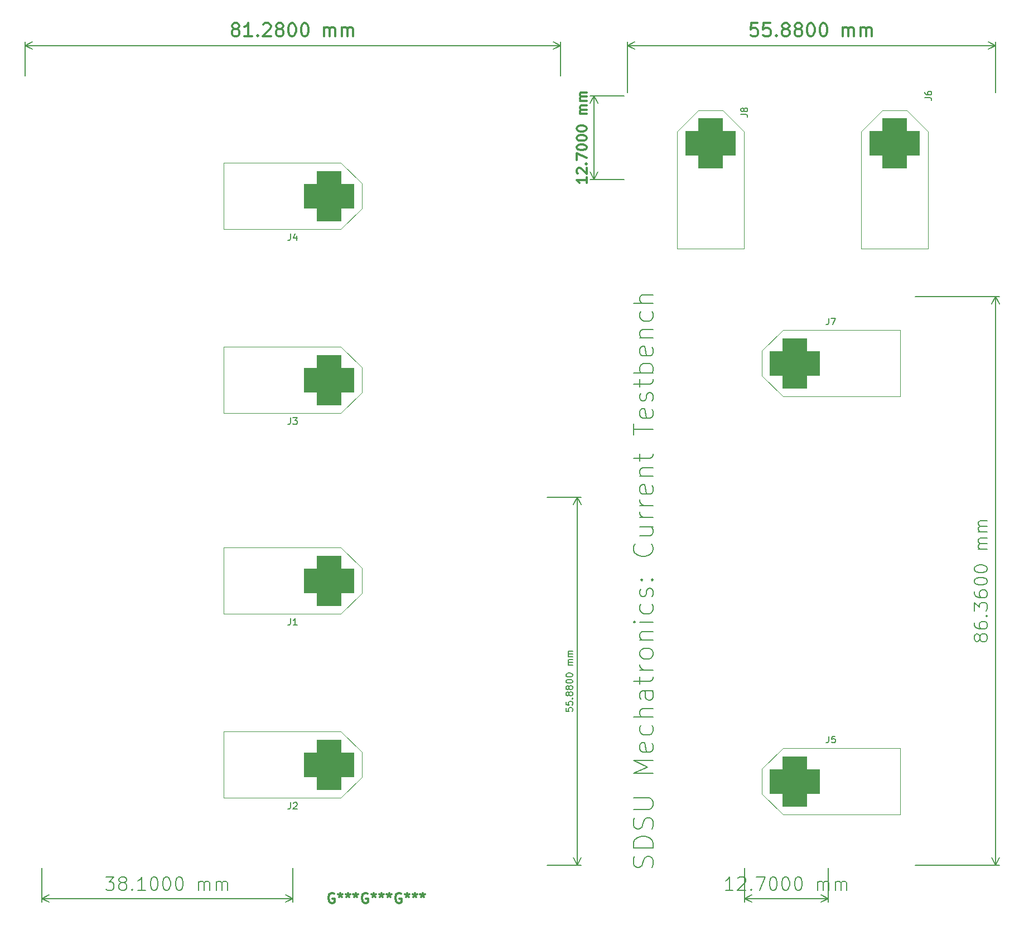
<source format=gto>
G04 #@! TF.GenerationSoftware,KiCad,Pcbnew,(6.0.1)*
G04 #@! TF.CreationDate,2023-02-28T23:31:36-08:00*
G04 #@! TF.ProjectId,Current Test Bench,43757272-656e-4742-9054-657374204265,rev?*
G04 #@! TF.SameCoordinates,Original*
G04 #@! TF.FileFunction,Legend,Top*
G04 #@! TF.FilePolarity,Positive*
%FSLAX46Y46*%
G04 Gerber Fmt 4.6, Leading zero omitted, Abs format (unit mm)*
G04 Created by KiCad (PCBNEW (6.0.1)) date 2023-02-28 23:31:36*
%MOMM*%
%LPD*%
G01*
G04 APERTURE LIST*
G04 Aperture macros list*
%AMRoundRect*
0 Rectangle with rounded corners*
0 $1 Rounding radius*
0 $2 $3 $4 $5 $6 $7 $8 $9 X,Y pos of 4 corners*
0 Add a 4 corners polygon primitive as box body*
4,1,4,$2,$3,$4,$5,$6,$7,$8,$9,$2,$3,0*
0 Add four circle primitives for the rounded corners*
1,1,$1+$1,$2,$3*
1,1,$1+$1,$4,$5*
1,1,$1+$1,$6,$7*
1,1,$1+$1,$8,$9*
0 Add four rect primitives between the rounded corners*
20,1,$1+$1,$2,$3,$4,$5,0*
20,1,$1+$1,$4,$5,$6,$7,0*
20,1,$1+$1,$6,$7,$8,$9,0*
20,1,$1+$1,$8,$9,$2,$3,0*%
G04 Aperture macros list end*
%ADD10C,0.300000*%
%ADD11C,0.200000*%
%ADD12C,0.150000*%
%ADD13C,0.120000*%
%ADD14C,7.600000*%
%ADD15RoundRect,1.900000X-1.900000X-1.900000X1.900000X-1.900000X1.900000X1.900000X-1.900000X1.900000X0*%
%ADD16RoundRect,1.900000X-1.900000X1.900000X-1.900000X-1.900000X1.900000X-1.900000X1.900000X1.900000X0*%
%ADD17RoundRect,1.900000X1.900000X1.900000X-1.900000X1.900000X-1.900000X-1.900000X1.900000X-1.900000X0*%
G04 APERTURE END LIST*
D10*
X118258572Y-47981428D02*
X118258572Y-48838571D01*
X118258572Y-48410000D02*
X116758572Y-48410000D01*
X116972858Y-48552857D01*
X117115715Y-48695714D01*
X117187143Y-48838571D01*
X116901429Y-47410000D02*
X116830001Y-47338571D01*
X116758572Y-47195714D01*
X116758572Y-46838571D01*
X116830001Y-46695714D01*
X116901429Y-46624285D01*
X117044286Y-46552857D01*
X117187143Y-46552857D01*
X117401429Y-46624285D01*
X118258572Y-47481428D01*
X118258572Y-46552857D01*
X118115715Y-45910000D02*
X118187143Y-45838571D01*
X118258572Y-45910000D01*
X118187143Y-45981428D01*
X118115715Y-45910000D01*
X118258572Y-45910000D01*
X116758572Y-45338571D02*
X116758572Y-44338571D01*
X118258572Y-44981428D01*
X116758572Y-43481428D02*
X116758572Y-43338571D01*
X116830001Y-43195714D01*
X116901429Y-43124285D01*
X117044286Y-43052857D01*
X117330001Y-42981428D01*
X117687143Y-42981428D01*
X117972858Y-43052857D01*
X118115715Y-43124285D01*
X118187143Y-43195714D01*
X118258572Y-43338571D01*
X118258572Y-43481428D01*
X118187143Y-43624285D01*
X118115715Y-43695714D01*
X117972858Y-43767142D01*
X117687143Y-43838571D01*
X117330001Y-43838571D01*
X117044286Y-43767142D01*
X116901429Y-43695714D01*
X116830001Y-43624285D01*
X116758572Y-43481428D01*
X116758572Y-42052857D02*
X116758572Y-41910000D01*
X116830001Y-41767142D01*
X116901429Y-41695714D01*
X117044286Y-41624285D01*
X117330001Y-41552857D01*
X117687143Y-41552857D01*
X117972858Y-41624285D01*
X118115715Y-41695714D01*
X118187143Y-41767142D01*
X118258572Y-41910000D01*
X118258572Y-42052857D01*
X118187143Y-42195714D01*
X118115715Y-42267142D01*
X117972858Y-42338571D01*
X117687143Y-42410000D01*
X117330001Y-42410000D01*
X117044286Y-42338571D01*
X116901429Y-42267142D01*
X116830001Y-42195714D01*
X116758572Y-42052857D01*
X116758572Y-40624285D02*
X116758572Y-40481428D01*
X116830001Y-40338571D01*
X116901429Y-40267142D01*
X117044286Y-40195714D01*
X117330001Y-40124285D01*
X117687143Y-40124285D01*
X117972858Y-40195714D01*
X118115715Y-40267142D01*
X118187143Y-40338571D01*
X118258572Y-40481428D01*
X118258572Y-40624285D01*
X118187143Y-40767142D01*
X118115715Y-40838571D01*
X117972858Y-40910000D01*
X117687143Y-40981428D01*
X117330001Y-40981428D01*
X117044286Y-40910000D01*
X116901429Y-40838571D01*
X116830001Y-40767142D01*
X116758572Y-40624285D01*
X118258572Y-38338571D02*
X117258572Y-38338571D01*
X117401429Y-38338571D02*
X117330001Y-38267142D01*
X117258572Y-38124285D01*
X117258572Y-37910000D01*
X117330001Y-37767142D01*
X117472858Y-37695714D01*
X118258572Y-37695714D01*
X117472858Y-37695714D02*
X117330001Y-37624285D01*
X117258572Y-37481428D01*
X117258572Y-37267142D01*
X117330001Y-37124285D01*
X117472858Y-37052857D01*
X118258572Y-37052857D01*
X118258572Y-36338571D02*
X117258572Y-36338571D01*
X117401429Y-36338571D02*
X117330001Y-36267142D01*
X117258572Y-36124285D01*
X117258572Y-35910000D01*
X117330001Y-35767142D01*
X117472858Y-35695714D01*
X118258572Y-35695714D01*
X117472858Y-35695714D02*
X117330001Y-35624285D01*
X117258572Y-35481428D01*
X117258572Y-35267142D01*
X117330001Y-35124285D01*
X117472858Y-35052857D01*
X118258572Y-35052857D01*
D11*
X123960000Y-35560000D02*
X118793581Y-35560000D01*
X123960000Y-48260000D02*
X118793581Y-48260000D01*
X119380001Y-35560000D02*
X119380001Y-48260000D01*
X119380001Y-35560000D02*
X119380001Y-48260000D01*
X119380001Y-35560000D02*
X118793580Y-36686504D01*
X119380001Y-35560000D02*
X119966422Y-36686504D01*
X119380001Y-48260000D02*
X119966422Y-47133496D01*
X119380001Y-48260000D02*
X118793580Y-47133496D01*
D12*
X128214285Y-152791428D02*
X128357142Y-152362857D01*
X128357142Y-151648571D01*
X128214285Y-151362857D01*
X128071428Y-151220000D01*
X127785714Y-151077142D01*
X127500000Y-151077142D01*
X127214285Y-151220000D01*
X127071428Y-151362857D01*
X126928571Y-151648571D01*
X126785714Y-152220000D01*
X126642857Y-152505714D01*
X126500000Y-152648571D01*
X126214285Y-152791428D01*
X125928571Y-152791428D01*
X125642857Y-152648571D01*
X125500000Y-152505714D01*
X125357142Y-152220000D01*
X125357142Y-151505714D01*
X125500000Y-151077142D01*
X128357142Y-149791428D02*
X125357142Y-149791428D01*
X125357142Y-149077142D01*
X125500000Y-148648571D01*
X125785714Y-148362857D01*
X126071428Y-148220000D01*
X126642857Y-148077142D01*
X127071428Y-148077142D01*
X127642857Y-148220000D01*
X127928571Y-148362857D01*
X128214285Y-148648571D01*
X128357142Y-149077142D01*
X128357142Y-149791428D01*
X128214285Y-146934285D02*
X128357142Y-146505714D01*
X128357142Y-145791428D01*
X128214285Y-145505714D01*
X128071428Y-145362857D01*
X127785714Y-145220000D01*
X127500000Y-145220000D01*
X127214285Y-145362857D01*
X127071428Y-145505714D01*
X126928571Y-145791428D01*
X126785714Y-146362857D01*
X126642857Y-146648571D01*
X126500000Y-146791428D01*
X126214285Y-146934285D01*
X125928571Y-146934285D01*
X125642857Y-146791428D01*
X125500000Y-146648571D01*
X125357142Y-146362857D01*
X125357142Y-145648571D01*
X125500000Y-145220000D01*
X125357142Y-143934285D02*
X127785714Y-143934285D01*
X128071428Y-143791428D01*
X128214285Y-143648571D01*
X128357142Y-143362857D01*
X128357142Y-142791428D01*
X128214285Y-142505714D01*
X128071428Y-142362857D01*
X127785714Y-142220000D01*
X125357142Y-142220000D01*
X128357142Y-138505714D02*
X125357142Y-138505714D01*
X127500000Y-137505714D01*
X125357142Y-136505714D01*
X128357142Y-136505714D01*
X128214285Y-133934285D02*
X128357142Y-134220000D01*
X128357142Y-134791428D01*
X128214285Y-135077142D01*
X127928571Y-135220000D01*
X126785714Y-135220000D01*
X126500000Y-135077142D01*
X126357142Y-134791428D01*
X126357142Y-134220000D01*
X126500000Y-133934285D01*
X126785714Y-133791428D01*
X127071428Y-133791428D01*
X127357142Y-135220000D01*
X128214285Y-131220000D02*
X128357142Y-131505714D01*
X128357142Y-132077142D01*
X128214285Y-132362857D01*
X128071428Y-132505714D01*
X127785714Y-132648571D01*
X126928571Y-132648571D01*
X126642857Y-132505714D01*
X126500000Y-132362857D01*
X126357142Y-132077142D01*
X126357142Y-131505714D01*
X126500000Y-131220000D01*
X128357142Y-129934285D02*
X125357142Y-129934285D01*
X128357142Y-128648571D02*
X126785714Y-128648571D01*
X126500000Y-128791428D01*
X126357142Y-129077142D01*
X126357142Y-129505714D01*
X126500000Y-129791428D01*
X126642857Y-129934285D01*
X128357142Y-125934285D02*
X126785714Y-125934285D01*
X126500000Y-126077142D01*
X126357142Y-126362857D01*
X126357142Y-126934285D01*
X126500000Y-127220000D01*
X128214285Y-125934285D02*
X128357142Y-126220000D01*
X128357142Y-126934285D01*
X128214285Y-127220000D01*
X127928571Y-127362857D01*
X127642857Y-127362857D01*
X127357142Y-127220000D01*
X127214285Y-126934285D01*
X127214285Y-126220000D01*
X127071428Y-125934285D01*
X126357142Y-124934285D02*
X126357142Y-123791428D01*
X125357142Y-124505714D02*
X127928571Y-124505714D01*
X128214285Y-124362857D01*
X128357142Y-124077142D01*
X128357142Y-123791428D01*
X128357142Y-122791428D02*
X126357142Y-122791428D01*
X126928571Y-122791428D02*
X126642857Y-122648571D01*
X126500000Y-122505714D01*
X126357142Y-122220000D01*
X126357142Y-121934285D01*
X128357142Y-120505714D02*
X128214285Y-120791428D01*
X128071428Y-120934285D01*
X127785714Y-121077142D01*
X126928571Y-121077142D01*
X126642857Y-120934285D01*
X126500000Y-120791428D01*
X126357142Y-120505714D01*
X126357142Y-120077142D01*
X126500000Y-119791428D01*
X126642857Y-119648571D01*
X126928571Y-119505714D01*
X127785714Y-119505714D01*
X128071428Y-119648571D01*
X128214285Y-119791428D01*
X128357142Y-120077142D01*
X128357142Y-120505714D01*
X126357142Y-118220000D02*
X128357142Y-118220000D01*
X126642857Y-118220000D02*
X126500000Y-118077142D01*
X126357142Y-117791428D01*
X126357142Y-117362857D01*
X126500000Y-117077142D01*
X126785714Y-116934285D01*
X128357142Y-116934285D01*
X128357142Y-115505714D02*
X126357142Y-115505714D01*
X125357142Y-115505714D02*
X125500000Y-115648571D01*
X125642857Y-115505714D01*
X125500000Y-115362857D01*
X125357142Y-115505714D01*
X125642857Y-115505714D01*
X128214285Y-112791428D02*
X128357142Y-113077142D01*
X128357142Y-113648571D01*
X128214285Y-113934285D01*
X128071428Y-114077142D01*
X127785714Y-114220000D01*
X126928571Y-114220000D01*
X126642857Y-114077142D01*
X126500000Y-113934285D01*
X126357142Y-113648571D01*
X126357142Y-113077142D01*
X126500000Y-112791428D01*
X128214285Y-111648571D02*
X128357142Y-111362857D01*
X128357142Y-110791428D01*
X128214285Y-110505714D01*
X127928571Y-110362857D01*
X127785714Y-110362857D01*
X127500000Y-110505714D01*
X127357142Y-110791428D01*
X127357142Y-111220000D01*
X127214285Y-111505714D01*
X126928571Y-111648571D01*
X126785714Y-111648571D01*
X126500000Y-111505714D01*
X126357142Y-111220000D01*
X126357142Y-110791428D01*
X126500000Y-110505714D01*
X128071428Y-109077142D02*
X128214285Y-108934285D01*
X128357142Y-109077142D01*
X128214285Y-109220000D01*
X128071428Y-109077142D01*
X128357142Y-109077142D01*
X126500000Y-109077142D02*
X126642857Y-108934285D01*
X126785714Y-109077142D01*
X126642857Y-109220000D01*
X126500000Y-109077142D01*
X126785714Y-109077142D01*
X128071428Y-103648571D02*
X128214285Y-103791428D01*
X128357142Y-104220000D01*
X128357142Y-104505714D01*
X128214285Y-104934285D01*
X127928571Y-105220000D01*
X127642857Y-105362857D01*
X127071428Y-105505714D01*
X126642857Y-105505714D01*
X126071428Y-105362857D01*
X125785714Y-105220000D01*
X125500000Y-104934285D01*
X125357142Y-104505714D01*
X125357142Y-104220000D01*
X125500000Y-103791428D01*
X125642857Y-103648571D01*
X126357142Y-101077142D02*
X128357142Y-101077142D01*
X126357142Y-102362857D02*
X127928571Y-102362857D01*
X128214285Y-102220000D01*
X128357142Y-101934285D01*
X128357142Y-101505714D01*
X128214285Y-101220000D01*
X128071428Y-101077142D01*
X128357142Y-99648571D02*
X126357142Y-99648571D01*
X126928571Y-99648571D02*
X126642857Y-99505714D01*
X126500000Y-99362857D01*
X126357142Y-99077142D01*
X126357142Y-98791428D01*
X128357142Y-97791428D02*
X126357142Y-97791428D01*
X126928571Y-97791428D02*
X126642857Y-97648571D01*
X126500000Y-97505714D01*
X126357142Y-97220000D01*
X126357142Y-96934285D01*
X128214285Y-94791428D02*
X128357142Y-95077142D01*
X128357142Y-95648571D01*
X128214285Y-95934285D01*
X127928571Y-96077142D01*
X126785714Y-96077142D01*
X126500000Y-95934285D01*
X126357142Y-95648571D01*
X126357142Y-95077142D01*
X126500000Y-94791428D01*
X126785714Y-94648571D01*
X127071428Y-94648571D01*
X127357142Y-96077142D01*
X126357142Y-93362857D02*
X128357142Y-93362857D01*
X126642857Y-93362857D02*
X126500000Y-93220000D01*
X126357142Y-92934285D01*
X126357142Y-92505714D01*
X126500000Y-92220000D01*
X126785714Y-92077142D01*
X128357142Y-92077142D01*
X126357142Y-91077142D02*
X126357142Y-89934285D01*
X125357142Y-90648571D02*
X127928571Y-90648571D01*
X128214285Y-90505714D01*
X128357142Y-90220000D01*
X128357142Y-89934285D01*
X125357142Y-87077142D02*
X125357142Y-85362857D01*
X128357142Y-86220000D02*
X125357142Y-86220000D01*
X128214285Y-83220000D02*
X128357142Y-83505714D01*
X128357142Y-84077142D01*
X128214285Y-84362857D01*
X127928571Y-84505714D01*
X126785714Y-84505714D01*
X126500000Y-84362857D01*
X126357142Y-84077142D01*
X126357142Y-83505714D01*
X126500000Y-83220000D01*
X126785714Y-83077142D01*
X127071428Y-83077142D01*
X127357142Y-84505714D01*
X128214285Y-81934285D02*
X128357142Y-81648571D01*
X128357142Y-81077142D01*
X128214285Y-80791428D01*
X127928571Y-80648571D01*
X127785714Y-80648571D01*
X127500000Y-80791428D01*
X127357142Y-81077142D01*
X127357142Y-81505714D01*
X127214285Y-81791428D01*
X126928571Y-81934285D01*
X126785714Y-81934285D01*
X126500000Y-81791428D01*
X126357142Y-81505714D01*
X126357142Y-81077142D01*
X126500000Y-80791428D01*
X126357142Y-79791428D02*
X126357142Y-78648571D01*
X125357142Y-79362857D02*
X127928571Y-79362857D01*
X128214285Y-79220000D01*
X128357142Y-78934285D01*
X128357142Y-78648571D01*
X128357142Y-77648571D02*
X125357142Y-77648571D01*
X126500000Y-77648571D02*
X126357142Y-77362857D01*
X126357142Y-76791428D01*
X126500000Y-76505714D01*
X126642857Y-76362857D01*
X126928571Y-76220000D01*
X127785714Y-76220000D01*
X128071428Y-76362857D01*
X128214285Y-76505714D01*
X128357142Y-76791428D01*
X128357142Y-77362857D01*
X128214285Y-77648571D01*
X128214285Y-73791428D02*
X128357142Y-74077142D01*
X128357142Y-74648571D01*
X128214285Y-74934285D01*
X127928571Y-75077142D01*
X126785714Y-75077142D01*
X126500000Y-74934285D01*
X126357142Y-74648571D01*
X126357142Y-74077142D01*
X126500000Y-73791428D01*
X126785714Y-73648571D01*
X127071428Y-73648571D01*
X127357142Y-75077142D01*
X126357142Y-72362857D02*
X128357142Y-72362857D01*
X126642857Y-72362857D02*
X126500000Y-72220000D01*
X126357142Y-71934285D01*
X126357142Y-71505714D01*
X126500000Y-71220000D01*
X126785714Y-71077142D01*
X128357142Y-71077142D01*
X128214285Y-68362857D02*
X128357142Y-68648571D01*
X128357142Y-69220000D01*
X128214285Y-69505714D01*
X128071428Y-69648571D01*
X127785714Y-69791428D01*
X126928571Y-69791428D01*
X126642857Y-69648571D01*
X126500000Y-69505714D01*
X126357142Y-69220000D01*
X126357142Y-68648571D01*
X126500000Y-68362857D01*
X128357142Y-67077142D02*
X125357142Y-67077142D01*
X128357142Y-65791428D02*
X126785714Y-65791428D01*
X126500000Y-65934285D01*
X126357142Y-66220000D01*
X126357142Y-66648571D01*
X126500000Y-66934285D01*
X126642857Y-67077142D01*
X140494761Y-156234761D02*
X139351904Y-156234761D01*
X139923333Y-156234761D02*
X139923333Y-154234761D01*
X139732857Y-154520476D01*
X139542380Y-154710952D01*
X139351904Y-154806190D01*
X141256666Y-154425238D02*
X141351904Y-154330000D01*
X141542380Y-154234761D01*
X142018571Y-154234761D01*
X142209047Y-154330000D01*
X142304285Y-154425238D01*
X142399523Y-154615714D01*
X142399523Y-154806190D01*
X142304285Y-155091904D01*
X141161428Y-156234761D01*
X142399523Y-156234761D01*
X143256666Y-156044285D02*
X143351904Y-156139523D01*
X143256666Y-156234761D01*
X143161428Y-156139523D01*
X143256666Y-156044285D01*
X143256666Y-156234761D01*
X144018571Y-154234761D02*
X145351904Y-154234761D01*
X144494761Y-156234761D01*
X146494761Y-154234761D02*
X146685238Y-154234761D01*
X146875714Y-154330000D01*
X146970952Y-154425238D01*
X147066190Y-154615714D01*
X147161428Y-154996666D01*
X147161428Y-155472857D01*
X147066190Y-155853809D01*
X146970952Y-156044285D01*
X146875714Y-156139523D01*
X146685238Y-156234761D01*
X146494761Y-156234761D01*
X146304285Y-156139523D01*
X146209047Y-156044285D01*
X146113809Y-155853809D01*
X146018571Y-155472857D01*
X146018571Y-154996666D01*
X146113809Y-154615714D01*
X146209047Y-154425238D01*
X146304285Y-154330000D01*
X146494761Y-154234761D01*
X148399523Y-154234761D02*
X148590000Y-154234761D01*
X148780476Y-154330000D01*
X148875714Y-154425238D01*
X148970952Y-154615714D01*
X149066190Y-154996666D01*
X149066190Y-155472857D01*
X148970952Y-155853809D01*
X148875714Y-156044285D01*
X148780476Y-156139523D01*
X148590000Y-156234761D01*
X148399523Y-156234761D01*
X148209047Y-156139523D01*
X148113809Y-156044285D01*
X148018571Y-155853809D01*
X147923333Y-155472857D01*
X147923333Y-154996666D01*
X148018571Y-154615714D01*
X148113809Y-154425238D01*
X148209047Y-154330000D01*
X148399523Y-154234761D01*
X150304285Y-154234761D02*
X150494761Y-154234761D01*
X150685238Y-154330000D01*
X150780476Y-154425238D01*
X150875714Y-154615714D01*
X150970952Y-154996666D01*
X150970952Y-155472857D01*
X150875714Y-155853809D01*
X150780476Y-156044285D01*
X150685238Y-156139523D01*
X150494761Y-156234761D01*
X150304285Y-156234761D01*
X150113809Y-156139523D01*
X150018571Y-156044285D01*
X149923333Y-155853809D01*
X149828095Y-155472857D01*
X149828095Y-154996666D01*
X149923333Y-154615714D01*
X150018571Y-154425238D01*
X150113809Y-154330000D01*
X150304285Y-154234761D01*
X153351904Y-156234761D02*
X153351904Y-154901428D01*
X153351904Y-155091904D02*
X153447142Y-154996666D01*
X153637619Y-154901428D01*
X153923333Y-154901428D01*
X154113809Y-154996666D01*
X154209047Y-155187142D01*
X154209047Y-156234761D01*
X154209047Y-155187142D02*
X154304285Y-154996666D01*
X154494761Y-154901428D01*
X154780476Y-154901428D01*
X154970952Y-154996666D01*
X155066190Y-155187142D01*
X155066190Y-156234761D01*
X156018571Y-156234761D02*
X156018571Y-154901428D01*
X156018571Y-155091904D02*
X156113809Y-154996666D01*
X156304285Y-154901428D01*
X156590000Y-154901428D01*
X156780476Y-154996666D01*
X156875714Y-155187142D01*
X156875714Y-156234761D01*
X156875714Y-155187142D02*
X156970952Y-154996666D01*
X157161428Y-154901428D01*
X157447142Y-154901428D01*
X157637619Y-154996666D01*
X157732857Y-155187142D01*
X157732857Y-156234761D01*
X142240000Y-152900000D02*
X142240000Y-158066420D01*
X154940000Y-152900000D02*
X154940000Y-158066420D01*
X142240000Y-157480000D02*
X154940000Y-157480000D01*
X142240000Y-157480000D02*
X154940000Y-157480000D01*
X142240000Y-157480000D02*
X143366504Y-158066421D01*
X142240000Y-157480000D02*
X143366504Y-156893579D01*
X154940000Y-157480000D02*
X153813496Y-156893579D01*
X154940000Y-157480000D02*
X153813496Y-158066421D01*
D10*
X144209523Y-24544761D02*
X143257142Y-24544761D01*
X143161904Y-25497142D01*
X143257142Y-25401904D01*
X143447619Y-25306666D01*
X143923809Y-25306666D01*
X144114285Y-25401904D01*
X144209523Y-25497142D01*
X144304761Y-25687619D01*
X144304761Y-26163809D01*
X144209523Y-26354285D01*
X144114285Y-26449523D01*
X143923809Y-26544761D01*
X143447619Y-26544761D01*
X143257142Y-26449523D01*
X143161904Y-26354285D01*
X146114285Y-24544761D02*
X145161904Y-24544761D01*
X145066666Y-25497142D01*
X145161904Y-25401904D01*
X145352380Y-25306666D01*
X145828571Y-25306666D01*
X146019047Y-25401904D01*
X146114285Y-25497142D01*
X146209523Y-25687619D01*
X146209523Y-26163809D01*
X146114285Y-26354285D01*
X146019047Y-26449523D01*
X145828571Y-26544761D01*
X145352380Y-26544761D01*
X145161904Y-26449523D01*
X145066666Y-26354285D01*
X147066666Y-26354285D02*
X147161904Y-26449523D01*
X147066666Y-26544761D01*
X146971428Y-26449523D01*
X147066666Y-26354285D01*
X147066666Y-26544761D01*
X148304761Y-25401904D02*
X148114285Y-25306666D01*
X148019047Y-25211428D01*
X147923809Y-25020952D01*
X147923809Y-24925714D01*
X148019047Y-24735238D01*
X148114285Y-24640000D01*
X148304761Y-24544761D01*
X148685714Y-24544761D01*
X148876190Y-24640000D01*
X148971428Y-24735238D01*
X149066666Y-24925714D01*
X149066666Y-25020952D01*
X148971428Y-25211428D01*
X148876190Y-25306666D01*
X148685714Y-25401904D01*
X148304761Y-25401904D01*
X148114285Y-25497142D01*
X148019047Y-25592380D01*
X147923809Y-25782857D01*
X147923809Y-26163809D01*
X148019047Y-26354285D01*
X148114285Y-26449523D01*
X148304761Y-26544761D01*
X148685714Y-26544761D01*
X148876190Y-26449523D01*
X148971428Y-26354285D01*
X149066666Y-26163809D01*
X149066666Y-25782857D01*
X148971428Y-25592380D01*
X148876190Y-25497142D01*
X148685714Y-25401904D01*
X150209523Y-25401904D02*
X150019047Y-25306666D01*
X149923809Y-25211428D01*
X149828571Y-25020952D01*
X149828571Y-24925714D01*
X149923809Y-24735238D01*
X150019047Y-24640000D01*
X150209523Y-24544761D01*
X150590476Y-24544761D01*
X150780952Y-24640000D01*
X150876190Y-24735238D01*
X150971428Y-24925714D01*
X150971428Y-25020952D01*
X150876190Y-25211428D01*
X150780952Y-25306666D01*
X150590476Y-25401904D01*
X150209523Y-25401904D01*
X150019047Y-25497142D01*
X149923809Y-25592380D01*
X149828571Y-25782857D01*
X149828571Y-26163809D01*
X149923809Y-26354285D01*
X150019047Y-26449523D01*
X150209523Y-26544761D01*
X150590476Y-26544761D01*
X150780952Y-26449523D01*
X150876190Y-26354285D01*
X150971428Y-26163809D01*
X150971428Y-25782857D01*
X150876190Y-25592380D01*
X150780952Y-25497142D01*
X150590476Y-25401904D01*
X152209523Y-24544761D02*
X152400000Y-24544761D01*
X152590476Y-24640000D01*
X152685714Y-24735238D01*
X152780952Y-24925714D01*
X152876190Y-25306666D01*
X152876190Y-25782857D01*
X152780952Y-26163809D01*
X152685714Y-26354285D01*
X152590476Y-26449523D01*
X152400000Y-26544761D01*
X152209523Y-26544761D01*
X152019047Y-26449523D01*
X151923809Y-26354285D01*
X151828571Y-26163809D01*
X151733333Y-25782857D01*
X151733333Y-25306666D01*
X151828571Y-24925714D01*
X151923809Y-24735238D01*
X152019047Y-24640000D01*
X152209523Y-24544761D01*
X154114285Y-24544761D02*
X154304761Y-24544761D01*
X154495238Y-24640000D01*
X154590476Y-24735238D01*
X154685714Y-24925714D01*
X154780952Y-25306666D01*
X154780952Y-25782857D01*
X154685714Y-26163809D01*
X154590476Y-26354285D01*
X154495238Y-26449523D01*
X154304761Y-26544761D01*
X154114285Y-26544761D01*
X153923809Y-26449523D01*
X153828571Y-26354285D01*
X153733333Y-26163809D01*
X153638095Y-25782857D01*
X153638095Y-25306666D01*
X153733333Y-24925714D01*
X153828571Y-24735238D01*
X153923809Y-24640000D01*
X154114285Y-24544761D01*
X157161904Y-26544761D02*
X157161904Y-25211428D01*
X157161904Y-25401904D02*
X157257142Y-25306666D01*
X157447619Y-25211428D01*
X157733333Y-25211428D01*
X157923809Y-25306666D01*
X158019047Y-25497142D01*
X158019047Y-26544761D01*
X158019047Y-25497142D02*
X158114285Y-25306666D01*
X158304761Y-25211428D01*
X158590476Y-25211428D01*
X158780952Y-25306666D01*
X158876190Y-25497142D01*
X158876190Y-26544761D01*
X159828571Y-26544761D02*
X159828571Y-25211428D01*
X159828571Y-25401904D02*
X159923809Y-25306666D01*
X160114285Y-25211428D01*
X160400000Y-25211428D01*
X160590476Y-25306666D01*
X160685714Y-25497142D01*
X160685714Y-26544761D01*
X160685714Y-25497142D02*
X160780952Y-25306666D01*
X160971428Y-25211428D01*
X161257142Y-25211428D01*
X161447619Y-25306666D01*
X161542857Y-25497142D01*
X161542857Y-26544761D01*
D11*
X124460000Y-35060000D02*
X124460000Y-27353580D01*
X180340000Y-35060000D02*
X180340000Y-27353580D01*
X124460000Y-27940000D02*
X180340000Y-27940000D01*
X124460000Y-27940000D02*
X180340000Y-27940000D01*
X124460000Y-27940000D02*
X125586504Y-28526421D01*
X124460000Y-27940000D02*
X125586504Y-27353579D01*
X180340000Y-27940000D02*
X179213496Y-27353579D01*
X180340000Y-27940000D02*
X179213496Y-28526421D01*
D12*
X45276666Y-154234760D02*
X46514761Y-154234760D01*
X45848095Y-154996665D01*
X46133809Y-154996665D01*
X46324285Y-155091903D01*
X46419523Y-155187141D01*
X46514761Y-155377618D01*
X46514761Y-155853808D01*
X46419523Y-156044284D01*
X46324285Y-156139522D01*
X46133809Y-156234760D01*
X45562380Y-156234760D01*
X45371904Y-156139522D01*
X45276666Y-156044284D01*
X47657619Y-155091903D02*
X47467142Y-154996665D01*
X47371904Y-154901427D01*
X47276666Y-154710951D01*
X47276666Y-154615713D01*
X47371904Y-154425237D01*
X47467142Y-154329999D01*
X47657619Y-154234760D01*
X48038571Y-154234760D01*
X48229047Y-154329999D01*
X48324285Y-154425237D01*
X48419523Y-154615713D01*
X48419523Y-154710951D01*
X48324285Y-154901427D01*
X48229047Y-154996665D01*
X48038571Y-155091903D01*
X47657619Y-155091903D01*
X47467142Y-155187141D01*
X47371904Y-155282379D01*
X47276666Y-155472856D01*
X47276666Y-155853808D01*
X47371904Y-156044284D01*
X47467142Y-156139522D01*
X47657619Y-156234760D01*
X48038571Y-156234760D01*
X48229047Y-156139522D01*
X48324285Y-156044284D01*
X48419523Y-155853808D01*
X48419523Y-155472856D01*
X48324285Y-155282379D01*
X48229047Y-155187141D01*
X48038571Y-155091903D01*
X49276666Y-156044284D02*
X49371904Y-156139522D01*
X49276666Y-156234760D01*
X49181428Y-156139522D01*
X49276666Y-156044284D01*
X49276666Y-156234760D01*
X51276666Y-156234760D02*
X50133809Y-156234760D01*
X50705238Y-156234760D02*
X50705238Y-154234760D01*
X50514761Y-154520475D01*
X50324285Y-154710951D01*
X50133809Y-154806189D01*
X52514761Y-154234760D02*
X52705238Y-154234760D01*
X52895714Y-154329999D01*
X52990952Y-154425237D01*
X53086190Y-154615713D01*
X53181428Y-154996665D01*
X53181428Y-155472856D01*
X53086190Y-155853808D01*
X52990952Y-156044284D01*
X52895714Y-156139522D01*
X52705238Y-156234760D01*
X52514761Y-156234760D01*
X52324285Y-156139522D01*
X52229047Y-156044284D01*
X52133809Y-155853808D01*
X52038571Y-155472856D01*
X52038571Y-154996665D01*
X52133809Y-154615713D01*
X52229047Y-154425237D01*
X52324285Y-154329999D01*
X52514761Y-154234760D01*
X54419523Y-154234760D02*
X54610000Y-154234760D01*
X54800476Y-154329999D01*
X54895714Y-154425237D01*
X54990952Y-154615713D01*
X55086190Y-154996665D01*
X55086190Y-155472856D01*
X54990952Y-155853808D01*
X54895714Y-156044284D01*
X54800476Y-156139522D01*
X54610000Y-156234760D01*
X54419523Y-156234760D01*
X54229047Y-156139522D01*
X54133809Y-156044284D01*
X54038571Y-155853808D01*
X53943333Y-155472856D01*
X53943333Y-154996665D01*
X54038571Y-154615713D01*
X54133809Y-154425237D01*
X54229047Y-154329999D01*
X54419523Y-154234760D01*
X56324285Y-154234760D02*
X56514761Y-154234760D01*
X56705238Y-154329999D01*
X56800476Y-154425237D01*
X56895714Y-154615713D01*
X56990952Y-154996665D01*
X56990952Y-155472856D01*
X56895714Y-155853808D01*
X56800476Y-156044284D01*
X56705238Y-156139522D01*
X56514761Y-156234760D01*
X56324285Y-156234760D01*
X56133809Y-156139522D01*
X56038571Y-156044284D01*
X55943333Y-155853808D01*
X55848095Y-155472856D01*
X55848095Y-154996665D01*
X55943333Y-154615713D01*
X56038571Y-154425237D01*
X56133809Y-154329999D01*
X56324285Y-154234760D01*
X59371904Y-156234760D02*
X59371904Y-154901427D01*
X59371904Y-155091903D02*
X59467142Y-154996665D01*
X59657619Y-154901427D01*
X59943333Y-154901427D01*
X60133809Y-154996665D01*
X60229047Y-155187141D01*
X60229047Y-156234760D01*
X60229047Y-155187141D02*
X60324285Y-154996665D01*
X60514761Y-154901427D01*
X60800476Y-154901427D01*
X60990952Y-154996665D01*
X61086190Y-155187141D01*
X61086190Y-156234760D01*
X62038571Y-156234760D02*
X62038571Y-154901427D01*
X62038571Y-155091903D02*
X62133809Y-154996665D01*
X62324285Y-154901427D01*
X62610000Y-154901427D01*
X62800476Y-154996665D01*
X62895714Y-155187141D01*
X62895714Y-156234760D01*
X62895714Y-155187141D02*
X62990952Y-154996665D01*
X63181428Y-154901427D01*
X63467142Y-154901427D01*
X63657619Y-154996665D01*
X63752857Y-155187141D01*
X63752857Y-156234760D01*
X35560000Y-152900000D02*
X35560000Y-158066419D01*
X73660000Y-152900000D02*
X73660000Y-158066419D01*
X35560000Y-157479999D02*
X73660000Y-157479999D01*
X35560000Y-157479999D02*
X73660000Y-157479999D01*
X35560000Y-157479999D02*
X36686504Y-158066420D01*
X35560000Y-157479999D02*
X36686504Y-156893578D01*
X73660000Y-157479999D02*
X72533496Y-156893578D01*
X73660000Y-157479999D02*
X72533496Y-158066420D01*
X115142380Y-128555238D02*
X115142380Y-129031428D01*
X115618571Y-129079047D01*
X115570952Y-129031428D01*
X115523333Y-128936190D01*
X115523333Y-128698095D01*
X115570952Y-128602857D01*
X115618571Y-128555238D01*
X115713809Y-128507619D01*
X115951904Y-128507619D01*
X116047142Y-128555238D01*
X116094761Y-128602857D01*
X116142380Y-128698095D01*
X116142380Y-128936190D01*
X116094761Y-129031428D01*
X116047142Y-129079047D01*
X115142380Y-127602857D02*
X115142380Y-128079047D01*
X115618571Y-128126666D01*
X115570952Y-128079047D01*
X115523333Y-127983809D01*
X115523333Y-127745714D01*
X115570952Y-127650476D01*
X115618571Y-127602857D01*
X115713809Y-127555238D01*
X115951904Y-127555238D01*
X116047142Y-127602857D01*
X116094761Y-127650476D01*
X116142380Y-127745714D01*
X116142380Y-127983809D01*
X116094761Y-128079047D01*
X116047142Y-128126666D01*
X116047142Y-127126666D02*
X116094761Y-127079047D01*
X116142380Y-127126666D01*
X116094761Y-127174285D01*
X116047142Y-127126666D01*
X116142380Y-127126666D01*
X115570952Y-126507619D02*
X115523333Y-126602857D01*
X115475714Y-126650476D01*
X115380476Y-126698095D01*
X115332857Y-126698095D01*
X115237619Y-126650476D01*
X115190000Y-126602857D01*
X115142380Y-126507619D01*
X115142380Y-126317142D01*
X115190000Y-126221904D01*
X115237619Y-126174285D01*
X115332857Y-126126666D01*
X115380476Y-126126666D01*
X115475714Y-126174285D01*
X115523333Y-126221904D01*
X115570952Y-126317142D01*
X115570952Y-126507619D01*
X115618571Y-126602857D01*
X115666190Y-126650476D01*
X115761428Y-126698095D01*
X115951904Y-126698095D01*
X116047142Y-126650476D01*
X116094761Y-126602857D01*
X116142380Y-126507619D01*
X116142380Y-126317142D01*
X116094761Y-126221904D01*
X116047142Y-126174285D01*
X115951904Y-126126666D01*
X115761428Y-126126666D01*
X115666190Y-126174285D01*
X115618571Y-126221904D01*
X115570952Y-126317142D01*
X115570952Y-125555238D02*
X115523333Y-125650476D01*
X115475714Y-125698095D01*
X115380476Y-125745714D01*
X115332857Y-125745714D01*
X115237619Y-125698095D01*
X115190000Y-125650476D01*
X115142380Y-125555238D01*
X115142380Y-125364761D01*
X115190000Y-125269523D01*
X115237619Y-125221904D01*
X115332857Y-125174285D01*
X115380476Y-125174285D01*
X115475714Y-125221904D01*
X115523333Y-125269523D01*
X115570952Y-125364761D01*
X115570952Y-125555238D01*
X115618571Y-125650476D01*
X115666190Y-125698095D01*
X115761428Y-125745714D01*
X115951904Y-125745714D01*
X116047142Y-125698095D01*
X116094761Y-125650476D01*
X116142380Y-125555238D01*
X116142380Y-125364761D01*
X116094761Y-125269523D01*
X116047142Y-125221904D01*
X115951904Y-125174285D01*
X115761428Y-125174285D01*
X115666190Y-125221904D01*
X115618571Y-125269523D01*
X115570952Y-125364761D01*
X115142380Y-124555238D02*
X115142380Y-124460000D01*
X115190000Y-124364761D01*
X115237619Y-124317142D01*
X115332857Y-124269523D01*
X115523333Y-124221904D01*
X115761428Y-124221904D01*
X115951904Y-124269523D01*
X116047142Y-124317142D01*
X116094761Y-124364761D01*
X116142380Y-124460000D01*
X116142380Y-124555238D01*
X116094761Y-124650476D01*
X116047142Y-124698095D01*
X115951904Y-124745714D01*
X115761428Y-124793333D01*
X115523333Y-124793333D01*
X115332857Y-124745714D01*
X115237619Y-124698095D01*
X115190000Y-124650476D01*
X115142380Y-124555238D01*
X115142380Y-123602857D02*
X115142380Y-123507619D01*
X115190000Y-123412380D01*
X115237619Y-123364761D01*
X115332857Y-123317142D01*
X115523333Y-123269523D01*
X115761428Y-123269523D01*
X115951904Y-123317142D01*
X116047142Y-123364761D01*
X116094761Y-123412380D01*
X116142380Y-123507619D01*
X116142380Y-123602857D01*
X116094761Y-123698095D01*
X116047142Y-123745714D01*
X115951904Y-123793333D01*
X115761428Y-123840952D01*
X115523333Y-123840952D01*
X115332857Y-123793333D01*
X115237619Y-123745714D01*
X115190000Y-123698095D01*
X115142380Y-123602857D01*
X116142380Y-122079047D02*
X115475714Y-122079047D01*
X115570952Y-122079047D02*
X115523333Y-122031428D01*
X115475714Y-121936190D01*
X115475714Y-121793333D01*
X115523333Y-121698095D01*
X115618571Y-121650476D01*
X116142380Y-121650476D01*
X115618571Y-121650476D02*
X115523333Y-121602857D01*
X115475714Y-121507619D01*
X115475714Y-121364761D01*
X115523333Y-121269523D01*
X115618571Y-121221904D01*
X116142380Y-121221904D01*
X116142380Y-120745714D02*
X115475714Y-120745714D01*
X115570952Y-120745714D02*
X115523333Y-120698095D01*
X115475714Y-120602857D01*
X115475714Y-120460000D01*
X115523333Y-120364761D01*
X115618571Y-120317142D01*
X116142380Y-120317142D01*
X115618571Y-120317142D02*
X115523333Y-120269523D01*
X115475714Y-120174285D01*
X115475714Y-120031428D01*
X115523333Y-119936190D01*
X115618571Y-119888571D01*
X116142380Y-119888571D01*
X112260000Y-96520000D02*
X117426420Y-96520000D01*
X112260000Y-152400000D02*
X117426420Y-152400000D01*
X116840000Y-96520000D02*
X116840000Y-152400000D01*
X116840000Y-96520000D02*
X116840000Y-152400000D01*
X116840000Y-96520000D02*
X116253579Y-97646504D01*
X116840000Y-96520000D02*
X117426421Y-97646504D01*
X116840000Y-152400000D02*
X117426421Y-151273496D01*
X116840000Y-152400000D02*
X116253579Y-151273496D01*
X177951904Y-118077142D02*
X177856666Y-118267619D01*
X177761428Y-118362857D01*
X177570952Y-118458095D01*
X177475714Y-118458095D01*
X177285238Y-118362857D01*
X177190000Y-118267619D01*
X177094761Y-118077142D01*
X177094761Y-117696190D01*
X177190000Y-117505714D01*
X177285238Y-117410476D01*
X177475714Y-117315238D01*
X177570952Y-117315238D01*
X177761428Y-117410476D01*
X177856666Y-117505714D01*
X177951904Y-117696190D01*
X177951904Y-118077142D01*
X178047142Y-118267619D01*
X178142380Y-118362857D01*
X178332857Y-118458095D01*
X178713809Y-118458095D01*
X178904285Y-118362857D01*
X178999523Y-118267619D01*
X179094761Y-118077142D01*
X179094761Y-117696190D01*
X178999523Y-117505714D01*
X178904285Y-117410476D01*
X178713809Y-117315238D01*
X178332857Y-117315238D01*
X178142380Y-117410476D01*
X178047142Y-117505714D01*
X177951904Y-117696190D01*
X177094761Y-115600952D02*
X177094761Y-115981904D01*
X177190000Y-116172380D01*
X177285238Y-116267619D01*
X177570952Y-116458095D01*
X177951904Y-116553333D01*
X178713809Y-116553333D01*
X178904285Y-116458095D01*
X178999523Y-116362857D01*
X179094761Y-116172380D01*
X179094761Y-115791428D01*
X178999523Y-115600952D01*
X178904285Y-115505714D01*
X178713809Y-115410476D01*
X178237619Y-115410476D01*
X178047142Y-115505714D01*
X177951904Y-115600952D01*
X177856666Y-115791428D01*
X177856666Y-116172380D01*
X177951904Y-116362857D01*
X178047142Y-116458095D01*
X178237619Y-116553333D01*
X178904285Y-114553333D02*
X178999523Y-114458095D01*
X179094761Y-114553333D01*
X178999523Y-114648571D01*
X178904285Y-114553333D01*
X179094761Y-114553333D01*
X177094761Y-113791428D02*
X177094761Y-112553333D01*
X177856666Y-113220000D01*
X177856666Y-112934285D01*
X177951904Y-112743809D01*
X178047142Y-112648571D01*
X178237619Y-112553333D01*
X178713809Y-112553333D01*
X178904285Y-112648571D01*
X178999523Y-112743809D01*
X179094761Y-112934285D01*
X179094761Y-113505714D01*
X178999523Y-113696190D01*
X178904285Y-113791428D01*
X177094761Y-110839047D02*
X177094761Y-111220000D01*
X177190000Y-111410476D01*
X177285238Y-111505714D01*
X177570952Y-111696190D01*
X177951904Y-111791428D01*
X178713809Y-111791428D01*
X178904285Y-111696190D01*
X178999523Y-111600952D01*
X179094761Y-111410476D01*
X179094761Y-111029523D01*
X178999523Y-110839047D01*
X178904285Y-110743809D01*
X178713809Y-110648571D01*
X178237619Y-110648571D01*
X178047142Y-110743809D01*
X177951904Y-110839047D01*
X177856666Y-111029523D01*
X177856666Y-111410476D01*
X177951904Y-111600952D01*
X178047142Y-111696190D01*
X178237619Y-111791428D01*
X177094761Y-109410476D02*
X177094761Y-109220000D01*
X177190000Y-109029523D01*
X177285238Y-108934285D01*
X177475714Y-108839047D01*
X177856666Y-108743809D01*
X178332857Y-108743809D01*
X178713809Y-108839047D01*
X178904285Y-108934285D01*
X178999523Y-109029523D01*
X179094761Y-109220000D01*
X179094761Y-109410476D01*
X178999523Y-109600952D01*
X178904285Y-109696190D01*
X178713809Y-109791428D01*
X178332857Y-109886666D01*
X177856666Y-109886666D01*
X177475714Y-109791428D01*
X177285238Y-109696190D01*
X177190000Y-109600952D01*
X177094761Y-109410476D01*
X177094761Y-107505714D02*
X177094761Y-107315238D01*
X177190000Y-107124761D01*
X177285238Y-107029523D01*
X177475714Y-106934285D01*
X177856666Y-106839047D01*
X178332857Y-106839047D01*
X178713809Y-106934285D01*
X178904285Y-107029523D01*
X178999523Y-107124761D01*
X179094761Y-107315238D01*
X179094761Y-107505714D01*
X178999523Y-107696190D01*
X178904285Y-107791428D01*
X178713809Y-107886666D01*
X178332857Y-107981904D01*
X177856666Y-107981904D01*
X177475714Y-107886666D01*
X177285238Y-107791428D01*
X177190000Y-107696190D01*
X177094761Y-107505714D01*
X179094761Y-104458095D02*
X177761428Y-104458095D01*
X177951904Y-104458095D02*
X177856666Y-104362857D01*
X177761428Y-104172380D01*
X177761428Y-103886666D01*
X177856666Y-103696190D01*
X178047142Y-103600952D01*
X179094761Y-103600952D01*
X178047142Y-103600952D02*
X177856666Y-103505714D01*
X177761428Y-103315238D01*
X177761428Y-103029523D01*
X177856666Y-102839047D01*
X178047142Y-102743809D01*
X179094761Y-102743809D01*
X179094761Y-101791428D02*
X177761428Y-101791428D01*
X177951904Y-101791428D02*
X177856666Y-101696190D01*
X177761428Y-101505714D01*
X177761428Y-101220000D01*
X177856666Y-101029523D01*
X178047142Y-100934285D01*
X179094761Y-100934285D01*
X178047142Y-100934285D02*
X177856666Y-100839047D01*
X177761428Y-100648571D01*
X177761428Y-100362857D01*
X177856666Y-100172380D01*
X178047142Y-100077142D01*
X179094761Y-100077142D01*
X168140000Y-66040000D02*
X180926420Y-66040000D01*
X168140000Y-152400000D02*
X180926420Y-152400000D01*
X180340000Y-66040000D02*
X180340000Y-152400000D01*
X180340000Y-66040000D02*
X180340000Y-152400000D01*
X180340000Y-66040000D02*
X179753579Y-67166504D01*
X180340000Y-66040000D02*
X180926421Y-67166504D01*
X180340000Y-152400000D02*
X180926421Y-151273496D01*
X180340000Y-152400000D02*
X179753579Y-151273496D01*
D10*
X64802857Y-25401904D02*
X64612380Y-25306666D01*
X64517142Y-25211428D01*
X64421904Y-25020952D01*
X64421904Y-24925714D01*
X64517142Y-24735238D01*
X64612380Y-24640000D01*
X64802857Y-24544761D01*
X65183809Y-24544761D01*
X65374285Y-24640000D01*
X65469523Y-24735238D01*
X65564761Y-24925714D01*
X65564761Y-25020952D01*
X65469523Y-25211428D01*
X65374285Y-25306666D01*
X65183809Y-25401904D01*
X64802857Y-25401904D01*
X64612380Y-25497142D01*
X64517142Y-25592380D01*
X64421904Y-25782857D01*
X64421904Y-26163809D01*
X64517142Y-26354285D01*
X64612380Y-26449523D01*
X64802857Y-26544761D01*
X65183809Y-26544761D01*
X65374285Y-26449523D01*
X65469523Y-26354285D01*
X65564761Y-26163809D01*
X65564761Y-25782857D01*
X65469523Y-25592380D01*
X65374285Y-25497142D01*
X65183809Y-25401904D01*
X67469523Y-26544761D02*
X66326666Y-26544761D01*
X66898095Y-26544761D02*
X66898095Y-24544761D01*
X66707619Y-24830476D01*
X66517142Y-25020952D01*
X66326666Y-25116190D01*
X68326666Y-26354285D02*
X68421904Y-26449523D01*
X68326666Y-26544761D01*
X68231428Y-26449523D01*
X68326666Y-26354285D01*
X68326666Y-26544761D01*
X69183809Y-24735238D02*
X69279047Y-24640000D01*
X69469523Y-24544761D01*
X69945714Y-24544761D01*
X70136190Y-24640000D01*
X70231428Y-24735238D01*
X70326666Y-24925714D01*
X70326666Y-25116190D01*
X70231428Y-25401904D01*
X69088571Y-26544761D01*
X70326666Y-26544761D01*
X71469523Y-25401904D02*
X71279047Y-25306666D01*
X71183809Y-25211428D01*
X71088571Y-25020952D01*
X71088571Y-24925714D01*
X71183809Y-24735238D01*
X71279047Y-24640000D01*
X71469523Y-24544761D01*
X71850476Y-24544761D01*
X72040952Y-24640000D01*
X72136190Y-24735238D01*
X72231428Y-24925714D01*
X72231428Y-25020952D01*
X72136190Y-25211428D01*
X72040952Y-25306666D01*
X71850476Y-25401904D01*
X71469523Y-25401904D01*
X71279047Y-25497142D01*
X71183809Y-25592380D01*
X71088571Y-25782857D01*
X71088571Y-26163809D01*
X71183809Y-26354285D01*
X71279047Y-26449523D01*
X71469523Y-26544761D01*
X71850476Y-26544761D01*
X72040952Y-26449523D01*
X72136190Y-26354285D01*
X72231428Y-26163809D01*
X72231428Y-25782857D01*
X72136190Y-25592380D01*
X72040952Y-25497142D01*
X71850476Y-25401904D01*
X73469523Y-24544761D02*
X73660000Y-24544761D01*
X73850476Y-24640000D01*
X73945714Y-24735238D01*
X74040952Y-24925714D01*
X74136190Y-25306666D01*
X74136190Y-25782857D01*
X74040952Y-26163809D01*
X73945714Y-26354285D01*
X73850476Y-26449523D01*
X73660000Y-26544761D01*
X73469523Y-26544761D01*
X73279047Y-26449523D01*
X73183809Y-26354285D01*
X73088571Y-26163809D01*
X72993333Y-25782857D01*
X72993333Y-25306666D01*
X73088571Y-24925714D01*
X73183809Y-24735238D01*
X73279047Y-24640000D01*
X73469523Y-24544761D01*
X75374285Y-24544761D02*
X75564761Y-24544761D01*
X75755238Y-24640000D01*
X75850476Y-24735238D01*
X75945714Y-24925714D01*
X76040952Y-25306666D01*
X76040952Y-25782857D01*
X75945714Y-26163809D01*
X75850476Y-26354285D01*
X75755238Y-26449523D01*
X75564761Y-26544761D01*
X75374285Y-26544761D01*
X75183809Y-26449523D01*
X75088571Y-26354285D01*
X74993333Y-26163809D01*
X74898095Y-25782857D01*
X74898095Y-25306666D01*
X74993333Y-24925714D01*
X75088571Y-24735238D01*
X75183809Y-24640000D01*
X75374285Y-24544761D01*
X78421904Y-26544761D02*
X78421904Y-25211428D01*
X78421904Y-25401904D02*
X78517142Y-25306666D01*
X78707619Y-25211428D01*
X78993333Y-25211428D01*
X79183809Y-25306666D01*
X79279047Y-25497142D01*
X79279047Y-26544761D01*
X79279047Y-25497142D02*
X79374285Y-25306666D01*
X79564761Y-25211428D01*
X79850476Y-25211428D01*
X80040952Y-25306666D01*
X80136190Y-25497142D01*
X80136190Y-26544761D01*
X81088571Y-26544761D02*
X81088571Y-25211428D01*
X81088571Y-25401904D02*
X81183809Y-25306666D01*
X81374285Y-25211428D01*
X81660000Y-25211428D01*
X81850476Y-25306666D01*
X81945714Y-25497142D01*
X81945714Y-26544761D01*
X81945714Y-25497142D02*
X82040952Y-25306666D01*
X82231428Y-25211428D01*
X82517142Y-25211428D01*
X82707619Y-25306666D01*
X82802857Y-25497142D01*
X82802857Y-26544761D01*
D11*
X33020000Y-32520000D02*
X33020000Y-27353580D01*
X114300000Y-32520000D02*
X114300000Y-27353580D01*
X33020000Y-27940000D02*
X114300000Y-27940000D01*
X33020000Y-27940000D02*
X114300000Y-27940000D01*
X33020000Y-27940000D02*
X34146504Y-28526421D01*
X33020000Y-27940000D02*
X34146504Y-27353579D01*
X114300000Y-27940000D02*
X113173496Y-27353579D01*
X114300000Y-27940000D02*
X113173496Y-28526421D01*
D10*
X90097428Y-156718000D02*
X89952285Y-156645428D01*
X89734571Y-156645428D01*
X89516857Y-156718000D01*
X89371714Y-156863142D01*
X89299142Y-157008285D01*
X89226571Y-157298571D01*
X89226571Y-157516285D01*
X89299142Y-157806571D01*
X89371714Y-157951714D01*
X89516857Y-158096857D01*
X89734571Y-158169428D01*
X89879714Y-158169428D01*
X90097428Y-158096857D01*
X90170000Y-158024285D01*
X90170000Y-157516285D01*
X89879714Y-157516285D01*
X91040857Y-156645428D02*
X91040857Y-157008285D01*
X90678000Y-156863142D02*
X91040857Y-157008285D01*
X91403714Y-156863142D01*
X90823142Y-157298571D02*
X91040857Y-157008285D01*
X91258571Y-157298571D01*
X92202000Y-156645428D02*
X92202000Y-157008285D01*
X91839142Y-156863142D02*
X92202000Y-157008285D01*
X92564857Y-156863142D01*
X91984285Y-157298571D02*
X92202000Y-157008285D01*
X92419714Y-157298571D01*
X93363142Y-156645428D02*
X93363142Y-157008285D01*
X93000285Y-156863142D02*
X93363142Y-157008285D01*
X93726000Y-156863142D01*
X93145428Y-157298571D02*
X93363142Y-157008285D01*
X93580857Y-157298571D01*
X85017428Y-156718000D02*
X84872285Y-156645428D01*
X84654571Y-156645428D01*
X84436857Y-156718000D01*
X84291714Y-156863142D01*
X84219142Y-157008285D01*
X84146571Y-157298571D01*
X84146571Y-157516285D01*
X84219142Y-157806571D01*
X84291714Y-157951714D01*
X84436857Y-158096857D01*
X84654571Y-158169428D01*
X84799714Y-158169428D01*
X85017428Y-158096857D01*
X85090000Y-158024285D01*
X85090000Y-157516285D01*
X84799714Y-157516285D01*
X85960857Y-156645428D02*
X85960857Y-157008285D01*
X85598000Y-156863142D02*
X85960857Y-157008285D01*
X86323714Y-156863142D01*
X85743142Y-157298571D02*
X85960857Y-157008285D01*
X86178571Y-157298571D01*
X87122000Y-156645428D02*
X87122000Y-157008285D01*
X86759142Y-156863142D02*
X87122000Y-157008285D01*
X87484857Y-156863142D01*
X86904285Y-157298571D02*
X87122000Y-157008285D01*
X87339714Y-157298571D01*
X88283142Y-156645428D02*
X88283142Y-157008285D01*
X87920285Y-156863142D02*
X88283142Y-157008285D01*
X88646000Y-156863142D01*
X88065428Y-157298571D02*
X88283142Y-157008285D01*
X88500857Y-157298571D01*
X79937428Y-156718000D02*
X79792285Y-156645428D01*
X79574571Y-156645428D01*
X79356857Y-156718000D01*
X79211714Y-156863142D01*
X79139142Y-157008285D01*
X79066571Y-157298571D01*
X79066571Y-157516285D01*
X79139142Y-157806571D01*
X79211714Y-157951714D01*
X79356857Y-158096857D01*
X79574571Y-158169428D01*
X79719714Y-158169428D01*
X79937428Y-158096857D01*
X80010000Y-158024285D01*
X80010000Y-157516285D01*
X79719714Y-157516285D01*
X80880857Y-156645428D02*
X80880857Y-157008285D01*
X80518000Y-156863142D02*
X80880857Y-157008285D01*
X81243714Y-156863142D01*
X80663142Y-157298571D02*
X80880857Y-157008285D01*
X81098571Y-157298571D01*
X82042000Y-156645428D02*
X82042000Y-157008285D01*
X81679142Y-156863142D02*
X82042000Y-157008285D01*
X82404857Y-156863142D01*
X81824285Y-157298571D02*
X82042000Y-157008285D01*
X82259714Y-157298571D01*
X83203142Y-156645428D02*
X83203142Y-157008285D01*
X82840285Y-156863142D02*
X83203142Y-157008285D01*
X83566000Y-156863142D01*
X82985428Y-157298571D02*
X83203142Y-157008285D01*
X83420857Y-157298571D01*
D12*
X155026666Y-132852380D02*
X155026666Y-133566666D01*
X154979047Y-133709523D01*
X154883809Y-133804761D01*
X154740952Y-133852380D01*
X154645714Y-133852380D01*
X155979047Y-132852380D02*
X155502857Y-132852380D01*
X155455238Y-133328571D01*
X155502857Y-133280952D01*
X155598095Y-133233333D01*
X155836190Y-133233333D01*
X155931428Y-133280952D01*
X155979047Y-133328571D01*
X156026666Y-133423809D01*
X156026666Y-133661904D01*
X155979047Y-133757142D01*
X155931428Y-133804761D01*
X155836190Y-133852380D01*
X155598095Y-133852380D01*
X155502857Y-133804761D01*
X155455238Y-133757142D01*
X169632380Y-35893333D02*
X170346666Y-35893333D01*
X170489523Y-35940952D01*
X170584761Y-36036190D01*
X170632380Y-36179047D01*
X170632380Y-36274285D01*
X169632380Y-34988571D02*
X169632380Y-35179047D01*
X169680000Y-35274285D01*
X169727619Y-35321904D01*
X169870476Y-35417142D01*
X170060952Y-35464761D01*
X170441904Y-35464761D01*
X170537142Y-35417142D01*
X170584761Y-35369523D01*
X170632380Y-35274285D01*
X170632380Y-35083809D01*
X170584761Y-34988571D01*
X170537142Y-34940952D01*
X170441904Y-34893333D01*
X170203809Y-34893333D01*
X170108571Y-34940952D01*
X170060952Y-34988571D01*
X170013333Y-35083809D01*
X170013333Y-35274285D01*
X170060952Y-35369523D01*
X170108571Y-35417142D01*
X170203809Y-35464761D01*
X155026666Y-69352380D02*
X155026666Y-70066666D01*
X154979047Y-70209523D01*
X154883809Y-70304761D01*
X154740952Y-70352380D01*
X154645714Y-70352380D01*
X155407619Y-69352380D02*
X156074285Y-69352380D01*
X155645714Y-70352380D01*
X73326666Y-84492380D02*
X73326666Y-85206666D01*
X73279047Y-85349523D01*
X73183809Y-85444761D01*
X73040952Y-85492380D01*
X72945714Y-85492380D01*
X73707619Y-84492380D02*
X74326666Y-84492380D01*
X73993333Y-84873333D01*
X74136190Y-84873333D01*
X74231428Y-84920952D01*
X74279047Y-84968571D01*
X74326666Y-85063809D01*
X74326666Y-85301904D01*
X74279047Y-85397142D01*
X74231428Y-85444761D01*
X74136190Y-85492380D01*
X73850476Y-85492380D01*
X73755238Y-85444761D01*
X73707619Y-85397142D01*
X141692380Y-38433333D02*
X142406666Y-38433333D01*
X142549523Y-38480952D01*
X142644761Y-38576190D01*
X142692380Y-38719047D01*
X142692380Y-38814285D01*
X142120952Y-37814285D02*
X142073333Y-37909523D01*
X142025714Y-37957142D01*
X141930476Y-38004761D01*
X141882857Y-38004761D01*
X141787619Y-37957142D01*
X141740000Y-37909523D01*
X141692380Y-37814285D01*
X141692380Y-37623809D01*
X141740000Y-37528571D01*
X141787619Y-37480952D01*
X141882857Y-37433333D01*
X141930476Y-37433333D01*
X142025714Y-37480952D01*
X142073333Y-37528571D01*
X142120952Y-37623809D01*
X142120952Y-37814285D01*
X142168571Y-37909523D01*
X142216190Y-37957142D01*
X142311428Y-38004761D01*
X142501904Y-38004761D01*
X142597142Y-37957142D01*
X142644761Y-37909523D01*
X142692380Y-37814285D01*
X142692380Y-37623809D01*
X142644761Y-37528571D01*
X142597142Y-37480952D01*
X142501904Y-37433333D01*
X142311428Y-37433333D01*
X142216190Y-37480952D01*
X142168571Y-37528571D01*
X142120952Y-37623809D01*
X73326666Y-114972380D02*
X73326666Y-115686666D01*
X73279047Y-115829523D01*
X73183809Y-115924761D01*
X73040952Y-115972380D01*
X72945714Y-115972380D01*
X74326666Y-115972380D02*
X73755238Y-115972380D01*
X74040952Y-115972380D02*
X74040952Y-114972380D01*
X73945714Y-115115238D01*
X73850476Y-115210476D01*
X73755238Y-115258095D01*
X73326666Y-142912380D02*
X73326666Y-143626666D01*
X73279047Y-143769523D01*
X73183809Y-143864761D01*
X73040952Y-143912380D01*
X72945714Y-143912380D01*
X73755238Y-143007619D02*
X73802857Y-142960000D01*
X73898095Y-142912380D01*
X74136190Y-142912380D01*
X74231428Y-142960000D01*
X74279047Y-143007619D01*
X74326666Y-143102857D01*
X74326666Y-143198095D01*
X74279047Y-143340952D01*
X73707619Y-143912380D01*
X74326666Y-143912380D01*
X73326666Y-56552380D02*
X73326666Y-57266666D01*
X73279047Y-57409523D01*
X73183809Y-57504761D01*
X73040952Y-57552380D01*
X72945714Y-57552380D01*
X74231428Y-56885714D02*
X74231428Y-57552380D01*
X73993333Y-56504761D02*
X73755238Y-57219047D01*
X74374285Y-57219047D01*
D13*
X144860000Y-141600000D02*
X148110000Y-144750000D01*
X148110000Y-134650000D02*
X144860000Y-137800000D01*
X165860000Y-144750000D02*
X165860000Y-134650000D01*
X148110000Y-144750000D02*
X165860000Y-144750000D01*
X144860000Y-137800000D02*
X144860000Y-141600000D01*
X165860000Y-134650000D02*
X148110000Y-134650000D01*
X163125000Y-37760000D02*
X159975000Y-41010000D01*
X170075000Y-41010000D02*
X166925000Y-37760000D01*
X159975000Y-58760000D02*
X170075000Y-58760000D01*
X159975000Y-41010000D02*
X159975000Y-58760000D01*
X166925000Y-37760000D02*
X163125000Y-37760000D01*
X170075000Y-58760000D02*
X170075000Y-41010000D01*
X144860000Y-78100000D02*
X148110000Y-81250000D01*
X148110000Y-71150000D02*
X144860000Y-74300000D01*
X165860000Y-81250000D02*
X165860000Y-71150000D01*
X148110000Y-81250000D02*
X165860000Y-81250000D01*
X144860000Y-74300000D02*
X144860000Y-78100000D01*
X165860000Y-71150000D02*
X148110000Y-71150000D01*
X84160000Y-76840000D02*
X80910000Y-73690000D01*
X80910000Y-83790000D02*
X84160000Y-80640000D01*
X63160000Y-73690000D02*
X63160000Y-83790000D01*
X80910000Y-73690000D02*
X63160000Y-73690000D01*
X84160000Y-80640000D02*
X84160000Y-76840000D01*
X63160000Y-83790000D02*
X80910000Y-83790000D01*
X135185000Y-37760000D02*
X132035000Y-41010000D01*
X142135000Y-41010000D02*
X138985000Y-37760000D01*
X132035000Y-58760000D02*
X142135000Y-58760000D01*
X132035000Y-41010000D02*
X132035000Y-58760000D01*
X138985000Y-37760000D02*
X135185000Y-37760000D01*
X142135000Y-58760000D02*
X142135000Y-41010000D01*
X84160000Y-107320000D02*
X80910000Y-104170000D01*
X80910000Y-114270000D02*
X84160000Y-111120000D01*
X63160000Y-104170000D02*
X63160000Y-114270000D01*
X80910000Y-104170000D02*
X63160000Y-104170000D01*
X84160000Y-111120000D02*
X84160000Y-107320000D01*
X63160000Y-114270000D02*
X80910000Y-114270000D01*
X84160000Y-135260000D02*
X80910000Y-132110000D01*
X80910000Y-142210000D02*
X84160000Y-139060000D01*
X63160000Y-132110000D02*
X63160000Y-142210000D01*
X80910000Y-132110000D02*
X63160000Y-132110000D01*
X84160000Y-139060000D02*
X84160000Y-135260000D01*
X63160000Y-142210000D02*
X80910000Y-142210000D01*
X84160000Y-48900000D02*
X80910000Y-45750000D01*
X80910000Y-55850000D02*
X84160000Y-52700000D01*
X63160000Y-45750000D02*
X63160000Y-55850000D01*
X80910000Y-45750000D02*
X63160000Y-45750000D01*
X84160000Y-52700000D02*
X84160000Y-48900000D01*
X63160000Y-55850000D02*
X80910000Y-55850000D01*
%LPC*%
D10*
X147998571Y-119215714D02*
X146498571Y-119215714D01*
X147998571Y-118358571D02*
X147141428Y-119001428D01*
X146498571Y-118358571D02*
X147355714Y-119215714D01*
X147927142Y-117144285D02*
X147998571Y-117287142D01*
X147998571Y-117572857D01*
X147927142Y-117715714D01*
X147784285Y-117787142D01*
X147212857Y-117787142D01*
X147070000Y-117715714D01*
X146998571Y-117572857D01*
X146998571Y-117287142D01*
X147070000Y-117144285D01*
X147212857Y-117072857D01*
X147355714Y-117072857D01*
X147498571Y-117787142D01*
X146998571Y-116430000D02*
X147998571Y-116430000D01*
X147141428Y-116430000D02*
X147070000Y-116358571D01*
X146998571Y-116215714D01*
X146998571Y-116001428D01*
X147070000Y-115858571D01*
X147212857Y-115787142D01*
X147998571Y-115787142D01*
X147998571Y-113930000D02*
X146498571Y-113930000D01*
X147927142Y-113287142D02*
X147998571Y-113144285D01*
X147998571Y-112858571D01*
X147927142Y-112715714D01*
X147784285Y-112644285D01*
X147712857Y-112644285D01*
X147570000Y-112715714D01*
X147498571Y-112858571D01*
X147498571Y-113072857D01*
X147427142Y-113215714D01*
X147284285Y-113287142D01*
X147212857Y-113287142D01*
X147070000Y-113215714D01*
X146998571Y-113072857D01*
X146998571Y-112858571D01*
X147070000Y-112715714D01*
X147998571Y-112001428D02*
X146498571Y-112001428D01*
X147998571Y-111358571D02*
X147212857Y-111358571D01*
X147070000Y-111430000D01*
X146998571Y-111572857D01*
X146998571Y-111787142D01*
X147070000Y-111930000D01*
X147141428Y-112001428D01*
X147998571Y-110644285D02*
X146998571Y-110644285D01*
X146498571Y-110644285D02*
X146570000Y-110715714D01*
X146641428Y-110644285D01*
X146570000Y-110572857D01*
X146498571Y-110644285D01*
X146641428Y-110644285D01*
X147998571Y-109715714D02*
X147927142Y-109858571D01*
X147855714Y-109930000D01*
X147712857Y-110001428D01*
X147284285Y-110001428D01*
X147141428Y-109930000D01*
X147070000Y-109858571D01*
X146998571Y-109715714D01*
X146998571Y-109501428D01*
X147070000Y-109358571D01*
X147141428Y-109287142D01*
X147284285Y-109215714D01*
X147712857Y-109215714D01*
X147855714Y-109287142D01*
X147927142Y-109358571D01*
X147998571Y-109501428D01*
X147998571Y-109715714D01*
X147927142Y-107501428D02*
X147998571Y-107287142D01*
X147998571Y-106930000D01*
X147927142Y-106787142D01*
X147855714Y-106715714D01*
X147712857Y-106644285D01*
X147570000Y-106644285D01*
X147427142Y-106715714D01*
X147355714Y-106787142D01*
X147284285Y-106930000D01*
X147212857Y-107215714D01*
X147141428Y-107358571D01*
X147070000Y-107430000D01*
X146927142Y-107501428D01*
X146784285Y-107501428D01*
X146641428Y-107430000D01*
X146570000Y-107358571D01*
X146498571Y-107215714D01*
X146498571Y-106858571D01*
X146570000Y-106644285D01*
X146998571Y-106001428D02*
X148498571Y-106001428D01*
X147070000Y-106001428D02*
X146998571Y-105858571D01*
X146998571Y-105572857D01*
X147070000Y-105430000D01*
X147141428Y-105358571D01*
X147284285Y-105287142D01*
X147712857Y-105287142D01*
X147855714Y-105358571D01*
X147927142Y-105430000D01*
X147998571Y-105572857D01*
X147998571Y-105858571D01*
X147927142Y-106001428D01*
X147998571Y-104644285D02*
X146998571Y-104644285D01*
X147284285Y-104644285D02*
X147141428Y-104572857D01*
X147070000Y-104501428D01*
X146998571Y-104358571D01*
X146998571Y-104215714D01*
X147998571Y-103715714D02*
X146998571Y-103715714D01*
X146498571Y-103715714D02*
X146570000Y-103787142D01*
X146641428Y-103715714D01*
X146570000Y-103644285D01*
X146498571Y-103715714D01*
X146641428Y-103715714D01*
X146998571Y-103001428D02*
X147998571Y-103001428D01*
X147141428Y-103001428D02*
X147070000Y-102930000D01*
X146998571Y-102787142D01*
X146998571Y-102572857D01*
X147070000Y-102430000D01*
X147212857Y-102358571D01*
X147998571Y-102358571D01*
X146998571Y-101001428D02*
X148212857Y-101001428D01*
X148355714Y-101072857D01*
X148427142Y-101144285D01*
X148498571Y-101287142D01*
X148498571Y-101501428D01*
X148427142Y-101644285D01*
X147927142Y-101001428D02*
X147998571Y-101144285D01*
X147998571Y-101430000D01*
X147927142Y-101572857D01*
X147855714Y-101644285D01*
X147712857Y-101715714D01*
X147284285Y-101715714D01*
X147141428Y-101644285D01*
X147070000Y-101572857D01*
X146998571Y-101430000D01*
X146998571Y-101144285D01*
X147070000Y-101001428D01*
X146641428Y-99215714D02*
X146570000Y-99144285D01*
X146498571Y-99001428D01*
X146498571Y-98644285D01*
X146570000Y-98501428D01*
X146641428Y-98430000D01*
X146784285Y-98358571D01*
X146927142Y-98358571D01*
X147141428Y-98430000D01*
X147998571Y-99287142D01*
X147998571Y-98358571D01*
X146498571Y-97430000D02*
X146498571Y-97287142D01*
X146570000Y-97144285D01*
X146641428Y-97072857D01*
X146784285Y-97001428D01*
X147070000Y-96930000D01*
X147427142Y-96930000D01*
X147712857Y-97001428D01*
X147855714Y-97072857D01*
X147927142Y-97144285D01*
X147998571Y-97287142D01*
X147998571Y-97430000D01*
X147927142Y-97572857D01*
X147855714Y-97644285D01*
X147712857Y-97715714D01*
X147427142Y-97787142D01*
X147070000Y-97787142D01*
X146784285Y-97715714D01*
X146641428Y-97644285D01*
X146570000Y-97572857D01*
X146498571Y-97430000D01*
X146641428Y-96358571D02*
X146570000Y-96287142D01*
X146498571Y-96144285D01*
X146498571Y-95787142D01*
X146570000Y-95644285D01*
X146641428Y-95572857D01*
X146784285Y-95501428D01*
X146927142Y-95501428D01*
X147141428Y-95572857D01*
X147998571Y-96430000D01*
X147998571Y-95501428D01*
X146498571Y-95001428D02*
X146498571Y-94072857D01*
X147070000Y-94572857D01*
X147070000Y-94358571D01*
X147141428Y-94215714D01*
X147212857Y-94144285D01*
X147355714Y-94072857D01*
X147712857Y-94072857D01*
X147855714Y-94144285D01*
X147927142Y-94215714D01*
X147998571Y-94358571D01*
X147998571Y-94787142D01*
X147927142Y-94930000D01*
X147855714Y-95001428D01*
G36*
X92137549Y-78523773D02*
G01*
X92178763Y-78053567D01*
X92246158Y-77603541D01*
X92340989Y-77168875D01*
X92464513Y-76744749D01*
X92617987Y-76326341D01*
X92802665Y-75908832D01*
X92837850Y-75836386D01*
X92952424Y-75610520D01*
X93063020Y-75408180D01*
X93175724Y-75219052D01*
X93296622Y-75032826D01*
X93400488Y-74883001D01*
X93697192Y-74495085D01*
X94018907Y-74130744D01*
X94363945Y-73791033D01*
X94730616Y-73477009D01*
X95117228Y-73189729D01*
X95522093Y-72930247D01*
X95943520Y-72699621D01*
X96379819Y-72498907D01*
X96829301Y-72329161D01*
X97290274Y-72191438D01*
X97761050Y-72086796D01*
X97917916Y-72059760D01*
X98102429Y-72031529D01*
X98265655Y-72009850D01*
X98417530Y-71993954D01*
X98567991Y-71983073D01*
X98726978Y-71976437D01*
X98904428Y-71973276D01*
X99042349Y-71972719D01*
X99238263Y-71973936D01*
X99408880Y-71978099D01*
X99564138Y-71985979D01*
X99713974Y-71998343D01*
X99868326Y-72015962D01*
X100037132Y-72039604D01*
X100166782Y-72059760D01*
X100640013Y-72153016D01*
X101101516Y-72278714D01*
X101550011Y-72435576D01*
X101984221Y-72622322D01*
X102402867Y-72837676D01*
X102804671Y-73080359D01*
X103188355Y-73349093D01*
X103552641Y-73642599D01*
X103896251Y-73959600D01*
X104217906Y-74298817D01*
X104516328Y-74658972D01*
X104790239Y-75038788D01*
X105038362Y-75436985D01*
X105259417Y-75852286D01*
X105452127Y-76283412D01*
X105615213Y-76729085D01*
X105747397Y-77188028D01*
X105847402Y-77658962D01*
X105863797Y-77756776D01*
X105892157Y-77942024D01*
X105913924Y-78105610D01*
X105929875Y-78257533D01*
X105940787Y-78407796D01*
X105947437Y-78566398D01*
X105950603Y-78743341D01*
X105951161Y-78881209D01*
X105949946Y-79076617D01*
X105945781Y-79246791D01*
X105937890Y-79401732D01*
X105925495Y-79551439D01*
X105907821Y-79705915D01*
X105884089Y-79875160D01*
X105863797Y-80005642D01*
X105770436Y-80478396D01*
X105643752Y-80941762D01*
X105484868Y-81394079D01*
X105294908Y-81833687D01*
X105074993Y-82258924D01*
X104826248Y-82668129D01*
X104549795Y-83059644D01*
X104246757Y-83431805D01*
X103918258Y-83782954D01*
X103565421Y-84111429D01*
X103189368Y-84415570D01*
X102791224Y-84693715D01*
X102621346Y-84800167D01*
X102487480Y-84877479D01*
X102329326Y-84962502D01*
X102155781Y-85050908D01*
X101975744Y-85138372D01*
X101798112Y-85220565D01*
X101631784Y-85293161D01*
X101491279Y-85349703D01*
X101035017Y-85504383D01*
X100566475Y-85626711D01*
X100088392Y-85716285D01*
X99603506Y-85772699D01*
X99114557Y-85795552D01*
X98624283Y-85784438D01*
X98565768Y-85780821D01*
X98151274Y-85739264D01*
X97728055Y-85669737D01*
X97305835Y-85574366D01*
X96894340Y-85455276D01*
X96593418Y-85349703D01*
X96446263Y-85290359D01*
X96279281Y-85217272D01*
X96101369Y-85134770D01*
X95921425Y-85047179D01*
X95748348Y-84958828D01*
X95591036Y-84874042D01*
X95463351Y-84800167D01*
X95063280Y-84537300D01*
X94679759Y-84244654D01*
X94315476Y-83924917D01*
X93973117Y-83580774D01*
X93655371Y-83214914D01*
X93364923Y-82830024D01*
X93123391Y-82460207D01*
X93046628Y-82327307D01*
X92962107Y-82170161D01*
X92874168Y-81997689D01*
X92787151Y-81818809D01*
X92705397Y-81642441D01*
X92633245Y-81477503D01*
X92575719Y-81334718D01*
X92426715Y-80896355D01*
X92306790Y-80444944D01*
X92216711Y-79985397D01*
X92157243Y-79522621D01*
X92129150Y-79061527D01*
X92131304Y-78819762D01*
X93359166Y-78819762D01*
X93371350Y-79259688D01*
X93417421Y-79695667D01*
X93496916Y-80125932D01*
X93609372Y-80548716D01*
X93754326Y-80962252D01*
X93931315Y-81364774D01*
X94139876Y-81754514D01*
X94379545Y-82129707D01*
X94623137Y-82455566D01*
X94728762Y-82580387D01*
X94854961Y-82718753D01*
X94994087Y-82863016D01*
X95138491Y-83005526D01*
X95280525Y-83138636D01*
X95412539Y-83254697D01*
X95467991Y-83300412D01*
X95829830Y-83568868D01*
X96207864Y-83806441D01*
X96600478Y-84012631D01*
X97006056Y-84186939D01*
X97422985Y-84328868D01*
X97849648Y-84437918D01*
X98284429Y-84513590D01*
X98725715Y-84555385D01*
X99171889Y-84562806D01*
X99502163Y-84546039D01*
X99941124Y-84493624D01*
X100373570Y-84406959D01*
X100797640Y-84286789D01*
X101211471Y-84133858D01*
X101613204Y-83948910D01*
X102000976Y-83732690D01*
X102372926Y-83485942D01*
X102616706Y-83300421D01*
X102741529Y-83194794D01*
X102879901Y-83068589D01*
X103024172Y-82929454D01*
X103166692Y-82785040D01*
X103299812Y-82642997D01*
X103415882Y-82510973D01*
X103461560Y-82455566D01*
X103729786Y-82094147D01*
X103966767Y-81717413D01*
X104172194Y-81327057D01*
X104345758Y-80924773D01*
X104487150Y-80512255D01*
X104596058Y-80091195D01*
X104672175Y-79663289D01*
X104715189Y-79230229D01*
X104724793Y-78793708D01*
X104700675Y-78355422D01*
X104642527Y-77917062D01*
X104550039Y-77480324D01*
X104440508Y-77100248D01*
X104304420Y-76731663D01*
X104136762Y-76363942D01*
X103940874Y-76003201D01*
X103720096Y-75655560D01*
X103477765Y-75327135D01*
X103461551Y-75306852D01*
X103355932Y-75182032D01*
X103229733Y-75043664D01*
X103090604Y-74899397D01*
X102946195Y-74756881D01*
X102804154Y-74623765D01*
X102672132Y-74507699D01*
X102616706Y-74462006D01*
X102254383Y-74193138D01*
X101875387Y-73954927D01*
X101481124Y-73748006D01*
X101073000Y-73573011D01*
X100652424Y-73430574D01*
X100220801Y-73321332D01*
X99988425Y-73277172D01*
X99547706Y-73220452D01*
X99106511Y-73198297D01*
X98666872Y-73210278D01*
X98230821Y-73255966D01*
X97800390Y-73334930D01*
X97377612Y-73446742D01*
X96964518Y-73590972D01*
X96563140Y-73767190D01*
X96175511Y-73974966D01*
X95913992Y-74138588D01*
X95674421Y-74305227D01*
X95456784Y-74473233D01*
X95248908Y-74652572D01*
X95038622Y-74853213D01*
X95026474Y-74865335D01*
X94719683Y-75196501D01*
X94442415Y-75546539D01*
X94195239Y-75914347D01*
X93978727Y-76298824D01*
X93793447Y-76698869D01*
X93639970Y-77113379D01*
X93518866Y-77541253D01*
X93438312Y-77935133D01*
X93381332Y-78377654D01*
X93359166Y-78819762D01*
X92131304Y-78819762D01*
X92133199Y-78607023D01*
X92137549Y-78523773D01*
G37*
G36*
X99579348Y-79699223D02*
G01*
X99637295Y-79719475D01*
X99701937Y-79757016D01*
X99778531Y-79814947D01*
X99872335Y-79896367D01*
X99881297Y-79904495D01*
X99965779Y-79979548D01*
X100063257Y-80063432D01*
X100158792Y-80143393D01*
X100207324Y-80182866D01*
X100306504Y-80266343D01*
X100421655Y-80369802D01*
X100545770Y-80486422D01*
X100671843Y-80609385D01*
X100792868Y-80731870D01*
X100901837Y-80847057D01*
X100982708Y-80937568D01*
X101050001Y-81018927D01*
X101126512Y-81116664D01*
X101208083Y-81224945D01*
X101290550Y-81337935D01*
X101369753Y-81449801D01*
X101441531Y-81554708D01*
X101501723Y-81646821D01*
X101546168Y-81720308D01*
X101561822Y-81749520D01*
X101636659Y-81923519D01*
X101696268Y-82110089D01*
X101737828Y-82298031D01*
X101758517Y-82476146D01*
X101760319Y-82537526D01*
X101751325Y-82670537D01*
X101725777Y-82821316D01*
X101686547Y-82978156D01*
X101636510Y-83129347D01*
X101585865Y-83248332D01*
X101549261Y-83318980D01*
X101511625Y-83378068D01*
X101465696Y-83434987D01*
X101404210Y-83499130D01*
X101355493Y-83546264D01*
X101198766Y-83677772D01*
X101037696Y-83776811D01*
X100867221Y-83846206D01*
X100772161Y-83871742D01*
X100686968Y-83885323D01*
X100575508Y-83894798D01*
X100445867Y-83900256D01*
X100306132Y-83901784D01*
X100164390Y-83899470D01*
X100028728Y-83893402D01*
X99907231Y-83883667D01*
X99807987Y-83870353D01*
X99762949Y-83860804D01*
X99557804Y-83794927D01*
X99377090Y-83709187D01*
X99227923Y-83611021D01*
X99163440Y-83564258D01*
X99105225Y-83525635D01*
X99061559Y-83500476D01*
X99046041Y-83494118D01*
X98985719Y-83488915D01*
X98917876Y-83503949D01*
X98836766Y-83541155D01*
X98749681Y-83593883D01*
X98565454Y-83703514D01*
X98377645Y-83795404D01*
X98196122Y-83864939D01*
X98124489Y-83886270D01*
X97997636Y-83913517D01*
X97857492Y-83932001D01*
X97714707Y-83941175D01*
X97579932Y-83940494D01*
X97463818Y-83929411D01*
X97425671Y-83922101D01*
X97234279Y-83862044D01*
X97049053Y-83772867D01*
X96875399Y-83658788D01*
X96718723Y-83524025D01*
X96584430Y-83372797D01*
X96477927Y-83209323D01*
X96455200Y-83164805D01*
X96395550Y-83032426D01*
X96352588Y-82913943D01*
X96323923Y-82798482D01*
X96307160Y-82675167D01*
X96299906Y-82533123D01*
X96299099Y-82455566D01*
X96299476Y-82350019D01*
X96301546Y-82271182D01*
X96306346Y-82210471D01*
X96314908Y-82159299D01*
X96328270Y-82109081D01*
X96347464Y-82051231D01*
X96348036Y-82049590D01*
X96416586Y-81884808D01*
X96511894Y-81704232D01*
X96631212Y-81511450D01*
X96771789Y-81310048D01*
X96930879Y-81103614D01*
X97105731Y-80895735D01*
X97293598Y-80689998D01*
X97491731Y-80489990D01*
X97671491Y-80322384D01*
X97856186Y-80160253D01*
X98019915Y-80024170D01*
X98164311Y-79913060D01*
X98291006Y-79825848D01*
X98401630Y-79761462D01*
X98497817Y-79718825D01*
X98581199Y-79696865D01*
X98627308Y-79693162D01*
X98719553Y-79706823D01*
X98797477Y-79744982D01*
X98853107Y-79803404D01*
X98860907Y-79817250D01*
X98878752Y-79882393D01*
X98881327Y-79971813D01*
X98868900Y-80078085D01*
X98848151Y-80170936D01*
X98817225Y-80289696D01*
X98797114Y-80380587D01*
X98788027Y-80449411D01*
X98790174Y-80501972D01*
X98803763Y-80544072D01*
X98829003Y-80581513D01*
X98864276Y-80618351D01*
X98933604Y-80662402D01*
X99013288Y-80676404D01*
X99096935Y-80661385D01*
X99178152Y-80618370D01*
X99243117Y-80557488D01*
X99271583Y-80513913D01*
X99285985Y-80463556D01*
X99286094Y-80400670D01*
X99271684Y-80319509D01*
X99242528Y-80214328D01*
X99227686Y-80167334D01*
X99194025Y-80057015D01*
X99174103Y-79973299D01*
X99167734Y-79910349D01*
X99174733Y-79862328D01*
X99194913Y-79823399D01*
X99215956Y-79799257D01*
X99273662Y-79758684D01*
X99353578Y-79724478D01*
X99442660Y-79701147D01*
X99522837Y-79693162D01*
X99579348Y-79699223D01*
G37*
G36*
X98242747Y-79369768D02*
G01*
X98290722Y-79399568D01*
X98331164Y-79437985D01*
X98352800Y-79475815D01*
X98353954Y-79484678D01*
X98343298Y-79528707D01*
X98309814Y-79579803D01*
X98251233Y-79640396D01*
X98165282Y-79712918D01*
X98080361Y-79777431D01*
X97737473Y-80043103D01*
X97419308Y-80316998D01*
X97127589Y-80597249D01*
X96864033Y-80881989D01*
X96630363Y-81169353D01*
X96428298Y-81457474D01*
X96259559Y-81744484D01*
X96249124Y-81764324D01*
X96190433Y-81881015D01*
X96128423Y-82011486D01*
X96069009Y-82142841D01*
X96018101Y-82262184D01*
X95999117Y-82309629D01*
X95951196Y-82428199D01*
X95911724Y-82515283D01*
X95879481Y-82573347D01*
X95853245Y-82604858D01*
X95852709Y-82605286D01*
X95811544Y-82632779D01*
X95776916Y-82637964D01*
X95734087Y-82621343D01*
X95713643Y-82610014D01*
X95673326Y-82583537D01*
X95613760Y-82539071D01*
X95533407Y-82475386D01*
X95430732Y-82391251D01*
X95304199Y-82285433D01*
X95222441Y-82216326D01*
X95141204Y-82148104D01*
X95043418Y-82066988D01*
X94940135Y-81982094D01*
X94842407Y-81902538D01*
X94820893Y-81885159D01*
X94685022Y-81772241D01*
X94577747Y-81675351D01*
X94497257Y-81592585D01*
X94441739Y-81522038D01*
X94409383Y-81461806D01*
X94404502Y-81447470D01*
X94395371Y-81407751D01*
X94382659Y-81340249D01*
X94367604Y-81252155D01*
X94351443Y-81150658D01*
X94338036Y-81061126D01*
X94320444Y-80945014D01*
X94301425Y-80827804D01*
X94282663Y-80719331D01*
X94265839Y-80629428D01*
X94256503Y-80584545D01*
X94230879Y-80464612D01*
X94206976Y-80343773D01*
X94185709Y-80227604D01*
X94167995Y-80121678D01*
X94154747Y-80031571D01*
X94146881Y-79962857D01*
X94145313Y-79921113D01*
X94146417Y-79913919D01*
X94177747Y-79854842D01*
X94229348Y-79823514D01*
X94283688Y-79816723D01*
X94351712Y-79821531D01*
X94447054Y-79835180D01*
X94563175Y-79856509D01*
X94693535Y-79884360D01*
X94779597Y-79904627D01*
X94918373Y-79931962D01*
X95084008Y-79953923D01*
X95268422Y-79970184D01*
X95463533Y-79980416D01*
X95661262Y-79984293D01*
X95853528Y-79981485D01*
X96032249Y-79971665D01*
X96147561Y-79960124D01*
X96348608Y-79928243D01*
X96576196Y-79879524D01*
X96826464Y-79815069D01*
X97095550Y-79735982D01*
X97379592Y-79643366D01*
X97674727Y-79538324D01*
X97830896Y-79479313D01*
X97932931Y-79441025D01*
X98026875Y-79407690D01*
X98106559Y-79381347D01*
X98165815Y-79364034D01*
X98198476Y-79357790D01*
X98198515Y-79357790D01*
X98242747Y-79369768D01*
G37*
G36*
X100065449Y-79389607D02*
G01*
X100160605Y-79427691D01*
X100208038Y-79446305D01*
X100283662Y-79472130D01*
X100381523Y-79503421D01*
X100495664Y-79538433D01*
X100620132Y-79575421D01*
X100748970Y-79612639D01*
X100876223Y-79648341D01*
X100995937Y-79680783D01*
X101102155Y-79708218D01*
X101186363Y-79728330D01*
X101231080Y-79735779D01*
X101303546Y-79744880D01*
X101396293Y-79754826D01*
X101501854Y-79764810D01*
X101599253Y-79772972D01*
X101715436Y-79783007D01*
X101830614Y-79794569D01*
X101935727Y-79806633D01*
X102021714Y-79818175D01*
X102069520Y-79826126D01*
X102139444Y-79837170D01*
X102233726Y-79848608D01*
X102341458Y-79859284D01*
X102451731Y-79868038D01*
X102484322Y-79870156D01*
X102559494Y-79874422D01*
X102629489Y-79877417D01*
X102697967Y-79878927D01*
X102768588Y-79878737D01*
X102845011Y-79876634D01*
X102930894Y-79872403D01*
X103029899Y-79865830D01*
X103145683Y-79856701D01*
X103281907Y-79844802D01*
X103442229Y-79829918D01*
X103630310Y-79811836D01*
X103849808Y-79790341D01*
X103852286Y-79790097D01*
X103943507Y-79788827D01*
X104007928Y-79806834D01*
X104049226Y-79845583D01*
X104062595Y-79873874D01*
X104067900Y-79901665D01*
X104064294Y-79937398D01*
X104050079Y-79988049D01*
X104023560Y-80060594D01*
X104006871Y-80102964D01*
X103964659Y-80215485D01*
X103918314Y-80350493D01*
X103870375Y-80499512D01*
X103823381Y-80654066D01*
X103779870Y-80805677D01*
X103742380Y-80945868D01*
X103713449Y-81066164D01*
X103702138Y-81120608D01*
X103681831Y-81211557D01*
X103656930Y-81300710D01*
X103631262Y-81375109D01*
X103618066Y-81405323D01*
X103598107Y-81442416D01*
X103575509Y-81475061D01*
X103545425Y-81507701D01*
X103503007Y-81544779D01*
X103443410Y-81590738D01*
X103361785Y-81650022D01*
X103313926Y-81684111D01*
X103216449Y-81754323D01*
X103122136Y-81824597D01*
X103026332Y-81898678D01*
X102924385Y-81980310D01*
X102811639Y-82073239D01*
X102683442Y-82181209D01*
X102535139Y-82307965D01*
X102484985Y-82351116D01*
X102394791Y-82428002D01*
X102326167Y-82483795D01*
X102274530Y-82521114D01*
X102235299Y-82542576D01*
X102203890Y-82550802D01*
X102175721Y-82548410D01*
X102152992Y-82540834D01*
X102123649Y-82513917D01*
X102095491Y-82456360D01*
X102067906Y-82366575D01*
X102042143Y-82252314D01*
X101995876Y-82078834D01*
X101925341Y-81890857D01*
X101834347Y-81695284D01*
X101726702Y-81499018D01*
X101606215Y-81308962D01*
X101476694Y-81132018D01*
X101341949Y-80975087D01*
X101330953Y-80963494D01*
X101269930Y-80898893D01*
X101192788Y-80816053D01*
X101106968Y-80723028D01*
X101019909Y-80627871D01*
X100961737Y-80563778D01*
X100788941Y-80380463D01*
X100604603Y-80199045D01*
X100416777Y-80026967D01*
X100233516Y-79871671D01*
X100101737Y-79769070D01*
X99994667Y-79685671D01*
X99917076Y-79615787D01*
X99867150Y-79556596D01*
X99843075Y-79505271D01*
X99843037Y-79458990D01*
X99865222Y-79414927D01*
X99870188Y-79408539D01*
X99915147Y-79376983D01*
X99979678Y-79370636D01*
X100065449Y-79389607D01*
G37*
G36*
X96784205Y-74680354D02*
G01*
X96999629Y-74734736D01*
X97228457Y-74819525D01*
X97240755Y-74824760D01*
X97393386Y-74907922D01*
X97539510Y-75024037D01*
X97679287Y-75173364D01*
X97812875Y-75356161D01*
X97940434Y-75572685D01*
X98062125Y-75823197D01*
X98178105Y-76107953D01*
X98288536Y-76427212D01*
X98346143Y-76614818D01*
X98388975Y-76771269D01*
X98429595Y-76940865D01*
X98467143Y-77118114D01*
X98500759Y-77297523D01*
X98529582Y-77473600D01*
X98552752Y-77640852D01*
X98569408Y-77793787D01*
X98578689Y-77926913D01*
X98579736Y-78034738D01*
X98576240Y-78083435D01*
X98548860Y-78198522D01*
X98497186Y-78289996D01*
X98422403Y-78355969D01*
X98396775Y-78369958D01*
X98343222Y-78393031D01*
X98303241Y-78399868D01*
X98260234Y-78392560D01*
X98247189Y-78388805D01*
X98167462Y-78352209D01*
X98075875Y-78288084D01*
X97977219Y-78200031D01*
X97926013Y-78147381D01*
X97873021Y-78093975D01*
X97820454Y-78046752D01*
X97779685Y-78015928D01*
X97779657Y-78015910D01*
X97704238Y-77986639D01*
X97623015Y-77983062D01*
X97545227Y-78002793D01*
X97480112Y-78043446D01*
X97436909Y-78102632D01*
X97436047Y-78104674D01*
X97423997Y-78157911D01*
X97420517Y-78231031D01*
X97422048Y-78266002D01*
X97432180Y-78337328D01*
X97454179Y-78391464D01*
X97493101Y-78432672D01*
X97554003Y-78465213D01*
X97641940Y-78493351D01*
X97711954Y-78510386D01*
X97849256Y-78543752D01*
X97954712Y-78575766D01*
X98031535Y-78609200D01*
X98082941Y-78646824D01*
X98112143Y-78691409D01*
X98122356Y-78745725D01*
X98116794Y-78812543D01*
X98108875Y-78852523D01*
X98073166Y-78960738D01*
X98017416Y-79046902D01*
X97937870Y-79114454D01*
X97830771Y-79166833D01*
X97731785Y-79197793D01*
X97670763Y-79214759D01*
X97583648Y-79240382D01*
X97477914Y-79272391D01*
X97361038Y-79308515D01*
X97240493Y-79346485D01*
X97206629Y-79357289D01*
X96815226Y-79473078D01*
X96445566Y-79563018D01*
X96098256Y-79626981D01*
X95773904Y-79664837D01*
X95750410Y-79666629D01*
X95640001Y-79673496D01*
X95521906Y-79678751D01*
X95402806Y-79682309D01*
X95289383Y-79684087D01*
X95188320Y-79684002D01*
X95106299Y-79681971D01*
X95050001Y-79677909D01*
X95035538Y-79675556D01*
X94981611Y-79663857D01*
X94913192Y-79649464D01*
X94876678Y-79641943D01*
X94659156Y-79582077D01*
X94441170Y-79492165D01*
X94408923Y-79476240D01*
X94347691Y-79443114D01*
X94292188Y-79407112D01*
X94235613Y-79362771D01*
X94171167Y-79304628D01*
X94092049Y-79227219D01*
X94064725Y-79199715D01*
X93961536Y-79092099D01*
X93881669Y-78999973D01*
X93820873Y-78916780D01*
X93774897Y-78835965D01*
X93739493Y-78750971D01*
X93710409Y-78655242D01*
X93709487Y-78651744D01*
X93684925Y-78529231D01*
X93671053Y-78396083D01*
X93668009Y-78262698D01*
X93675926Y-78139472D01*
X93694941Y-78036801D01*
X93701195Y-78016303D01*
X93753689Y-77883952D01*
X93826103Y-77735329D01*
X93913345Y-77579074D01*
X94010320Y-77423825D01*
X94111936Y-77278223D01*
X94207392Y-77157574D01*
X94318439Y-77046527D01*
X94454277Y-76941472D01*
X94604411Y-76849544D01*
X94758347Y-76777878D01*
X94775326Y-76771440D01*
X94878711Y-76728463D01*
X94952078Y-76687434D01*
X94984488Y-76660184D01*
X95000364Y-76641648D01*
X95012255Y-76622573D01*
X95020918Y-76597630D01*
X95027107Y-76561491D01*
X95031580Y-76508829D01*
X95035093Y-76434315D01*
X95038403Y-76332621D01*
X95040302Y-76266957D01*
X95045022Y-76131279D01*
X95050915Y-76024227D01*
X95058625Y-75939125D01*
X95068801Y-75869301D01*
X95082087Y-75808080D01*
X95086264Y-75792258D01*
X95160022Y-75567434D01*
X95251385Y-75370352D01*
X95362255Y-75197138D01*
X95405159Y-75142478D01*
X95510427Y-75036146D01*
X95643633Y-74935242D01*
X95797432Y-74843991D01*
X95964478Y-74766614D01*
X96137428Y-74707335D01*
X96182863Y-74695307D01*
X96379371Y-74661074D01*
X96578635Y-74655944D01*
X96784205Y-74680354D01*
G37*
G36*
X101577005Y-74523223D02*
G01*
X101654647Y-74526365D01*
X101840343Y-74540107D01*
X102002258Y-74564905D01*
X102150699Y-74602651D01*
X102242712Y-74634219D01*
X102411009Y-74713432D01*
X102565130Y-74817203D01*
X102698278Y-74940219D01*
X102798184Y-75068561D01*
X102843922Y-75136543D01*
X102898149Y-75213003D01*
X102938217Y-75266960D01*
X102985565Y-75334603D01*
X103030355Y-75407992D01*
X103058001Y-75461122D01*
X103093474Y-75559231D01*
X103124904Y-75686678D01*
X103151333Y-75837634D01*
X103171802Y-76006269D01*
X103185353Y-76186755D01*
X103188389Y-76254473D01*
X103192504Y-76362691D01*
X103196380Y-76441509D01*
X103201054Y-76496809D01*
X103207564Y-76534470D01*
X103216948Y-76560373D01*
X103230244Y-76580398D01*
X103248490Y-76600426D01*
X103249668Y-76601655D01*
X103292381Y-76637819D01*
X103352881Y-76679095D01*
X103408528Y-76711322D01*
X103481700Y-76753124D01*
X103570793Y-76808982D01*
X103666864Y-76872779D01*
X103760964Y-76938399D01*
X103844147Y-76999723D01*
X103907467Y-77050636D01*
X103916655Y-77058755D01*
X103961761Y-77106758D01*
X104018122Y-77177409D01*
X104079950Y-77262441D01*
X104141457Y-77353584D01*
X104196856Y-77442571D01*
X104240359Y-77521134D01*
X104240421Y-77521258D01*
X104270440Y-77592735D01*
X104302600Y-77689168D01*
X104334281Y-77800532D01*
X104362864Y-77916803D01*
X104385732Y-78027958D01*
X104400263Y-78123972D01*
X104401794Y-78138901D01*
X104402259Y-78251976D01*
X104386156Y-78386299D01*
X104354953Y-78532773D01*
X104317480Y-78660570D01*
X104251681Y-78813200D01*
X104156380Y-78967705D01*
X104036177Y-79116841D01*
X104009658Y-79145276D01*
X103933862Y-79217739D01*
X103851074Y-79281942D01*
X103755470Y-79341226D01*
X103641227Y-79398932D01*
X103502523Y-79458399D01*
X103383766Y-79504360D01*
X103261768Y-79544515D01*
X103125034Y-79580267D01*
X102981861Y-79610230D01*
X102840546Y-79633015D01*
X102709386Y-79647239D01*
X102596679Y-79651514D01*
X102528450Y-79647254D01*
X102497824Y-79643865D01*
X102440182Y-79638000D01*
X102363656Y-79630471D01*
X102276380Y-79622088D01*
X102272509Y-79621721D01*
X102163798Y-79610053D01*
X102045045Y-79595128D01*
X101932943Y-79579139D01*
X101866532Y-79568343D01*
X101699508Y-79538642D01*
X101533467Y-79508270D01*
X101374396Y-79478379D01*
X101228285Y-79450121D01*
X101101121Y-79424649D01*
X100998894Y-79403113D01*
X100948673Y-79391776D01*
X100847231Y-79366159D01*
X100730230Y-79333789D01*
X100604820Y-79296923D01*
X100478152Y-79257819D01*
X100357376Y-79218732D01*
X100249643Y-79181921D01*
X100162104Y-79149642D01*
X100104067Y-79125187D01*
X100037294Y-79087887D01*
X99989020Y-79044934D01*
X99955723Y-78989616D01*
X99933882Y-78915221D01*
X99919976Y-78815037D01*
X99915864Y-78766477D01*
X99911693Y-78682260D01*
X99916121Y-78616582D01*
X99933151Y-78563851D01*
X99966791Y-78518474D01*
X100021047Y-78474858D01*
X100099923Y-78427410D01*
X100194789Y-78377059D01*
X100278991Y-78331368D01*
X100357355Y-78284961D01*
X100421383Y-78243114D01*
X100462580Y-78211110D01*
X100463937Y-78209815D01*
X100520707Y-78138404D01*
X100546200Y-78067681D01*
X100540657Y-78002129D01*
X100504322Y-77946234D01*
X100447625Y-77908845D01*
X100371286Y-77883490D01*
X100299079Y-77881284D01*
X100226225Y-77904028D01*
X100147944Y-77953524D01*
X100059457Y-78031573D01*
X100021987Y-78069273D01*
X99965109Y-78125472D01*
X99912863Y-78172518D01*
X99872685Y-78203932D01*
X99857565Y-78212543D01*
X99783940Y-78226922D01*
X99703943Y-78222010D01*
X99645108Y-78202995D01*
X99588523Y-78162862D01*
X99529092Y-78103728D01*
X99476372Y-78036858D01*
X99439922Y-77973516D01*
X99432112Y-77951959D01*
X99418819Y-77869126D01*
X99415872Y-77759567D01*
X99422701Y-77630131D01*
X99438737Y-77487664D01*
X99463411Y-77339013D01*
X99495025Y-77195524D01*
X99533923Y-77052965D01*
X99583175Y-76892692D01*
X99639170Y-76725116D01*
X99698298Y-76560651D01*
X99756947Y-76409706D01*
X99811507Y-76282695D01*
X99812001Y-76281621D01*
X99941814Y-76010164D01*
X100067162Y-75770183D01*
X100190213Y-75558478D01*
X100313132Y-75371850D01*
X100438088Y-75207100D01*
X100567246Y-75061028D01*
X100702772Y-74930437D01*
X100761089Y-74880288D01*
X100878443Y-74786231D01*
X100980854Y-74713170D01*
X101077029Y-74655892D01*
X101175673Y-74609183D01*
X101279362Y-74569934D01*
X101345944Y-74547666D01*
X101398804Y-74533044D01*
X101448137Y-74524886D01*
X101504139Y-74522006D01*
X101577005Y-74523223D01*
G37*
G36*
X99185430Y-78221507D02*
G01*
X99309803Y-78269632D01*
X99423286Y-78343859D01*
X99521216Y-78443390D01*
X99598926Y-78567429D01*
X99603972Y-78578048D01*
X99628787Y-78638199D01*
X99643132Y-78694963D01*
X99649630Y-78762334D01*
X99650931Y-78828627D01*
X99649605Y-78908267D01*
X99643122Y-78966884D01*
X99628446Y-79018693D01*
X99602544Y-79077909D01*
X99593948Y-79095558D01*
X99514484Y-79219561D01*
X99412097Y-79320403D01*
X99291771Y-79395612D01*
X99158489Y-79442717D01*
X99017235Y-79459247D01*
X98887416Y-79445941D01*
X98762151Y-79402424D01*
X98645412Y-79328967D01*
X98543569Y-79230864D01*
X98462990Y-79113413D01*
X98445423Y-79078463D01*
X98420669Y-79018567D01*
X98406405Y-78962320D01*
X98400024Y-78895733D01*
X98398846Y-78828256D01*
X98411020Y-78687918D01*
X98449620Y-78565990D01*
X98517765Y-78454364D01*
X98563508Y-78400298D01*
X98672350Y-78305961D01*
X98793628Y-78241710D01*
X98922677Y-78206749D01*
X99054833Y-78200280D01*
X99185430Y-78221507D01*
G37*
G36*
X99067103Y-73598255D02*
G01*
X99141629Y-73614189D01*
X99229500Y-73643484D01*
X99335813Y-73686668D01*
X99465664Y-73744267D01*
X99561270Y-73787928D01*
X99713762Y-73856741D01*
X99843951Y-73912406D01*
X99960816Y-73958128D01*
X100073341Y-73997112D01*
X100190506Y-74032565D01*
X100321292Y-74067692D01*
X100401487Y-74087838D01*
X100561396Y-74130212D01*
X100687205Y-74170908D01*
X100779956Y-74211609D01*
X100840691Y-74253995D01*
X100870452Y-74299749D01*
X100870281Y-74350552D01*
X100841220Y-74408086D01*
X100784311Y-74474033D01*
X100700596Y-74550074D01*
X100692248Y-74557082D01*
X100606637Y-74636633D01*
X100508143Y-74741978D01*
X100400965Y-74868013D01*
X100289303Y-75009640D01*
X100177356Y-75161758D01*
X100088971Y-75289735D01*
X99950703Y-75512395D01*
X99814514Y-75763494D01*
X99683889Y-76036197D01*
X99565365Y-76315988D01*
X99471658Y-76565426D01*
X99396478Y-76798156D01*
X99336848Y-77025465D01*
X99289787Y-77258640D01*
X99254045Y-77495594D01*
X99239060Y-77609935D01*
X99227329Y-77694822D01*
X99217557Y-77755810D01*
X99208451Y-77798453D01*
X99198716Y-77828307D01*
X99187058Y-77850924D01*
X99172183Y-77871861D01*
X99163898Y-77882464D01*
X99118065Y-77916776D01*
X99060697Y-77928793D01*
X99005783Y-77917154D01*
X98981715Y-77900194D01*
X98954156Y-77867669D01*
X98932269Y-77827610D01*
X98912762Y-77771815D01*
X98892344Y-77692082D01*
X98884685Y-77658400D01*
X98865832Y-77580829D01*
X98839878Y-77483337D01*
X98810557Y-77379599D01*
X98787225Y-77301431D01*
X98764621Y-77225027D01*
X98735375Y-77121839D01*
X98701525Y-76999302D01*
X98665107Y-76864850D01*
X98628159Y-76725917D01*
X98600509Y-76620094D01*
X98567014Y-76491752D01*
X98534840Y-76370276D01*
X98505484Y-76261173D01*
X98480441Y-76169954D01*
X98461206Y-76102127D01*
X98449575Y-76064083D01*
X98425671Y-76002735D01*
X98388097Y-75917276D01*
X98340240Y-75814501D01*
X98285489Y-75701207D01*
X98227233Y-75584189D01*
X98168859Y-75470243D01*
X98113755Y-75366166D01*
X98065311Y-75278752D01*
X98026914Y-75214798D01*
X98023636Y-75209770D01*
X97939549Y-75088738D01*
X97845845Y-74964939D01*
X97748665Y-74845767D01*
X97654151Y-74738619D01*
X97568444Y-74650892D01*
X97531819Y-74617491D01*
X97444425Y-74541005D01*
X97380576Y-74482589D01*
X97336384Y-74438097D01*
X97307961Y-74403378D01*
X97291421Y-74374285D01*
X97284432Y-74353489D01*
X97281845Y-74319015D01*
X97294576Y-74287310D01*
X97325850Y-74256347D01*
X97378895Y-74224099D01*
X97456938Y-74188539D01*
X97563206Y-74147640D01*
X97674868Y-74108288D01*
X97942045Y-74014782D01*
X98176045Y-73929179D01*
X98376610Y-73851581D01*
X98543484Y-73782088D01*
X98676407Y-73720802D01*
X98716261Y-73700578D01*
X98800513Y-73657604D01*
X98872627Y-73625359D01*
X98937698Y-73604367D01*
X99000825Y-73595157D01*
X99067103Y-73598255D01*
G37*
G36*
X92137549Y-50583773D02*
G01*
X92178763Y-50113567D01*
X92246158Y-49663541D01*
X92340989Y-49228875D01*
X92464513Y-48804749D01*
X92617987Y-48386341D01*
X92802665Y-47968832D01*
X92837850Y-47896386D01*
X92952424Y-47670520D01*
X93063020Y-47468180D01*
X93175724Y-47279052D01*
X93296622Y-47092826D01*
X93400488Y-46943001D01*
X93697192Y-46555085D01*
X94018907Y-46190744D01*
X94363945Y-45851033D01*
X94730616Y-45537009D01*
X95117228Y-45249729D01*
X95522093Y-44990247D01*
X95943520Y-44759621D01*
X96379819Y-44558907D01*
X96829301Y-44389161D01*
X97290274Y-44251438D01*
X97761050Y-44146796D01*
X97917916Y-44119760D01*
X98102429Y-44091529D01*
X98265655Y-44069850D01*
X98417530Y-44053954D01*
X98567991Y-44043073D01*
X98726978Y-44036437D01*
X98904428Y-44033276D01*
X99042349Y-44032719D01*
X99238263Y-44033936D01*
X99408880Y-44038099D01*
X99564138Y-44045979D01*
X99713974Y-44058343D01*
X99868326Y-44075962D01*
X100037132Y-44099604D01*
X100166782Y-44119760D01*
X100640013Y-44213016D01*
X101101516Y-44338714D01*
X101550011Y-44495576D01*
X101984221Y-44682322D01*
X102402867Y-44897676D01*
X102804671Y-45140359D01*
X103188355Y-45409093D01*
X103552641Y-45702599D01*
X103896251Y-46019600D01*
X104217906Y-46358817D01*
X104516328Y-46718972D01*
X104790239Y-47098788D01*
X105038362Y-47496985D01*
X105259417Y-47912286D01*
X105452127Y-48343412D01*
X105615213Y-48789085D01*
X105747397Y-49248028D01*
X105847402Y-49718962D01*
X105863797Y-49816776D01*
X105892157Y-50002024D01*
X105913924Y-50165610D01*
X105929875Y-50317533D01*
X105940787Y-50467796D01*
X105947437Y-50626398D01*
X105950603Y-50803341D01*
X105951161Y-50941209D01*
X105949946Y-51136617D01*
X105945781Y-51306791D01*
X105937890Y-51461732D01*
X105925495Y-51611439D01*
X105907821Y-51765915D01*
X105884089Y-51935160D01*
X105863797Y-52065642D01*
X105770436Y-52538396D01*
X105643752Y-53001762D01*
X105484868Y-53454079D01*
X105294908Y-53893687D01*
X105074993Y-54318924D01*
X104826248Y-54728129D01*
X104549795Y-55119644D01*
X104246757Y-55491805D01*
X103918258Y-55842954D01*
X103565421Y-56171429D01*
X103189368Y-56475570D01*
X102791224Y-56753715D01*
X102621346Y-56860167D01*
X102487480Y-56937479D01*
X102329326Y-57022502D01*
X102155781Y-57110908D01*
X101975744Y-57198372D01*
X101798112Y-57280565D01*
X101631784Y-57353161D01*
X101491279Y-57409703D01*
X101035017Y-57564383D01*
X100566475Y-57686711D01*
X100088392Y-57776285D01*
X99603506Y-57832699D01*
X99114557Y-57855552D01*
X98624283Y-57844438D01*
X98565768Y-57840821D01*
X98151274Y-57799264D01*
X97728055Y-57729737D01*
X97305835Y-57634366D01*
X96894340Y-57515276D01*
X96593418Y-57409703D01*
X96446263Y-57350359D01*
X96279281Y-57277272D01*
X96101369Y-57194770D01*
X95921425Y-57107179D01*
X95748348Y-57018828D01*
X95591036Y-56934042D01*
X95463351Y-56860167D01*
X95063280Y-56597300D01*
X94679759Y-56304654D01*
X94315476Y-55984917D01*
X93973117Y-55640774D01*
X93655371Y-55274914D01*
X93364923Y-54890024D01*
X93123391Y-54520207D01*
X93046628Y-54387307D01*
X92962107Y-54230161D01*
X92874168Y-54057689D01*
X92787151Y-53878809D01*
X92705397Y-53702441D01*
X92633245Y-53537503D01*
X92575719Y-53394718D01*
X92426715Y-52956355D01*
X92306790Y-52504944D01*
X92216711Y-52045397D01*
X92157243Y-51582621D01*
X92129150Y-51121527D01*
X92131304Y-50879762D01*
X93359166Y-50879762D01*
X93371350Y-51319688D01*
X93417421Y-51755667D01*
X93496916Y-52185932D01*
X93609372Y-52608716D01*
X93754326Y-53022252D01*
X93931315Y-53424774D01*
X94139876Y-53814514D01*
X94379545Y-54189707D01*
X94623137Y-54515566D01*
X94728762Y-54640387D01*
X94854961Y-54778753D01*
X94994087Y-54923016D01*
X95138491Y-55065526D01*
X95280525Y-55198636D01*
X95412539Y-55314697D01*
X95467991Y-55360412D01*
X95829830Y-55628868D01*
X96207864Y-55866441D01*
X96600478Y-56072631D01*
X97006056Y-56246939D01*
X97422985Y-56388868D01*
X97849648Y-56497918D01*
X98284429Y-56573590D01*
X98725715Y-56615385D01*
X99171889Y-56622806D01*
X99502163Y-56606039D01*
X99941124Y-56553624D01*
X100373570Y-56466959D01*
X100797640Y-56346789D01*
X101211471Y-56193858D01*
X101613204Y-56008910D01*
X102000976Y-55792690D01*
X102372926Y-55545942D01*
X102616706Y-55360421D01*
X102741529Y-55254794D01*
X102879901Y-55128589D01*
X103024172Y-54989454D01*
X103166692Y-54845040D01*
X103299812Y-54702997D01*
X103415882Y-54570973D01*
X103461560Y-54515566D01*
X103729786Y-54154147D01*
X103966767Y-53777413D01*
X104172194Y-53387057D01*
X104345758Y-52984773D01*
X104487150Y-52572255D01*
X104596058Y-52151195D01*
X104672175Y-51723289D01*
X104715189Y-51290229D01*
X104724793Y-50853708D01*
X104700675Y-50415422D01*
X104642527Y-49977062D01*
X104550039Y-49540324D01*
X104440508Y-49160248D01*
X104304420Y-48791663D01*
X104136762Y-48423942D01*
X103940874Y-48063201D01*
X103720096Y-47715560D01*
X103477765Y-47387135D01*
X103461551Y-47366852D01*
X103355932Y-47242032D01*
X103229733Y-47103664D01*
X103090604Y-46959397D01*
X102946195Y-46816881D01*
X102804154Y-46683765D01*
X102672132Y-46567699D01*
X102616706Y-46522006D01*
X102254383Y-46253138D01*
X101875387Y-46014927D01*
X101481124Y-45808006D01*
X101073000Y-45633011D01*
X100652424Y-45490574D01*
X100220801Y-45381332D01*
X99988425Y-45337172D01*
X99547706Y-45280452D01*
X99106511Y-45258297D01*
X98666872Y-45270278D01*
X98230821Y-45315966D01*
X97800390Y-45394930D01*
X97377612Y-45506742D01*
X96964518Y-45650972D01*
X96563140Y-45827190D01*
X96175511Y-46034966D01*
X95913992Y-46198588D01*
X95674421Y-46365227D01*
X95456784Y-46533233D01*
X95248908Y-46712572D01*
X95038622Y-46913213D01*
X95026474Y-46925335D01*
X94719683Y-47256501D01*
X94442415Y-47606539D01*
X94195239Y-47974347D01*
X93978727Y-48358824D01*
X93793447Y-48758869D01*
X93639970Y-49173379D01*
X93518866Y-49601253D01*
X93438312Y-49995133D01*
X93381332Y-50437654D01*
X93359166Y-50879762D01*
X92131304Y-50879762D01*
X92133199Y-50667023D01*
X92137549Y-50583773D01*
G37*
G36*
X99579348Y-51759223D02*
G01*
X99637295Y-51779475D01*
X99701937Y-51817016D01*
X99778531Y-51874947D01*
X99872335Y-51956367D01*
X99881297Y-51964495D01*
X99965779Y-52039548D01*
X100063257Y-52123432D01*
X100158792Y-52203393D01*
X100207324Y-52242866D01*
X100306504Y-52326343D01*
X100421655Y-52429802D01*
X100545770Y-52546422D01*
X100671843Y-52669385D01*
X100792868Y-52791870D01*
X100901837Y-52907057D01*
X100982708Y-52997568D01*
X101050001Y-53078927D01*
X101126512Y-53176664D01*
X101208083Y-53284945D01*
X101290550Y-53397935D01*
X101369753Y-53509801D01*
X101441531Y-53614708D01*
X101501723Y-53706821D01*
X101546168Y-53780308D01*
X101561822Y-53809520D01*
X101636659Y-53983519D01*
X101696268Y-54170089D01*
X101737828Y-54358031D01*
X101758517Y-54536146D01*
X101760319Y-54597526D01*
X101751325Y-54730537D01*
X101725777Y-54881316D01*
X101686547Y-55038156D01*
X101636510Y-55189347D01*
X101585865Y-55308332D01*
X101549261Y-55378980D01*
X101511625Y-55438068D01*
X101465696Y-55494987D01*
X101404210Y-55559130D01*
X101355493Y-55606264D01*
X101198766Y-55737772D01*
X101037696Y-55836811D01*
X100867221Y-55906206D01*
X100772161Y-55931742D01*
X100686968Y-55945323D01*
X100575508Y-55954798D01*
X100445867Y-55960256D01*
X100306132Y-55961784D01*
X100164390Y-55959470D01*
X100028728Y-55953402D01*
X99907231Y-55943667D01*
X99807987Y-55930353D01*
X99762949Y-55920804D01*
X99557804Y-55854927D01*
X99377090Y-55769187D01*
X99227923Y-55671021D01*
X99163440Y-55624258D01*
X99105225Y-55585635D01*
X99061559Y-55560476D01*
X99046041Y-55554118D01*
X98985719Y-55548915D01*
X98917876Y-55563949D01*
X98836766Y-55601155D01*
X98749681Y-55653883D01*
X98565454Y-55763514D01*
X98377645Y-55855404D01*
X98196122Y-55924939D01*
X98124489Y-55946270D01*
X97997636Y-55973517D01*
X97857492Y-55992001D01*
X97714707Y-56001175D01*
X97579932Y-56000494D01*
X97463818Y-55989411D01*
X97425671Y-55982101D01*
X97234279Y-55922044D01*
X97049053Y-55832867D01*
X96875399Y-55718788D01*
X96718723Y-55584025D01*
X96584430Y-55432797D01*
X96477927Y-55269323D01*
X96455200Y-55224805D01*
X96395550Y-55092426D01*
X96352588Y-54973943D01*
X96323923Y-54858482D01*
X96307160Y-54735167D01*
X96299906Y-54593123D01*
X96299099Y-54515566D01*
X96299476Y-54410019D01*
X96301546Y-54331182D01*
X96306346Y-54270471D01*
X96314908Y-54219299D01*
X96328270Y-54169081D01*
X96347464Y-54111231D01*
X96348036Y-54109590D01*
X96416586Y-53944808D01*
X96511894Y-53764232D01*
X96631212Y-53571450D01*
X96771789Y-53370048D01*
X96930879Y-53163614D01*
X97105731Y-52955735D01*
X97293598Y-52749998D01*
X97491731Y-52549990D01*
X97671491Y-52382384D01*
X97856186Y-52220253D01*
X98019915Y-52084170D01*
X98164311Y-51973060D01*
X98291006Y-51885848D01*
X98401630Y-51821462D01*
X98497817Y-51778825D01*
X98581199Y-51756865D01*
X98627308Y-51753162D01*
X98719553Y-51766823D01*
X98797477Y-51804982D01*
X98853107Y-51863404D01*
X98860907Y-51877250D01*
X98878752Y-51942393D01*
X98881327Y-52031813D01*
X98868900Y-52138085D01*
X98848151Y-52230936D01*
X98817225Y-52349696D01*
X98797114Y-52440587D01*
X98788027Y-52509411D01*
X98790174Y-52561972D01*
X98803763Y-52604072D01*
X98829003Y-52641513D01*
X98864276Y-52678351D01*
X98933604Y-52722402D01*
X99013288Y-52736404D01*
X99096935Y-52721385D01*
X99178152Y-52678370D01*
X99243117Y-52617488D01*
X99271583Y-52573913D01*
X99285985Y-52523556D01*
X99286094Y-52460670D01*
X99271684Y-52379509D01*
X99242528Y-52274328D01*
X99227686Y-52227334D01*
X99194025Y-52117015D01*
X99174103Y-52033299D01*
X99167734Y-51970349D01*
X99174733Y-51922328D01*
X99194913Y-51883399D01*
X99215956Y-51859257D01*
X99273662Y-51818684D01*
X99353578Y-51784478D01*
X99442660Y-51761147D01*
X99522837Y-51753162D01*
X99579348Y-51759223D01*
G37*
G36*
X98242747Y-51429768D02*
G01*
X98290722Y-51459568D01*
X98331164Y-51497985D01*
X98352800Y-51535815D01*
X98353954Y-51544678D01*
X98343298Y-51588707D01*
X98309814Y-51639803D01*
X98251233Y-51700396D01*
X98165282Y-51772918D01*
X98080361Y-51837431D01*
X97737473Y-52103103D01*
X97419308Y-52376998D01*
X97127589Y-52657249D01*
X96864033Y-52941989D01*
X96630363Y-53229353D01*
X96428298Y-53517474D01*
X96259559Y-53804484D01*
X96249124Y-53824324D01*
X96190433Y-53941015D01*
X96128423Y-54071486D01*
X96069009Y-54202841D01*
X96018101Y-54322184D01*
X95999117Y-54369629D01*
X95951196Y-54488199D01*
X95911724Y-54575283D01*
X95879481Y-54633347D01*
X95853245Y-54664858D01*
X95852709Y-54665286D01*
X95811544Y-54692779D01*
X95776916Y-54697964D01*
X95734087Y-54681343D01*
X95713643Y-54670014D01*
X95673326Y-54643537D01*
X95613760Y-54599071D01*
X95533407Y-54535386D01*
X95430732Y-54451251D01*
X95304199Y-54345433D01*
X95222441Y-54276326D01*
X95141204Y-54208104D01*
X95043418Y-54126988D01*
X94940135Y-54042094D01*
X94842407Y-53962538D01*
X94820893Y-53945159D01*
X94685022Y-53832241D01*
X94577747Y-53735351D01*
X94497257Y-53652585D01*
X94441739Y-53582038D01*
X94409383Y-53521806D01*
X94404502Y-53507470D01*
X94395371Y-53467751D01*
X94382659Y-53400249D01*
X94367604Y-53312155D01*
X94351443Y-53210658D01*
X94338036Y-53121126D01*
X94320444Y-53005014D01*
X94301425Y-52887804D01*
X94282663Y-52779331D01*
X94265839Y-52689428D01*
X94256503Y-52644545D01*
X94230879Y-52524612D01*
X94206976Y-52403773D01*
X94185709Y-52287604D01*
X94167995Y-52181678D01*
X94154747Y-52091571D01*
X94146881Y-52022857D01*
X94145313Y-51981113D01*
X94146417Y-51973919D01*
X94177747Y-51914842D01*
X94229348Y-51883514D01*
X94283688Y-51876723D01*
X94351712Y-51881531D01*
X94447054Y-51895180D01*
X94563175Y-51916509D01*
X94693535Y-51944360D01*
X94779597Y-51964627D01*
X94918373Y-51991962D01*
X95084008Y-52013923D01*
X95268422Y-52030184D01*
X95463533Y-52040416D01*
X95661262Y-52044293D01*
X95853528Y-52041485D01*
X96032249Y-52031665D01*
X96147561Y-52020124D01*
X96348608Y-51988243D01*
X96576196Y-51939524D01*
X96826464Y-51875069D01*
X97095550Y-51795982D01*
X97379592Y-51703366D01*
X97674727Y-51598324D01*
X97830896Y-51539313D01*
X97932931Y-51501025D01*
X98026875Y-51467690D01*
X98106559Y-51441347D01*
X98165815Y-51424034D01*
X98198476Y-51417790D01*
X98198515Y-51417790D01*
X98242747Y-51429768D01*
G37*
G36*
X100065449Y-51449607D02*
G01*
X100160605Y-51487691D01*
X100208038Y-51506305D01*
X100283662Y-51532130D01*
X100381523Y-51563421D01*
X100495664Y-51598433D01*
X100620132Y-51635421D01*
X100748970Y-51672639D01*
X100876223Y-51708341D01*
X100995937Y-51740783D01*
X101102155Y-51768218D01*
X101186363Y-51788330D01*
X101231080Y-51795779D01*
X101303546Y-51804880D01*
X101396293Y-51814826D01*
X101501854Y-51824810D01*
X101599253Y-51832972D01*
X101715436Y-51843007D01*
X101830614Y-51854569D01*
X101935727Y-51866633D01*
X102021714Y-51878175D01*
X102069520Y-51886126D01*
X102139444Y-51897170D01*
X102233726Y-51908608D01*
X102341458Y-51919284D01*
X102451731Y-51928038D01*
X102484322Y-51930156D01*
X102559494Y-51934422D01*
X102629489Y-51937417D01*
X102697967Y-51938927D01*
X102768588Y-51938737D01*
X102845011Y-51936634D01*
X102930894Y-51932403D01*
X103029899Y-51925830D01*
X103145683Y-51916701D01*
X103281907Y-51904802D01*
X103442229Y-51889918D01*
X103630310Y-51871836D01*
X103849808Y-51850341D01*
X103852286Y-51850097D01*
X103943507Y-51848827D01*
X104007928Y-51866834D01*
X104049226Y-51905583D01*
X104062595Y-51933874D01*
X104067900Y-51961665D01*
X104064294Y-51997398D01*
X104050079Y-52048049D01*
X104023560Y-52120594D01*
X104006871Y-52162964D01*
X103964659Y-52275485D01*
X103918314Y-52410493D01*
X103870375Y-52559512D01*
X103823381Y-52714066D01*
X103779870Y-52865677D01*
X103742380Y-53005868D01*
X103713449Y-53126164D01*
X103702138Y-53180608D01*
X103681831Y-53271557D01*
X103656930Y-53360710D01*
X103631262Y-53435109D01*
X103618066Y-53465323D01*
X103598107Y-53502416D01*
X103575509Y-53535061D01*
X103545425Y-53567701D01*
X103503007Y-53604779D01*
X103443410Y-53650738D01*
X103361785Y-53710022D01*
X103313926Y-53744111D01*
X103216449Y-53814323D01*
X103122136Y-53884597D01*
X103026332Y-53958678D01*
X102924385Y-54040310D01*
X102811639Y-54133239D01*
X102683442Y-54241209D01*
X102535139Y-54367965D01*
X102484985Y-54411116D01*
X102394791Y-54488002D01*
X102326167Y-54543795D01*
X102274530Y-54581114D01*
X102235299Y-54602576D01*
X102203890Y-54610802D01*
X102175721Y-54608410D01*
X102152992Y-54600834D01*
X102123649Y-54573917D01*
X102095491Y-54516360D01*
X102067906Y-54426575D01*
X102042143Y-54312314D01*
X101995876Y-54138834D01*
X101925341Y-53950857D01*
X101834347Y-53755284D01*
X101726702Y-53559018D01*
X101606215Y-53368962D01*
X101476694Y-53192018D01*
X101341949Y-53035087D01*
X101330953Y-53023494D01*
X101269930Y-52958893D01*
X101192788Y-52876053D01*
X101106968Y-52783028D01*
X101019909Y-52687871D01*
X100961737Y-52623778D01*
X100788941Y-52440463D01*
X100604603Y-52259045D01*
X100416777Y-52086967D01*
X100233516Y-51931671D01*
X100101737Y-51829070D01*
X99994667Y-51745671D01*
X99917076Y-51675787D01*
X99867150Y-51616596D01*
X99843075Y-51565271D01*
X99843037Y-51518990D01*
X99865222Y-51474927D01*
X99870188Y-51468539D01*
X99915147Y-51436983D01*
X99979678Y-51430636D01*
X100065449Y-51449607D01*
G37*
G36*
X96784205Y-46740354D02*
G01*
X96999629Y-46794736D01*
X97228457Y-46879525D01*
X97240755Y-46884760D01*
X97393386Y-46967922D01*
X97539510Y-47084037D01*
X97679287Y-47233364D01*
X97812875Y-47416161D01*
X97940434Y-47632685D01*
X98062125Y-47883197D01*
X98178105Y-48167953D01*
X98288536Y-48487212D01*
X98346143Y-48674818D01*
X98388975Y-48831269D01*
X98429595Y-49000865D01*
X98467143Y-49178114D01*
X98500759Y-49357523D01*
X98529582Y-49533600D01*
X98552752Y-49700852D01*
X98569408Y-49853787D01*
X98578689Y-49986913D01*
X98579736Y-50094738D01*
X98576240Y-50143435D01*
X98548860Y-50258522D01*
X98497186Y-50349996D01*
X98422403Y-50415969D01*
X98396775Y-50429958D01*
X98343222Y-50453031D01*
X98303241Y-50459868D01*
X98260234Y-50452560D01*
X98247189Y-50448805D01*
X98167462Y-50412209D01*
X98075875Y-50348084D01*
X97977219Y-50260031D01*
X97926013Y-50207381D01*
X97873021Y-50153975D01*
X97820454Y-50106752D01*
X97779685Y-50075928D01*
X97779657Y-50075910D01*
X97704238Y-50046639D01*
X97623015Y-50043062D01*
X97545227Y-50062793D01*
X97480112Y-50103446D01*
X97436909Y-50162632D01*
X97436047Y-50164674D01*
X97423997Y-50217911D01*
X97420517Y-50291031D01*
X97422048Y-50326002D01*
X97432180Y-50397328D01*
X97454179Y-50451464D01*
X97493101Y-50492672D01*
X97554003Y-50525213D01*
X97641940Y-50553351D01*
X97711954Y-50570386D01*
X97849256Y-50603752D01*
X97954712Y-50635766D01*
X98031535Y-50669200D01*
X98082941Y-50706824D01*
X98112143Y-50751409D01*
X98122356Y-50805725D01*
X98116794Y-50872543D01*
X98108875Y-50912523D01*
X98073166Y-51020738D01*
X98017416Y-51106902D01*
X97937870Y-51174454D01*
X97830771Y-51226833D01*
X97731785Y-51257793D01*
X97670763Y-51274759D01*
X97583648Y-51300382D01*
X97477914Y-51332391D01*
X97361038Y-51368515D01*
X97240493Y-51406485D01*
X97206629Y-51417289D01*
X96815226Y-51533078D01*
X96445566Y-51623018D01*
X96098256Y-51686981D01*
X95773904Y-51724837D01*
X95750410Y-51726629D01*
X95640001Y-51733496D01*
X95521906Y-51738751D01*
X95402806Y-51742309D01*
X95289383Y-51744087D01*
X95188320Y-51744002D01*
X95106299Y-51741971D01*
X95050001Y-51737909D01*
X95035538Y-51735556D01*
X94981611Y-51723857D01*
X94913192Y-51709464D01*
X94876678Y-51701943D01*
X94659156Y-51642077D01*
X94441170Y-51552165D01*
X94408923Y-51536240D01*
X94347691Y-51503114D01*
X94292188Y-51467112D01*
X94235613Y-51422771D01*
X94171167Y-51364628D01*
X94092049Y-51287219D01*
X94064725Y-51259715D01*
X93961536Y-51152099D01*
X93881669Y-51059973D01*
X93820873Y-50976780D01*
X93774897Y-50895965D01*
X93739493Y-50810971D01*
X93710409Y-50715242D01*
X93709487Y-50711744D01*
X93684925Y-50589231D01*
X93671053Y-50456083D01*
X93668009Y-50322698D01*
X93675926Y-50199472D01*
X93694941Y-50096801D01*
X93701195Y-50076303D01*
X93753689Y-49943952D01*
X93826103Y-49795329D01*
X93913345Y-49639074D01*
X94010320Y-49483825D01*
X94111936Y-49338223D01*
X94207392Y-49217574D01*
X94318439Y-49106527D01*
X94454277Y-49001472D01*
X94604411Y-48909544D01*
X94758347Y-48837878D01*
X94775326Y-48831440D01*
X94878711Y-48788463D01*
X94952078Y-48747434D01*
X94984488Y-48720184D01*
X95000364Y-48701648D01*
X95012255Y-48682573D01*
X95020918Y-48657630D01*
X95027107Y-48621491D01*
X95031580Y-48568829D01*
X95035093Y-48494315D01*
X95038403Y-48392621D01*
X95040302Y-48326957D01*
X95045022Y-48191279D01*
X95050915Y-48084227D01*
X95058625Y-47999125D01*
X95068801Y-47929301D01*
X95082087Y-47868080D01*
X95086264Y-47852258D01*
X95160022Y-47627434D01*
X95251385Y-47430352D01*
X95362255Y-47257138D01*
X95405159Y-47202478D01*
X95510427Y-47096146D01*
X95643633Y-46995242D01*
X95797432Y-46903991D01*
X95964478Y-46826614D01*
X96137428Y-46767335D01*
X96182863Y-46755307D01*
X96379371Y-46721074D01*
X96578635Y-46715944D01*
X96784205Y-46740354D01*
G37*
G36*
X101577005Y-46583223D02*
G01*
X101654647Y-46586365D01*
X101840343Y-46600107D01*
X102002258Y-46624905D01*
X102150699Y-46662651D01*
X102242712Y-46694219D01*
X102411009Y-46773432D01*
X102565130Y-46877203D01*
X102698278Y-47000219D01*
X102798184Y-47128561D01*
X102843922Y-47196543D01*
X102898149Y-47273003D01*
X102938217Y-47326960D01*
X102985565Y-47394603D01*
X103030355Y-47467992D01*
X103058001Y-47521122D01*
X103093474Y-47619231D01*
X103124904Y-47746678D01*
X103151333Y-47897634D01*
X103171802Y-48066269D01*
X103185353Y-48246755D01*
X103188389Y-48314473D01*
X103192504Y-48422691D01*
X103196380Y-48501509D01*
X103201054Y-48556809D01*
X103207564Y-48594470D01*
X103216948Y-48620373D01*
X103230244Y-48640398D01*
X103248490Y-48660426D01*
X103249668Y-48661655D01*
X103292381Y-48697819D01*
X103352881Y-48739095D01*
X103408528Y-48771322D01*
X103481700Y-48813124D01*
X103570793Y-48868982D01*
X103666864Y-48932779D01*
X103760964Y-48998399D01*
X103844147Y-49059723D01*
X103907467Y-49110636D01*
X103916655Y-49118755D01*
X103961761Y-49166758D01*
X104018122Y-49237409D01*
X104079950Y-49322441D01*
X104141457Y-49413584D01*
X104196856Y-49502571D01*
X104240359Y-49581134D01*
X104240421Y-49581258D01*
X104270440Y-49652735D01*
X104302600Y-49749168D01*
X104334281Y-49860532D01*
X104362864Y-49976803D01*
X104385732Y-50087958D01*
X104400263Y-50183972D01*
X104401794Y-50198901D01*
X104402259Y-50311976D01*
X104386156Y-50446299D01*
X104354953Y-50592773D01*
X104317480Y-50720570D01*
X104251681Y-50873200D01*
X104156380Y-51027705D01*
X104036177Y-51176841D01*
X104009658Y-51205276D01*
X103933862Y-51277739D01*
X103851074Y-51341942D01*
X103755470Y-51401226D01*
X103641227Y-51458932D01*
X103502523Y-51518399D01*
X103383766Y-51564360D01*
X103261768Y-51604515D01*
X103125034Y-51640267D01*
X102981861Y-51670230D01*
X102840546Y-51693015D01*
X102709386Y-51707239D01*
X102596679Y-51711514D01*
X102528450Y-51707254D01*
X102497824Y-51703865D01*
X102440182Y-51698000D01*
X102363656Y-51690471D01*
X102276380Y-51682088D01*
X102272509Y-51681721D01*
X102163798Y-51670053D01*
X102045045Y-51655128D01*
X101932943Y-51639139D01*
X101866532Y-51628343D01*
X101699508Y-51598642D01*
X101533467Y-51568270D01*
X101374396Y-51538379D01*
X101228285Y-51510121D01*
X101101121Y-51484649D01*
X100998894Y-51463113D01*
X100948673Y-51451776D01*
X100847231Y-51426159D01*
X100730230Y-51393789D01*
X100604820Y-51356923D01*
X100478152Y-51317819D01*
X100357376Y-51278732D01*
X100249643Y-51241921D01*
X100162104Y-51209642D01*
X100104067Y-51185187D01*
X100037294Y-51147887D01*
X99989020Y-51104934D01*
X99955723Y-51049616D01*
X99933882Y-50975221D01*
X99919976Y-50875037D01*
X99915864Y-50826477D01*
X99911693Y-50742260D01*
X99916121Y-50676582D01*
X99933151Y-50623851D01*
X99966791Y-50578474D01*
X100021047Y-50534858D01*
X100099923Y-50487410D01*
X100194789Y-50437059D01*
X100278991Y-50391368D01*
X100357355Y-50344961D01*
X100421383Y-50303114D01*
X100462580Y-50271110D01*
X100463937Y-50269815D01*
X100520707Y-50198404D01*
X100546200Y-50127681D01*
X100540657Y-50062129D01*
X100504322Y-50006234D01*
X100447625Y-49968845D01*
X100371286Y-49943490D01*
X100299079Y-49941284D01*
X100226225Y-49964028D01*
X100147944Y-50013524D01*
X100059457Y-50091573D01*
X100021987Y-50129273D01*
X99965109Y-50185472D01*
X99912863Y-50232518D01*
X99872685Y-50263932D01*
X99857565Y-50272543D01*
X99783940Y-50286922D01*
X99703943Y-50282010D01*
X99645108Y-50262995D01*
X99588523Y-50222862D01*
X99529092Y-50163728D01*
X99476372Y-50096858D01*
X99439922Y-50033516D01*
X99432112Y-50011959D01*
X99418819Y-49929126D01*
X99415872Y-49819567D01*
X99422701Y-49690131D01*
X99438737Y-49547664D01*
X99463411Y-49399013D01*
X99495025Y-49255524D01*
X99533923Y-49112965D01*
X99583175Y-48952692D01*
X99639170Y-48785116D01*
X99698298Y-48620651D01*
X99756947Y-48469706D01*
X99811507Y-48342695D01*
X99812001Y-48341621D01*
X99941814Y-48070164D01*
X100067162Y-47830183D01*
X100190213Y-47618478D01*
X100313132Y-47431850D01*
X100438088Y-47267100D01*
X100567246Y-47121028D01*
X100702772Y-46990437D01*
X100761089Y-46940288D01*
X100878443Y-46846231D01*
X100980854Y-46773170D01*
X101077029Y-46715892D01*
X101175673Y-46669183D01*
X101279362Y-46629934D01*
X101345944Y-46607666D01*
X101398804Y-46593044D01*
X101448137Y-46584886D01*
X101504139Y-46582006D01*
X101577005Y-46583223D01*
G37*
G36*
X99185430Y-50281507D02*
G01*
X99309803Y-50329632D01*
X99423286Y-50403859D01*
X99521216Y-50503390D01*
X99598926Y-50627429D01*
X99603972Y-50638048D01*
X99628787Y-50698199D01*
X99643132Y-50754963D01*
X99649630Y-50822334D01*
X99650931Y-50888627D01*
X99649605Y-50968267D01*
X99643122Y-51026884D01*
X99628446Y-51078693D01*
X99602544Y-51137909D01*
X99593948Y-51155558D01*
X99514484Y-51279561D01*
X99412097Y-51380403D01*
X99291771Y-51455612D01*
X99158489Y-51502717D01*
X99017235Y-51519247D01*
X98887416Y-51505941D01*
X98762151Y-51462424D01*
X98645412Y-51388967D01*
X98543569Y-51290864D01*
X98462990Y-51173413D01*
X98445423Y-51138463D01*
X98420669Y-51078567D01*
X98406405Y-51022320D01*
X98400024Y-50955733D01*
X98398846Y-50888256D01*
X98411020Y-50747918D01*
X98449620Y-50625990D01*
X98517765Y-50514364D01*
X98563508Y-50460298D01*
X98672350Y-50365961D01*
X98793628Y-50301710D01*
X98922677Y-50266749D01*
X99054833Y-50260280D01*
X99185430Y-50281507D01*
G37*
G36*
X99067103Y-45658255D02*
G01*
X99141629Y-45674189D01*
X99229500Y-45703484D01*
X99335813Y-45746668D01*
X99465664Y-45804267D01*
X99561270Y-45847928D01*
X99713762Y-45916741D01*
X99843951Y-45972406D01*
X99960816Y-46018128D01*
X100073341Y-46057112D01*
X100190506Y-46092565D01*
X100321292Y-46127692D01*
X100401487Y-46147838D01*
X100561396Y-46190212D01*
X100687205Y-46230908D01*
X100779956Y-46271609D01*
X100840691Y-46313995D01*
X100870452Y-46359749D01*
X100870281Y-46410552D01*
X100841220Y-46468086D01*
X100784311Y-46534033D01*
X100700596Y-46610074D01*
X100692248Y-46617082D01*
X100606637Y-46696633D01*
X100508143Y-46801978D01*
X100400965Y-46928013D01*
X100289303Y-47069640D01*
X100177356Y-47221758D01*
X100088971Y-47349735D01*
X99950703Y-47572395D01*
X99814514Y-47823494D01*
X99683889Y-48096197D01*
X99565365Y-48375988D01*
X99471658Y-48625426D01*
X99396478Y-48858156D01*
X99336848Y-49085465D01*
X99289787Y-49318640D01*
X99254045Y-49555594D01*
X99239060Y-49669935D01*
X99227329Y-49754822D01*
X99217557Y-49815810D01*
X99208451Y-49858453D01*
X99198716Y-49888307D01*
X99187058Y-49910924D01*
X99172183Y-49931861D01*
X99163898Y-49942464D01*
X99118065Y-49976776D01*
X99060697Y-49988793D01*
X99005783Y-49977154D01*
X98981715Y-49960194D01*
X98954156Y-49927669D01*
X98932269Y-49887610D01*
X98912762Y-49831815D01*
X98892344Y-49752082D01*
X98884685Y-49718400D01*
X98865832Y-49640829D01*
X98839878Y-49543337D01*
X98810557Y-49439599D01*
X98787225Y-49361431D01*
X98764621Y-49285027D01*
X98735375Y-49181839D01*
X98701525Y-49059302D01*
X98665107Y-48924850D01*
X98628159Y-48785917D01*
X98600509Y-48680094D01*
X98567014Y-48551752D01*
X98534840Y-48430276D01*
X98505484Y-48321173D01*
X98480441Y-48229954D01*
X98461206Y-48162127D01*
X98449575Y-48124083D01*
X98425671Y-48062735D01*
X98388097Y-47977276D01*
X98340240Y-47874501D01*
X98285489Y-47761207D01*
X98227233Y-47644189D01*
X98168859Y-47530243D01*
X98113755Y-47426166D01*
X98065311Y-47338752D01*
X98026914Y-47274798D01*
X98023636Y-47269770D01*
X97939549Y-47148738D01*
X97845845Y-47024939D01*
X97748665Y-46905767D01*
X97654151Y-46798619D01*
X97568444Y-46710892D01*
X97531819Y-46677491D01*
X97444425Y-46601005D01*
X97380576Y-46542589D01*
X97336384Y-46498097D01*
X97307961Y-46463378D01*
X97291421Y-46434285D01*
X97284432Y-46413489D01*
X97281845Y-46379015D01*
X97294576Y-46347310D01*
X97325850Y-46316347D01*
X97378895Y-46284099D01*
X97456938Y-46248539D01*
X97563206Y-46207640D01*
X97674868Y-46168288D01*
X97942045Y-46074782D01*
X98176045Y-45989179D01*
X98376610Y-45911581D01*
X98543484Y-45842088D01*
X98676407Y-45780802D01*
X98716261Y-45760578D01*
X98800513Y-45717604D01*
X98872627Y-45685359D01*
X98937698Y-45664367D01*
X99000825Y-45655157D01*
X99067103Y-45658255D01*
G37*
G36*
X41337549Y-50583773D02*
G01*
X41378763Y-50113567D01*
X41446158Y-49663541D01*
X41540989Y-49228875D01*
X41664513Y-48804749D01*
X41817987Y-48386341D01*
X42002665Y-47968832D01*
X42037850Y-47896386D01*
X42152424Y-47670520D01*
X42263020Y-47468180D01*
X42375724Y-47279052D01*
X42496622Y-47092826D01*
X42600488Y-46943001D01*
X42897192Y-46555085D01*
X43218907Y-46190744D01*
X43563945Y-45851033D01*
X43930616Y-45537009D01*
X44317228Y-45249729D01*
X44722093Y-44990247D01*
X45143520Y-44759621D01*
X45579819Y-44558907D01*
X46029301Y-44389161D01*
X46490274Y-44251438D01*
X46961050Y-44146796D01*
X47117916Y-44119760D01*
X47302429Y-44091529D01*
X47465655Y-44069850D01*
X47617530Y-44053954D01*
X47767991Y-44043073D01*
X47926978Y-44036437D01*
X48104428Y-44033276D01*
X48242349Y-44032719D01*
X48438263Y-44033936D01*
X48608880Y-44038099D01*
X48764138Y-44045979D01*
X48913974Y-44058343D01*
X49068326Y-44075962D01*
X49237132Y-44099604D01*
X49366782Y-44119760D01*
X49840013Y-44213016D01*
X50301516Y-44338714D01*
X50750011Y-44495576D01*
X51184221Y-44682322D01*
X51602867Y-44897676D01*
X52004671Y-45140359D01*
X52388355Y-45409093D01*
X52752641Y-45702599D01*
X53096251Y-46019600D01*
X53417906Y-46358817D01*
X53716328Y-46718972D01*
X53990239Y-47098788D01*
X54238362Y-47496985D01*
X54459417Y-47912286D01*
X54652127Y-48343412D01*
X54815213Y-48789085D01*
X54947397Y-49248028D01*
X55047402Y-49718962D01*
X55063797Y-49816776D01*
X55092157Y-50002024D01*
X55113924Y-50165610D01*
X55129875Y-50317533D01*
X55140787Y-50467796D01*
X55147437Y-50626398D01*
X55150603Y-50803341D01*
X55151161Y-50941209D01*
X55149946Y-51136617D01*
X55145781Y-51306791D01*
X55137890Y-51461732D01*
X55125495Y-51611439D01*
X55107821Y-51765915D01*
X55084089Y-51935160D01*
X55063797Y-52065642D01*
X54970436Y-52538396D01*
X54843752Y-53001762D01*
X54684868Y-53454079D01*
X54494908Y-53893687D01*
X54274993Y-54318924D01*
X54026248Y-54728129D01*
X53749795Y-55119644D01*
X53446757Y-55491805D01*
X53118258Y-55842954D01*
X52765421Y-56171429D01*
X52389368Y-56475570D01*
X51991224Y-56753715D01*
X51821346Y-56860167D01*
X51687480Y-56937479D01*
X51529326Y-57022502D01*
X51355781Y-57110908D01*
X51175744Y-57198372D01*
X50998112Y-57280565D01*
X50831784Y-57353161D01*
X50691279Y-57409703D01*
X50235017Y-57564383D01*
X49766475Y-57686711D01*
X49288392Y-57776285D01*
X48803506Y-57832699D01*
X48314557Y-57855552D01*
X47824283Y-57844438D01*
X47765768Y-57840821D01*
X47351274Y-57799264D01*
X46928055Y-57729737D01*
X46505835Y-57634366D01*
X46094340Y-57515276D01*
X45793418Y-57409703D01*
X45646263Y-57350359D01*
X45479281Y-57277272D01*
X45301369Y-57194770D01*
X45121425Y-57107179D01*
X44948348Y-57018828D01*
X44791036Y-56934042D01*
X44663351Y-56860167D01*
X44263280Y-56597300D01*
X43879759Y-56304654D01*
X43515476Y-55984917D01*
X43173117Y-55640774D01*
X42855371Y-55274914D01*
X42564923Y-54890024D01*
X42323391Y-54520207D01*
X42246628Y-54387307D01*
X42162107Y-54230161D01*
X42074168Y-54057689D01*
X41987151Y-53878809D01*
X41905397Y-53702441D01*
X41833245Y-53537503D01*
X41775719Y-53394718D01*
X41626715Y-52956355D01*
X41506790Y-52504944D01*
X41416711Y-52045397D01*
X41357243Y-51582621D01*
X41329150Y-51121527D01*
X41331304Y-50879762D01*
X42559166Y-50879762D01*
X42571350Y-51319688D01*
X42617421Y-51755667D01*
X42696916Y-52185932D01*
X42809372Y-52608716D01*
X42954326Y-53022252D01*
X43131315Y-53424774D01*
X43339876Y-53814514D01*
X43579545Y-54189707D01*
X43823137Y-54515566D01*
X43928762Y-54640387D01*
X44054961Y-54778753D01*
X44194087Y-54923016D01*
X44338491Y-55065526D01*
X44480525Y-55198636D01*
X44612539Y-55314697D01*
X44667991Y-55360412D01*
X45029830Y-55628868D01*
X45407864Y-55866441D01*
X45800478Y-56072631D01*
X46206056Y-56246939D01*
X46622985Y-56388868D01*
X47049648Y-56497918D01*
X47484429Y-56573590D01*
X47925715Y-56615385D01*
X48371889Y-56622806D01*
X48702163Y-56606039D01*
X49141124Y-56553624D01*
X49573570Y-56466959D01*
X49997640Y-56346789D01*
X50411471Y-56193858D01*
X50813204Y-56008910D01*
X51200976Y-55792690D01*
X51572926Y-55545942D01*
X51816706Y-55360421D01*
X51941529Y-55254794D01*
X52079901Y-55128589D01*
X52224172Y-54989454D01*
X52366692Y-54845040D01*
X52499812Y-54702997D01*
X52615882Y-54570973D01*
X52661560Y-54515566D01*
X52929786Y-54154147D01*
X53166767Y-53777413D01*
X53372194Y-53387057D01*
X53545758Y-52984773D01*
X53687150Y-52572255D01*
X53796058Y-52151195D01*
X53872175Y-51723289D01*
X53915189Y-51290229D01*
X53924793Y-50853708D01*
X53900675Y-50415422D01*
X53842527Y-49977062D01*
X53750039Y-49540324D01*
X53640508Y-49160248D01*
X53504420Y-48791663D01*
X53336762Y-48423942D01*
X53140874Y-48063201D01*
X52920096Y-47715560D01*
X52677765Y-47387135D01*
X52661551Y-47366852D01*
X52555932Y-47242032D01*
X52429733Y-47103664D01*
X52290604Y-46959397D01*
X52146195Y-46816881D01*
X52004154Y-46683765D01*
X51872132Y-46567699D01*
X51816706Y-46522006D01*
X51454383Y-46253138D01*
X51075387Y-46014927D01*
X50681124Y-45808006D01*
X50273000Y-45633011D01*
X49852424Y-45490574D01*
X49420801Y-45381332D01*
X49188425Y-45337172D01*
X48747706Y-45280452D01*
X48306511Y-45258297D01*
X47866872Y-45270278D01*
X47430821Y-45315966D01*
X47000390Y-45394930D01*
X46577612Y-45506742D01*
X46164518Y-45650972D01*
X45763140Y-45827190D01*
X45375511Y-46034966D01*
X45113992Y-46198588D01*
X44874421Y-46365227D01*
X44656784Y-46533233D01*
X44448908Y-46712572D01*
X44238622Y-46913213D01*
X44226474Y-46925335D01*
X43919683Y-47256501D01*
X43642415Y-47606539D01*
X43395239Y-47974347D01*
X43178727Y-48358824D01*
X42993447Y-48758869D01*
X42839970Y-49173379D01*
X42718866Y-49601253D01*
X42638312Y-49995133D01*
X42581332Y-50437654D01*
X42559166Y-50879762D01*
X41331304Y-50879762D01*
X41333199Y-50667023D01*
X41337549Y-50583773D01*
G37*
G36*
X48779348Y-51759223D02*
G01*
X48837295Y-51779475D01*
X48901937Y-51817016D01*
X48978531Y-51874947D01*
X49072335Y-51956367D01*
X49081297Y-51964495D01*
X49165779Y-52039548D01*
X49263257Y-52123432D01*
X49358792Y-52203393D01*
X49407324Y-52242866D01*
X49506504Y-52326343D01*
X49621655Y-52429802D01*
X49745770Y-52546422D01*
X49871843Y-52669385D01*
X49992868Y-52791870D01*
X50101837Y-52907057D01*
X50182708Y-52997568D01*
X50250001Y-53078927D01*
X50326512Y-53176664D01*
X50408083Y-53284945D01*
X50490550Y-53397935D01*
X50569753Y-53509801D01*
X50641531Y-53614708D01*
X50701723Y-53706821D01*
X50746168Y-53780308D01*
X50761822Y-53809520D01*
X50836659Y-53983519D01*
X50896268Y-54170089D01*
X50937828Y-54358031D01*
X50958517Y-54536146D01*
X50960319Y-54597526D01*
X50951325Y-54730537D01*
X50925777Y-54881316D01*
X50886547Y-55038156D01*
X50836510Y-55189347D01*
X50785865Y-55308332D01*
X50749261Y-55378980D01*
X50711625Y-55438068D01*
X50665696Y-55494987D01*
X50604210Y-55559130D01*
X50555493Y-55606264D01*
X50398766Y-55737772D01*
X50237696Y-55836811D01*
X50067221Y-55906206D01*
X49972161Y-55931742D01*
X49886968Y-55945323D01*
X49775508Y-55954798D01*
X49645867Y-55960256D01*
X49506132Y-55961784D01*
X49364390Y-55959470D01*
X49228728Y-55953402D01*
X49107231Y-55943667D01*
X49007987Y-55930353D01*
X48962949Y-55920804D01*
X48757804Y-55854927D01*
X48577090Y-55769187D01*
X48427923Y-55671021D01*
X48363440Y-55624258D01*
X48305225Y-55585635D01*
X48261559Y-55560476D01*
X48246041Y-55554118D01*
X48185719Y-55548915D01*
X48117876Y-55563949D01*
X48036766Y-55601155D01*
X47949681Y-55653883D01*
X47765454Y-55763514D01*
X47577645Y-55855404D01*
X47396122Y-55924939D01*
X47324489Y-55946270D01*
X47197636Y-55973517D01*
X47057492Y-55992001D01*
X46914707Y-56001175D01*
X46779932Y-56000494D01*
X46663818Y-55989411D01*
X46625671Y-55982101D01*
X46434279Y-55922044D01*
X46249053Y-55832867D01*
X46075399Y-55718788D01*
X45918723Y-55584025D01*
X45784430Y-55432797D01*
X45677927Y-55269323D01*
X45655200Y-55224805D01*
X45595550Y-55092426D01*
X45552588Y-54973943D01*
X45523923Y-54858482D01*
X45507160Y-54735167D01*
X45499906Y-54593123D01*
X45499099Y-54515566D01*
X45499476Y-54410019D01*
X45501546Y-54331182D01*
X45506346Y-54270471D01*
X45514908Y-54219299D01*
X45528270Y-54169081D01*
X45547464Y-54111231D01*
X45548036Y-54109590D01*
X45616586Y-53944808D01*
X45711894Y-53764232D01*
X45831212Y-53571450D01*
X45971789Y-53370048D01*
X46130879Y-53163614D01*
X46305731Y-52955735D01*
X46493598Y-52749998D01*
X46691731Y-52549990D01*
X46871491Y-52382384D01*
X47056186Y-52220253D01*
X47219915Y-52084170D01*
X47364311Y-51973060D01*
X47491006Y-51885848D01*
X47601630Y-51821462D01*
X47697817Y-51778825D01*
X47781199Y-51756865D01*
X47827308Y-51753162D01*
X47919553Y-51766823D01*
X47997477Y-51804982D01*
X48053107Y-51863404D01*
X48060907Y-51877250D01*
X48078752Y-51942393D01*
X48081327Y-52031813D01*
X48068900Y-52138085D01*
X48048151Y-52230936D01*
X48017225Y-52349696D01*
X47997114Y-52440587D01*
X47988027Y-52509411D01*
X47990174Y-52561972D01*
X48003763Y-52604072D01*
X48029003Y-52641513D01*
X48064276Y-52678351D01*
X48133604Y-52722402D01*
X48213288Y-52736404D01*
X48296935Y-52721385D01*
X48378152Y-52678370D01*
X48443117Y-52617488D01*
X48471583Y-52573913D01*
X48485985Y-52523556D01*
X48486094Y-52460670D01*
X48471684Y-52379509D01*
X48442528Y-52274328D01*
X48427686Y-52227334D01*
X48394025Y-52117015D01*
X48374103Y-52033299D01*
X48367734Y-51970349D01*
X48374733Y-51922328D01*
X48394913Y-51883399D01*
X48415956Y-51859257D01*
X48473662Y-51818684D01*
X48553578Y-51784478D01*
X48642660Y-51761147D01*
X48722837Y-51753162D01*
X48779348Y-51759223D01*
G37*
G36*
X47442747Y-51429768D02*
G01*
X47490722Y-51459568D01*
X47531164Y-51497985D01*
X47552800Y-51535815D01*
X47553954Y-51544678D01*
X47543298Y-51588707D01*
X47509814Y-51639803D01*
X47451233Y-51700396D01*
X47365282Y-51772918D01*
X47280361Y-51837431D01*
X46937473Y-52103103D01*
X46619308Y-52376998D01*
X46327589Y-52657249D01*
X46064033Y-52941989D01*
X45830363Y-53229353D01*
X45628298Y-53517474D01*
X45459559Y-53804484D01*
X45449124Y-53824324D01*
X45390433Y-53941015D01*
X45328423Y-54071486D01*
X45269009Y-54202841D01*
X45218101Y-54322184D01*
X45199117Y-54369629D01*
X45151196Y-54488199D01*
X45111724Y-54575283D01*
X45079481Y-54633347D01*
X45053245Y-54664858D01*
X45052709Y-54665286D01*
X45011544Y-54692779D01*
X44976916Y-54697964D01*
X44934087Y-54681343D01*
X44913643Y-54670014D01*
X44873326Y-54643537D01*
X44813760Y-54599071D01*
X44733407Y-54535386D01*
X44630732Y-54451251D01*
X44504199Y-54345433D01*
X44422441Y-54276326D01*
X44341204Y-54208104D01*
X44243418Y-54126988D01*
X44140135Y-54042094D01*
X44042407Y-53962538D01*
X44020893Y-53945159D01*
X43885022Y-53832241D01*
X43777747Y-53735351D01*
X43697257Y-53652585D01*
X43641739Y-53582038D01*
X43609383Y-53521806D01*
X43604502Y-53507470D01*
X43595371Y-53467751D01*
X43582659Y-53400249D01*
X43567604Y-53312155D01*
X43551443Y-53210658D01*
X43538036Y-53121126D01*
X43520444Y-53005014D01*
X43501425Y-52887804D01*
X43482663Y-52779331D01*
X43465839Y-52689428D01*
X43456503Y-52644545D01*
X43430879Y-52524612D01*
X43406976Y-52403773D01*
X43385709Y-52287604D01*
X43367995Y-52181678D01*
X43354747Y-52091571D01*
X43346881Y-52022857D01*
X43345313Y-51981113D01*
X43346417Y-51973919D01*
X43377747Y-51914842D01*
X43429348Y-51883514D01*
X43483688Y-51876723D01*
X43551712Y-51881531D01*
X43647054Y-51895180D01*
X43763175Y-51916509D01*
X43893535Y-51944360D01*
X43979597Y-51964627D01*
X44118373Y-51991962D01*
X44284008Y-52013923D01*
X44468422Y-52030184D01*
X44663533Y-52040416D01*
X44861262Y-52044293D01*
X45053528Y-52041485D01*
X45232249Y-52031665D01*
X45347561Y-52020124D01*
X45548608Y-51988243D01*
X45776196Y-51939524D01*
X46026464Y-51875069D01*
X46295550Y-51795982D01*
X46579592Y-51703366D01*
X46874727Y-51598324D01*
X47030896Y-51539313D01*
X47132931Y-51501025D01*
X47226875Y-51467690D01*
X47306559Y-51441347D01*
X47365815Y-51424034D01*
X47398476Y-51417790D01*
X47398515Y-51417790D01*
X47442747Y-51429768D01*
G37*
G36*
X49265449Y-51449607D02*
G01*
X49360605Y-51487691D01*
X49408038Y-51506305D01*
X49483662Y-51532130D01*
X49581523Y-51563421D01*
X49695664Y-51598433D01*
X49820132Y-51635421D01*
X49948970Y-51672639D01*
X50076223Y-51708341D01*
X50195937Y-51740783D01*
X50302155Y-51768218D01*
X50386363Y-51788330D01*
X50431080Y-51795779D01*
X50503546Y-51804880D01*
X50596293Y-51814826D01*
X50701854Y-51824810D01*
X50799253Y-51832972D01*
X50915436Y-51843007D01*
X51030614Y-51854569D01*
X51135727Y-51866633D01*
X51221714Y-51878175D01*
X51269520Y-51886126D01*
X51339444Y-51897170D01*
X51433726Y-51908608D01*
X51541458Y-51919284D01*
X51651731Y-51928038D01*
X51684322Y-51930156D01*
X51759494Y-51934422D01*
X51829489Y-51937417D01*
X51897967Y-51938927D01*
X51968588Y-51938737D01*
X52045011Y-51936634D01*
X52130894Y-51932403D01*
X52229899Y-51925830D01*
X52345683Y-51916701D01*
X52481907Y-51904802D01*
X52642229Y-51889918D01*
X52830310Y-51871836D01*
X53049808Y-51850341D01*
X53052286Y-51850097D01*
X53143507Y-51848827D01*
X53207928Y-51866834D01*
X53249226Y-51905583D01*
X53262595Y-51933874D01*
X53267900Y-51961665D01*
X53264294Y-51997398D01*
X53250079Y-52048049D01*
X53223560Y-52120594D01*
X53206871Y-52162964D01*
X53164659Y-52275485D01*
X53118314Y-52410493D01*
X53070375Y-52559512D01*
X53023381Y-52714066D01*
X52979870Y-52865677D01*
X52942380Y-53005868D01*
X52913449Y-53126164D01*
X52902138Y-53180608D01*
X52881831Y-53271557D01*
X52856930Y-53360710D01*
X52831262Y-53435109D01*
X52818066Y-53465323D01*
X52798107Y-53502416D01*
X52775509Y-53535061D01*
X52745425Y-53567701D01*
X52703007Y-53604779D01*
X52643410Y-53650738D01*
X52561785Y-53710022D01*
X52513926Y-53744111D01*
X52416449Y-53814323D01*
X52322136Y-53884597D01*
X52226332Y-53958678D01*
X52124385Y-54040310D01*
X52011639Y-54133239D01*
X51883442Y-54241209D01*
X51735139Y-54367965D01*
X51684985Y-54411116D01*
X51594791Y-54488002D01*
X51526167Y-54543795D01*
X51474530Y-54581114D01*
X51435299Y-54602576D01*
X51403890Y-54610802D01*
X51375721Y-54608410D01*
X51352992Y-54600834D01*
X51323649Y-54573917D01*
X51295491Y-54516360D01*
X51267906Y-54426575D01*
X51242143Y-54312314D01*
X51195876Y-54138834D01*
X51125341Y-53950857D01*
X51034347Y-53755284D01*
X50926702Y-53559018D01*
X50806215Y-53368962D01*
X50676694Y-53192018D01*
X50541949Y-53035087D01*
X50530953Y-53023494D01*
X50469930Y-52958893D01*
X50392788Y-52876053D01*
X50306968Y-52783028D01*
X50219909Y-52687871D01*
X50161737Y-52623778D01*
X49988941Y-52440463D01*
X49804603Y-52259045D01*
X49616777Y-52086967D01*
X49433516Y-51931671D01*
X49301737Y-51829070D01*
X49194667Y-51745671D01*
X49117076Y-51675787D01*
X49067150Y-51616596D01*
X49043075Y-51565271D01*
X49043037Y-51518990D01*
X49065222Y-51474927D01*
X49070188Y-51468539D01*
X49115147Y-51436983D01*
X49179678Y-51430636D01*
X49265449Y-51449607D01*
G37*
G36*
X45984205Y-46740354D02*
G01*
X46199629Y-46794736D01*
X46428457Y-46879525D01*
X46440755Y-46884760D01*
X46593386Y-46967922D01*
X46739510Y-47084037D01*
X46879287Y-47233364D01*
X47012875Y-47416161D01*
X47140434Y-47632685D01*
X47262125Y-47883197D01*
X47378105Y-48167953D01*
X47488536Y-48487212D01*
X47546143Y-48674818D01*
X47588975Y-48831269D01*
X47629595Y-49000865D01*
X47667143Y-49178114D01*
X47700759Y-49357523D01*
X47729582Y-49533600D01*
X47752752Y-49700852D01*
X47769408Y-49853787D01*
X47778689Y-49986913D01*
X47779736Y-50094738D01*
X47776240Y-50143435D01*
X47748860Y-50258522D01*
X47697186Y-50349996D01*
X47622403Y-50415969D01*
X47596775Y-50429958D01*
X47543222Y-50453031D01*
X47503241Y-50459868D01*
X47460234Y-50452560D01*
X47447189Y-50448805D01*
X47367462Y-50412209D01*
X47275875Y-50348084D01*
X47177219Y-50260031D01*
X47126013Y-50207381D01*
X47073021Y-50153975D01*
X47020454Y-50106752D01*
X46979685Y-50075928D01*
X46979657Y-50075910D01*
X46904238Y-50046639D01*
X46823015Y-50043062D01*
X46745227Y-50062793D01*
X46680112Y-50103446D01*
X46636909Y-50162632D01*
X46636047Y-50164674D01*
X46623997Y-50217911D01*
X46620517Y-50291031D01*
X46622048Y-50326002D01*
X46632180Y-50397328D01*
X46654179Y-50451464D01*
X46693101Y-50492672D01*
X46754003Y-50525213D01*
X46841940Y-50553351D01*
X46911954Y-50570386D01*
X47049256Y-50603752D01*
X47154712Y-50635766D01*
X47231535Y-50669200D01*
X47282941Y-50706824D01*
X47312143Y-50751409D01*
X47322356Y-50805725D01*
X47316794Y-50872543D01*
X47308875Y-50912523D01*
X47273166Y-51020738D01*
X47217416Y-51106902D01*
X47137870Y-51174454D01*
X47030771Y-51226833D01*
X46931785Y-51257793D01*
X46870763Y-51274759D01*
X46783648Y-51300382D01*
X46677914Y-51332391D01*
X46561038Y-51368515D01*
X46440493Y-51406485D01*
X46406629Y-51417289D01*
X46015226Y-51533078D01*
X45645566Y-51623018D01*
X45298256Y-51686981D01*
X44973904Y-51724837D01*
X44950410Y-51726629D01*
X44840001Y-51733496D01*
X44721906Y-51738751D01*
X44602806Y-51742309D01*
X44489383Y-51744087D01*
X44388320Y-51744002D01*
X44306299Y-51741971D01*
X44250001Y-51737909D01*
X44235538Y-51735556D01*
X44181611Y-51723857D01*
X44113192Y-51709464D01*
X44076678Y-51701943D01*
X43859156Y-51642077D01*
X43641170Y-51552165D01*
X43608923Y-51536240D01*
X43547691Y-51503114D01*
X43492188Y-51467112D01*
X43435613Y-51422771D01*
X43371167Y-51364628D01*
X43292049Y-51287219D01*
X43264725Y-51259715D01*
X43161536Y-51152099D01*
X43081669Y-51059973D01*
X43020873Y-50976780D01*
X42974897Y-50895965D01*
X42939493Y-50810971D01*
X42910409Y-50715242D01*
X42909487Y-50711744D01*
X42884925Y-50589231D01*
X42871053Y-50456083D01*
X42868009Y-50322698D01*
X42875926Y-50199472D01*
X42894941Y-50096801D01*
X42901195Y-50076303D01*
X42953689Y-49943952D01*
X43026103Y-49795329D01*
X43113345Y-49639074D01*
X43210320Y-49483825D01*
X43311936Y-49338223D01*
X43407392Y-49217574D01*
X43518439Y-49106527D01*
X43654277Y-49001472D01*
X43804411Y-48909544D01*
X43958347Y-48837878D01*
X43975326Y-48831440D01*
X44078711Y-48788463D01*
X44152078Y-48747434D01*
X44184488Y-48720184D01*
X44200364Y-48701648D01*
X44212255Y-48682573D01*
X44220918Y-48657630D01*
X44227107Y-48621491D01*
X44231580Y-48568829D01*
X44235093Y-48494315D01*
X44238403Y-48392621D01*
X44240302Y-48326957D01*
X44245022Y-48191279D01*
X44250915Y-48084227D01*
X44258625Y-47999125D01*
X44268801Y-47929301D01*
X44282087Y-47868080D01*
X44286264Y-47852258D01*
X44360022Y-47627434D01*
X44451385Y-47430352D01*
X44562255Y-47257138D01*
X44605159Y-47202478D01*
X44710427Y-47096146D01*
X44843633Y-46995242D01*
X44997432Y-46903991D01*
X45164478Y-46826614D01*
X45337428Y-46767335D01*
X45382863Y-46755307D01*
X45579371Y-46721074D01*
X45778635Y-46715944D01*
X45984205Y-46740354D01*
G37*
G36*
X50777005Y-46583223D02*
G01*
X50854647Y-46586365D01*
X51040343Y-46600107D01*
X51202258Y-46624905D01*
X51350699Y-46662651D01*
X51442712Y-46694219D01*
X51611009Y-46773432D01*
X51765130Y-46877203D01*
X51898278Y-47000219D01*
X51998184Y-47128561D01*
X52043922Y-47196543D01*
X52098149Y-47273003D01*
X52138217Y-47326960D01*
X52185565Y-47394603D01*
X52230355Y-47467992D01*
X52258001Y-47521122D01*
X52293474Y-47619231D01*
X52324904Y-47746678D01*
X52351333Y-47897634D01*
X52371802Y-48066269D01*
X52385353Y-48246755D01*
X52388389Y-48314473D01*
X52392504Y-48422691D01*
X52396380Y-48501509D01*
X52401054Y-48556809D01*
X52407564Y-48594470D01*
X52416948Y-48620373D01*
X52430244Y-48640398D01*
X52448490Y-48660426D01*
X52449668Y-48661655D01*
X52492381Y-48697819D01*
X52552881Y-48739095D01*
X52608528Y-48771322D01*
X52681700Y-48813124D01*
X52770793Y-48868982D01*
X52866864Y-48932779D01*
X52960964Y-48998399D01*
X53044147Y-49059723D01*
X53107467Y-49110636D01*
X53116655Y-49118755D01*
X53161761Y-49166758D01*
X53218122Y-49237409D01*
X53279950Y-49322441D01*
X53341457Y-49413584D01*
X53396856Y-49502571D01*
X53440359Y-49581134D01*
X53440421Y-49581258D01*
X53470440Y-49652735D01*
X53502600Y-49749168D01*
X53534281Y-49860532D01*
X53562864Y-49976803D01*
X53585732Y-50087958D01*
X53600263Y-50183972D01*
X53601794Y-50198901D01*
X53602259Y-50311976D01*
X53586156Y-50446299D01*
X53554953Y-50592773D01*
X53517480Y-50720570D01*
X53451681Y-50873200D01*
X53356380Y-51027705D01*
X53236177Y-51176841D01*
X53209658Y-51205276D01*
X53133862Y-51277739D01*
X53051074Y-51341942D01*
X52955470Y-51401226D01*
X52841227Y-51458932D01*
X52702523Y-51518399D01*
X52583766Y-51564360D01*
X52461768Y-51604515D01*
X52325034Y-51640267D01*
X52181861Y-51670230D01*
X52040546Y-51693015D01*
X51909386Y-51707239D01*
X51796679Y-51711514D01*
X51728450Y-51707254D01*
X51697824Y-51703865D01*
X51640182Y-51698000D01*
X51563656Y-51690471D01*
X51476380Y-51682088D01*
X51472509Y-51681721D01*
X51363798Y-51670053D01*
X51245045Y-51655128D01*
X51132943Y-51639139D01*
X51066532Y-51628343D01*
X50899508Y-51598642D01*
X50733467Y-51568270D01*
X50574396Y-51538379D01*
X50428285Y-51510121D01*
X50301121Y-51484649D01*
X50198894Y-51463113D01*
X50148673Y-51451776D01*
X50047231Y-51426159D01*
X49930230Y-51393789D01*
X49804820Y-51356923D01*
X49678152Y-51317819D01*
X49557376Y-51278732D01*
X49449643Y-51241921D01*
X49362104Y-51209642D01*
X49304067Y-51185187D01*
X49237294Y-51147887D01*
X49189020Y-51104934D01*
X49155723Y-51049616D01*
X49133882Y-50975221D01*
X49119976Y-50875037D01*
X49115864Y-50826477D01*
X49111693Y-50742260D01*
X49116121Y-50676582D01*
X49133151Y-50623851D01*
X49166791Y-50578474D01*
X49221047Y-50534858D01*
X49299923Y-50487410D01*
X49394789Y-50437059D01*
X49478991Y-50391368D01*
X49557355Y-50344961D01*
X49621383Y-50303114D01*
X49662580Y-50271110D01*
X49663937Y-50269815D01*
X49720707Y-50198404D01*
X49746200Y-50127681D01*
X49740657Y-50062129D01*
X49704322Y-50006234D01*
X49647625Y-49968845D01*
X49571286Y-49943490D01*
X49499079Y-49941284D01*
X49426225Y-49964028D01*
X49347944Y-50013524D01*
X49259457Y-50091573D01*
X49221987Y-50129273D01*
X49165109Y-50185472D01*
X49112863Y-50232518D01*
X49072685Y-50263932D01*
X49057565Y-50272543D01*
X48983940Y-50286922D01*
X48903943Y-50282010D01*
X48845108Y-50262995D01*
X48788523Y-50222862D01*
X48729092Y-50163728D01*
X48676372Y-50096858D01*
X48639922Y-50033516D01*
X48632112Y-50011959D01*
X48618819Y-49929126D01*
X48615872Y-49819567D01*
X48622701Y-49690131D01*
X48638737Y-49547664D01*
X48663411Y-49399013D01*
X48695025Y-49255524D01*
X48733923Y-49112965D01*
X48783175Y-48952692D01*
X48839170Y-48785116D01*
X48898298Y-48620651D01*
X48956947Y-48469706D01*
X49011507Y-48342695D01*
X49012001Y-48341621D01*
X49141814Y-48070164D01*
X49267162Y-47830183D01*
X49390213Y-47618478D01*
X49513132Y-47431850D01*
X49638088Y-47267100D01*
X49767246Y-47121028D01*
X49902772Y-46990437D01*
X49961089Y-46940288D01*
X50078443Y-46846231D01*
X50180854Y-46773170D01*
X50277029Y-46715892D01*
X50375673Y-46669183D01*
X50479362Y-46629934D01*
X50545944Y-46607666D01*
X50598804Y-46593044D01*
X50648137Y-46584886D01*
X50704139Y-46582006D01*
X50777005Y-46583223D01*
G37*
G36*
X48385430Y-50281507D02*
G01*
X48509803Y-50329632D01*
X48623286Y-50403859D01*
X48721216Y-50503390D01*
X48798926Y-50627429D01*
X48803972Y-50638048D01*
X48828787Y-50698199D01*
X48843132Y-50754963D01*
X48849630Y-50822334D01*
X48850931Y-50888627D01*
X48849605Y-50968267D01*
X48843122Y-51026884D01*
X48828446Y-51078693D01*
X48802544Y-51137909D01*
X48793948Y-51155558D01*
X48714484Y-51279561D01*
X48612097Y-51380403D01*
X48491771Y-51455612D01*
X48358489Y-51502717D01*
X48217235Y-51519247D01*
X48087416Y-51505941D01*
X47962151Y-51462424D01*
X47845412Y-51388967D01*
X47743569Y-51290864D01*
X47662990Y-51173413D01*
X47645423Y-51138463D01*
X47620669Y-51078567D01*
X47606405Y-51022320D01*
X47600024Y-50955733D01*
X47598846Y-50888256D01*
X47611020Y-50747918D01*
X47649620Y-50625990D01*
X47717765Y-50514364D01*
X47763508Y-50460298D01*
X47872350Y-50365961D01*
X47993628Y-50301710D01*
X48122677Y-50266749D01*
X48254833Y-50260280D01*
X48385430Y-50281507D01*
G37*
G36*
X48267103Y-45658255D02*
G01*
X48341629Y-45674189D01*
X48429500Y-45703484D01*
X48535813Y-45746668D01*
X48665664Y-45804267D01*
X48761270Y-45847928D01*
X48913762Y-45916741D01*
X49043951Y-45972406D01*
X49160816Y-46018128D01*
X49273341Y-46057112D01*
X49390506Y-46092565D01*
X49521292Y-46127692D01*
X49601487Y-46147838D01*
X49761396Y-46190212D01*
X49887205Y-46230908D01*
X49979956Y-46271609D01*
X50040691Y-46313995D01*
X50070452Y-46359749D01*
X50070281Y-46410552D01*
X50041220Y-46468086D01*
X49984311Y-46534033D01*
X49900596Y-46610074D01*
X49892248Y-46617082D01*
X49806637Y-46696633D01*
X49708143Y-46801978D01*
X49600965Y-46928013D01*
X49489303Y-47069640D01*
X49377356Y-47221758D01*
X49288971Y-47349735D01*
X49150703Y-47572395D01*
X49014514Y-47823494D01*
X48883889Y-48096197D01*
X48765365Y-48375988D01*
X48671658Y-48625426D01*
X48596478Y-48858156D01*
X48536848Y-49085465D01*
X48489787Y-49318640D01*
X48454045Y-49555594D01*
X48439060Y-49669935D01*
X48427329Y-49754822D01*
X48417557Y-49815810D01*
X48408451Y-49858453D01*
X48398716Y-49888307D01*
X48387058Y-49910924D01*
X48372183Y-49931861D01*
X48363898Y-49942464D01*
X48318065Y-49976776D01*
X48260697Y-49988793D01*
X48205783Y-49977154D01*
X48181715Y-49960194D01*
X48154156Y-49927669D01*
X48132269Y-49887610D01*
X48112762Y-49831815D01*
X48092344Y-49752082D01*
X48084685Y-49718400D01*
X48065832Y-49640829D01*
X48039878Y-49543337D01*
X48010557Y-49439599D01*
X47987225Y-49361431D01*
X47964621Y-49285027D01*
X47935375Y-49181839D01*
X47901525Y-49059302D01*
X47865107Y-48924850D01*
X47828159Y-48785917D01*
X47800509Y-48680094D01*
X47767014Y-48551752D01*
X47734840Y-48430276D01*
X47705484Y-48321173D01*
X47680441Y-48229954D01*
X47661206Y-48162127D01*
X47649575Y-48124083D01*
X47625671Y-48062735D01*
X47588097Y-47977276D01*
X47540240Y-47874501D01*
X47485489Y-47761207D01*
X47427233Y-47644189D01*
X47368859Y-47530243D01*
X47313755Y-47426166D01*
X47265311Y-47338752D01*
X47226914Y-47274798D01*
X47223636Y-47269770D01*
X47139549Y-47148738D01*
X47045845Y-47024939D01*
X46948665Y-46905767D01*
X46854151Y-46798619D01*
X46768444Y-46710892D01*
X46731819Y-46677491D01*
X46644425Y-46601005D01*
X46580576Y-46542589D01*
X46536384Y-46498097D01*
X46507961Y-46463378D01*
X46491421Y-46434285D01*
X46484432Y-46413489D01*
X46481845Y-46379015D01*
X46494576Y-46347310D01*
X46525850Y-46316347D01*
X46578895Y-46284099D01*
X46656938Y-46248539D01*
X46763206Y-46207640D01*
X46874868Y-46168288D01*
X47142045Y-46074782D01*
X47376045Y-45989179D01*
X47576610Y-45911581D01*
X47743484Y-45842088D01*
X47876407Y-45780802D01*
X47916261Y-45760578D01*
X48000513Y-45717604D01*
X48072627Y-45685359D01*
X48137698Y-45664367D01*
X48200825Y-45655157D01*
X48267103Y-45658255D01*
G37*
G36*
X41337549Y-78523773D02*
G01*
X41378763Y-78053567D01*
X41446158Y-77603541D01*
X41540989Y-77168875D01*
X41664513Y-76744749D01*
X41817987Y-76326341D01*
X42002665Y-75908832D01*
X42037850Y-75836386D01*
X42152424Y-75610520D01*
X42263020Y-75408180D01*
X42375724Y-75219052D01*
X42496622Y-75032826D01*
X42600488Y-74883001D01*
X42897192Y-74495085D01*
X43218907Y-74130744D01*
X43563945Y-73791033D01*
X43930616Y-73477009D01*
X44317228Y-73189729D01*
X44722093Y-72930247D01*
X45143520Y-72699621D01*
X45579819Y-72498907D01*
X46029301Y-72329161D01*
X46490274Y-72191438D01*
X46961050Y-72086796D01*
X47117916Y-72059760D01*
X47302429Y-72031529D01*
X47465655Y-72009850D01*
X47617530Y-71993954D01*
X47767991Y-71983073D01*
X47926978Y-71976437D01*
X48104428Y-71973276D01*
X48242349Y-71972719D01*
X48438263Y-71973936D01*
X48608880Y-71978099D01*
X48764138Y-71985979D01*
X48913974Y-71998343D01*
X49068326Y-72015962D01*
X49237132Y-72039604D01*
X49366782Y-72059760D01*
X49840013Y-72153016D01*
X50301516Y-72278714D01*
X50750011Y-72435576D01*
X51184221Y-72622322D01*
X51602867Y-72837676D01*
X52004671Y-73080359D01*
X52388355Y-73349093D01*
X52752641Y-73642599D01*
X53096251Y-73959600D01*
X53417906Y-74298817D01*
X53716328Y-74658972D01*
X53990239Y-75038788D01*
X54238362Y-75436985D01*
X54459417Y-75852286D01*
X54652127Y-76283412D01*
X54815213Y-76729085D01*
X54947397Y-77188028D01*
X55047402Y-77658962D01*
X55063797Y-77756776D01*
X55092157Y-77942024D01*
X55113924Y-78105610D01*
X55129875Y-78257533D01*
X55140787Y-78407796D01*
X55147437Y-78566398D01*
X55150603Y-78743341D01*
X55151161Y-78881209D01*
X55149946Y-79076617D01*
X55145781Y-79246791D01*
X55137890Y-79401732D01*
X55125495Y-79551439D01*
X55107821Y-79705915D01*
X55084089Y-79875160D01*
X55063797Y-80005642D01*
X54970436Y-80478396D01*
X54843752Y-80941762D01*
X54684868Y-81394079D01*
X54494908Y-81833687D01*
X54274993Y-82258924D01*
X54026248Y-82668129D01*
X53749795Y-83059644D01*
X53446757Y-83431805D01*
X53118258Y-83782954D01*
X52765421Y-84111429D01*
X52389368Y-84415570D01*
X51991224Y-84693715D01*
X51821346Y-84800167D01*
X51687480Y-84877479D01*
X51529326Y-84962502D01*
X51355781Y-85050908D01*
X51175744Y-85138372D01*
X50998112Y-85220565D01*
X50831784Y-85293161D01*
X50691279Y-85349703D01*
X50235017Y-85504383D01*
X49766475Y-85626711D01*
X49288392Y-85716285D01*
X48803506Y-85772699D01*
X48314557Y-85795552D01*
X47824283Y-85784438D01*
X47765768Y-85780821D01*
X47351274Y-85739264D01*
X46928055Y-85669737D01*
X46505835Y-85574366D01*
X46094340Y-85455276D01*
X45793418Y-85349703D01*
X45646263Y-85290359D01*
X45479281Y-85217272D01*
X45301369Y-85134770D01*
X45121425Y-85047179D01*
X44948348Y-84958828D01*
X44791036Y-84874042D01*
X44663351Y-84800167D01*
X44263280Y-84537300D01*
X43879759Y-84244654D01*
X43515476Y-83924917D01*
X43173117Y-83580774D01*
X42855371Y-83214914D01*
X42564923Y-82830024D01*
X42323391Y-82460207D01*
X42246628Y-82327307D01*
X42162107Y-82170161D01*
X42074168Y-81997689D01*
X41987151Y-81818809D01*
X41905397Y-81642441D01*
X41833245Y-81477503D01*
X41775719Y-81334718D01*
X41626715Y-80896355D01*
X41506790Y-80444944D01*
X41416711Y-79985397D01*
X41357243Y-79522621D01*
X41329150Y-79061527D01*
X41331304Y-78819762D01*
X42559166Y-78819762D01*
X42571350Y-79259688D01*
X42617421Y-79695667D01*
X42696916Y-80125932D01*
X42809372Y-80548716D01*
X42954326Y-80962252D01*
X43131315Y-81364774D01*
X43339876Y-81754514D01*
X43579545Y-82129707D01*
X43823137Y-82455566D01*
X43928762Y-82580387D01*
X44054961Y-82718753D01*
X44194087Y-82863016D01*
X44338491Y-83005526D01*
X44480525Y-83138636D01*
X44612539Y-83254697D01*
X44667991Y-83300412D01*
X45029830Y-83568868D01*
X45407864Y-83806441D01*
X45800478Y-84012631D01*
X46206056Y-84186939D01*
X46622985Y-84328868D01*
X47049648Y-84437918D01*
X47484429Y-84513590D01*
X47925715Y-84555385D01*
X48371889Y-84562806D01*
X48702163Y-84546039D01*
X49141124Y-84493624D01*
X49573570Y-84406959D01*
X49997640Y-84286789D01*
X50411471Y-84133858D01*
X50813204Y-83948910D01*
X51200976Y-83732690D01*
X51572926Y-83485942D01*
X51816706Y-83300421D01*
X51941529Y-83194794D01*
X52079901Y-83068589D01*
X52224172Y-82929454D01*
X52366692Y-82785040D01*
X52499812Y-82642997D01*
X52615882Y-82510973D01*
X52661560Y-82455566D01*
X52929786Y-82094147D01*
X53166767Y-81717413D01*
X53372194Y-81327057D01*
X53545758Y-80924773D01*
X53687150Y-80512255D01*
X53796058Y-80091195D01*
X53872175Y-79663289D01*
X53915189Y-79230229D01*
X53924793Y-78793708D01*
X53900675Y-78355422D01*
X53842527Y-77917062D01*
X53750039Y-77480324D01*
X53640508Y-77100248D01*
X53504420Y-76731663D01*
X53336762Y-76363942D01*
X53140874Y-76003201D01*
X52920096Y-75655560D01*
X52677765Y-75327135D01*
X52661551Y-75306852D01*
X52555932Y-75182032D01*
X52429733Y-75043664D01*
X52290604Y-74899397D01*
X52146195Y-74756881D01*
X52004154Y-74623765D01*
X51872132Y-74507699D01*
X51816706Y-74462006D01*
X51454383Y-74193138D01*
X51075387Y-73954927D01*
X50681124Y-73748006D01*
X50273000Y-73573011D01*
X49852424Y-73430574D01*
X49420801Y-73321332D01*
X49188425Y-73277172D01*
X48747706Y-73220452D01*
X48306511Y-73198297D01*
X47866872Y-73210278D01*
X47430821Y-73255966D01*
X47000390Y-73334930D01*
X46577612Y-73446742D01*
X46164518Y-73590972D01*
X45763140Y-73767190D01*
X45375511Y-73974966D01*
X45113992Y-74138588D01*
X44874421Y-74305227D01*
X44656784Y-74473233D01*
X44448908Y-74652572D01*
X44238622Y-74853213D01*
X44226474Y-74865335D01*
X43919683Y-75196501D01*
X43642415Y-75546539D01*
X43395239Y-75914347D01*
X43178727Y-76298824D01*
X42993447Y-76698869D01*
X42839970Y-77113379D01*
X42718866Y-77541253D01*
X42638312Y-77935133D01*
X42581332Y-78377654D01*
X42559166Y-78819762D01*
X41331304Y-78819762D01*
X41333199Y-78607023D01*
X41337549Y-78523773D01*
G37*
G36*
X48779348Y-79699223D02*
G01*
X48837295Y-79719475D01*
X48901937Y-79757016D01*
X48978531Y-79814947D01*
X49072335Y-79896367D01*
X49081297Y-79904495D01*
X49165779Y-79979548D01*
X49263257Y-80063432D01*
X49358792Y-80143393D01*
X49407324Y-80182866D01*
X49506504Y-80266343D01*
X49621655Y-80369802D01*
X49745770Y-80486422D01*
X49871843Y-80609385D01*
X49992868Y-80731870D01*
X50101837Y-80847057D01*
X50182708Y-80937568D01*
X50250001Y-81018927D01*
X50326512Y-81116664D01*
X50408083Y-81224945D01*
X50490550Y-81337935D01*
X50569753Y-81449801D01*
X50641531Y-81554708D01*
X50701723Y-81646821D01*
X50746168Y-81720308D01*
X50761822Y-81749520D01*
X50836659Y-81923519D01*
X50896268Y-82110089D01*
X50937828Y-82298031D01*
X50958517Y-82476146D01*
X50960319Y-82537526D01*
X50951325Y-82670537D01*
X50925777Y-82821316D01*
X50886547Y-82978156D01*
X50836510Y-83129347D01*
X50785865Y-83248332D01*
X50749261Y-83318980D01*
X50711625Y-83378068D01*
X50665696Y-83434987D01*
X50604210Y-83499130D01*
X50555493Y-83546264D01*
X50398766Y-83677772D01*
X50237696Y-83776811D01*
X50067221Y-83846206D01*
X49972161Y-83871742D01*
X49886968Y-83885323D01*
X49775508Y-83894798D01*
X49645867Y-83900256D01*
X49506132Y-83901784D01*
X49364390Y-83899470D01*
X49228728Y-83893402D01*
X49107231Y-83883667D01*
X49007987Y-83870353D01*
X48962949Y-83860804D01*
X48757804Y-83794927D01*
X48577090Y-83709187D01*
X48427923Y-83611021D01*
X48363440Y-83564258D01*
X48305225Y-83525635D01*
X48261559Y-83500476D01*
X48246041Y-83494118D01*
X48185719Y-83488915D01*
X48117876Y-83503949D01*
X48036766Y-83541155D01*
X47949681Y-83593883D01*
X47765454Y-83703514D01*
X47577645Y-83795404D01*
X47396122Y-83864939D01*
X47324489Y-83886270D01*
X47197636Y-83913517D01*
X47057492Y-83932001D01*
X46914707Y-83941175D01*
X46779932Y-83940494D01*
X46663818Y-83929411D01*
X46625671Y-83922101D01*
X46434279Y-83862044D01*
X46249053Y-83772867D01*
X46075399Y-83658788D01*
X45918723Y-83524025D01*
X45784430Y-83372797D01*
X45677927Y-83209323D01*
X45655200Y-83164805D01*
X45595550Y-83032426D01*
X45552588Y-82913943D01*
X45523923Y-82798482D01*
X45507160Y-82675167D01*
X45499906Y-82533123D01*
X45499099Y-82455566D01*
X45499476Y-82350019D01*
X45501546Y-82271182D01*
X45506346Y-82210471D01*
X45514908Y-82159299D01*
X45528270Y-82109081D01*
X45547464Y-82051231D01*
X45548036Y-82049590D01*
X45616586Y-81884808D01*
X45711894Y-81704232D01*
X45831212Y-81511450D01*
X45971789Y-81310048D01*
X46130879Y-81103614D01*
X46305731Y-80895735D01*
X46493598Y-80689998D01*
X46691731Y-80489990D01*
X46871491Y-80322384D01*
X47056186Y-80160253D01*
X47219915Y-80024170D01*
X47364311Y-79913060D01*
X47491006Y-79825848D01*
X47601630Y-79761462D01*
X47697817Y-79718825D01*
X47781199Y-79696865D01*
X47827308Y-79693162D01*
X47919553Y-79706823D01*
X47997477Y-79744982D01*
X48053107Y-79803404D01*
X48060907Y-79817250D01*
X48078752Y-79882393D01*
X48081327Y-79971813D01*
X48068900Y-80078085D01*
X48048151Y-80170936D01*
X48017225Y-80289696D01*
X47997114Y-80380587D01*
X47988027Y-80449411D01*
X47990174Y-80501972D01*
X48003763Y-80544072D01*
X48029003Y-80581513D01*
X48064276Y-80618351D01*
X48133604Y-80662402D01*
X48213288Y-80676404D01*
X48296935Y-80661385D01*
X48378152Y-80618370D01*
X48443117Y-80557488D01*
X48471583Y-80513913D01*
X48485985Y-80463556D01*
X48486094Y-80400670D01*
X48471684Y-80319509D01*
X48442528Y-80214328D01*
X48427686Y-80167334D01*
X48394025Y-80057015D01*
X48374103Y-79973299D01*
X48367734Y-79910349D01*
X48374733Y-79862328D01*
X48394913Y-79823399D01*
X48415956Y-79799257D01*
X48473662Y-79758684D01*
X48553578Y-79724478D01*
X48642660Y-79701147D01*
X48722837Y-79693162D01*
X48779348Y-79699223D01*
G37*
G36*
X47442747Y-79369768D02*
G01*
X47490722Y-79399568D01*
X47531164Y-79437985D01*
X47552800Y-79475815D01*
X47553954Y-79484678D01*
X47543298Y-79528707D01*
X47509814Y-79579803D01*
X47451233Y-79640396D01*
X47365282Y-79712918D01*
X47280361Y-79777431D01*
X46937473Y-80043103D01*
X46619308Y-80316998D01*
X46327589Y-80597249D01*
X46064033Y-80881989D01*
X45830363Y-81169353D01*
X45628298Y-81457474D01*
X45459559Y-81744484D01*
X45449124Y-81764324D01*
X45390433Y-81881015D01*
X45328423Y-82011486D01*
X45269009Y-82142841D01*
X45218101Y-82262184D01*
X45199117Y-82309629D01*
X45151196Y-82428199D01*
X45111724Y-82515283D01*
X45079481Y-82573347D01*
X45053245Y-82604858D01*
X45052709Y-82605286D01*
X45011544Y-82632779D01*
X44976916Y-82637964D01*
X44934087Y-82621343D01*
X44913643Y-82610014D01*
X44873326Y-82583537D01*
X44813760Y-82539071D01*
X44733407Y-82475386D01*
X44630732Y-82391251D01*
X44504199Y-82285433D01*
X44422441Y-82216326D01*
X44341204Y-82148104D01*
X44243418Y-82066988D01*
X44140135Y-81982094D01*
X44042407Y-81902538D01*
X44020893Y-81885159D01*
X43885022Y-81772241D01*
X43777747Y-81675351D01*
X43697257Y-81592585D01*
X43641739Y-81522038D01*
X43609383Y-81461806D01*
X43604502Y-81447470D01*
X43595371Y-81407751D01*
X43582659Y-81340249D01*
X43567604Y-81252155D01*
X43551443Y-81150658D01*
X43538036Y-81061126D01*
X43520444Y-80945014D01*
X43501425Y-80827804D01*
X43482663Y-80719331D01*
X43465839Y-80629428D01*
X43456503Y-80584545D01*
X43430879Y-80464612D01*
X43406976Y-80343773D01*
X43385709Y-80227604D01*
X43367995Y-80121678D01*
X43354747Y-80031571D01*
X43346881Y-79962857D01*
X43345313Y-79921113D01*
X43346417Y-79913919D01*
X43377747Y-79854842D01*
X43429348Y-79823514D01*
X43483688Y-79816723D01*
X43551712Y-79821531D01*
X43647054Y-79835180D01*
X43763175Y-79856509D01*
X43893535Y-79884360D01*
X43979597Y-79904627D01*
X44118373Y-79931962D01*
X44284008Y-79953923D01*
X44468422Y-79970184D01*
X44663533Y-79980416D01*
X44861262Y-79984293D01*
X45053528Y-79981485D01*
X45232249Y-79971665D01*
X45347561Y-79960124D01*
X45548608Y-79928243D01*
X45776196Y-79879524D01*
X46026464Y-79815069D01*
X46295550Y-79735982D01*
X46579592Y-79643366D01*
X46874727Y-79538324D01*
X47030896Y-79479313D01*
X47132931Y-79441025D01*
X47226875Y-79407690D01*
X47306559Y-79381347D01*
X47365815Y-79364034D01*
X47398476Y-79357790D01*
X47398515Y-79357790D01*
X47442747Y-79369768D01*
G37*
G36*
X49265449Y-79389607D02*
G01*
X49360605Y-79427691D01*
X49408038Y-79446305D01*
X49483662Y-79472130D01*
X49581523Y-79503421D01*
X49695664Y-79538433D01*
X49820132Y-79575421D01*
X49948970Y-79612639D01*
X50076223Y-79648341D01*
X50195937Y-79680783D01*
X50302155Y-79708218D01*
X50386363Y-79728330D01*
X50431080Y-79735779D01*
X50503546Y-79744880D01*
X50596293Y-79754826D01*
X50701854Y-79764810D01*
X50799253Y-79772972D01*
X50915436Y-79783007D01*
X51030614Y-79794569D01*
X51135727Y-79806633D01*
X51221714Y-79818175D01*
X51269520Y-79826126D01*
X51339444Y-79837170D01*
X51433726Y-79848608D01*
X51541458Y-79859284D01*
X51651731Y-79868038D01*
X51684322Y-79870156D01*
X51759494Y-79874422D01*
X51829489Y-79877417D01*
X51897967Y-79878927D01*
X51968588Y-79878737D01*
X52045011Y-79876634D01*
X52130894Y-79872403D01*
X52229899Y-79865830D01*
X52345683Y-79856701D01*
X52481907Y-79844802D01*
X52642229Y-79829918D01*
X52830310Y-79811836D01*
X53049808Y-79790341D01*
X53052286Y-79790097D01*
X53143507Y-79788827D01*
X53207928Y-79806834D01*
X53249226Y-79845583D01*
X53262595Y-79873874D01*
X53267900Y-79901665D01*
X53264294Y-79937398D01*
X53250079Y-79988049D01*
X53223560Y-80060594D01*
X53206871Y-80102964D01*
X53164659Y-80215485D01*
X53118314Y-80350493D01*
X53070375Y-80499512D01*
X53023381Y-80654066D01*
X52979870Y-80805677D01*
X52942380Y-80945868D01*
X52913449Y-81066164D01*
X52902138Y-81120608D01*
X52881831Y-81211557D01*
X52856930Y-81300710D01*
X52831262Y-81375109D01*
X52818066Y-81405323D01*
X52798107Y-81442416D01*
X52775509Y-81475061D01*
X52745425Y-81507701D01*
X52703007Y-81544779D01*
X52643410Y-81590738D01*
X52561785Y-81650022D01*
X52513926Y-81684111D01*
X52416449Y-81754323D01*
X52322136Y-81824597D01*
X52226332Y-81898678D01*
X52124385Y-81980310D01*
X52011639Y-82073239D01*
X51883442Y-82181209D01*
X51735139Y-82307965D01*
X51684985Y-82351116D01*
X51594791Y-82428002D01*
X51526167Y-82483795D01*
X51474530Y-82521114D01*
X51435299Y-82542576D01*
X51403890Y-82550802D01*
X51375721Y-82548410D01*
X51352992Y-82540834D01*
X51323649Y-82513917D01*
X51295491Y-82456360D01*
X51267906Y-82366575D01*
X51242143Y-82252314D01*
X51195876Y-82078834D01*
X51125341Y-81890857D01*
X51034347Y-81695284D01*
X50926702Y-81499018D01*
X50806215Y-81308962D01*
X50676694Y-81132018D01*
X50541949Y-80975087D01*
X50530953Y-80963494D01*
X50469930Y-80898893D01*
X50392788Y-80816053D01*
X50306968Y-80723028D01*
X50219909Y-80627871D01*
X50161737Y-80563778D01*
X49988941Y-80380463D01*
X49804603Y-80199045D01*
X49616777Y-80026967D01*
X49433516Y-79871671D01*
X49301737Y-79769070D01*
X49194667Y-79685671D01*
X49117076Y-79615787D01*
X49067150Y-79556596D01*
X49043075Y-79505271D01*
X49043037Y-79458990D01*
X49065222Y-79414927D01*
X49070188Y-79408539D01*
X49115147Y-79376983D01*
X49179678Y-79370636D01*
X49265449Y-79389607D01*
G37*
G36*
X45984205Y-74680354D02*
G01*
X46199629Y-74734736D01*
X46428457Y-74819525D01*
X46440755Y-74824760D01*
X46593386Y-74907922D01*
X46739510Y-75024037D01*
X46879287Y-75173364D01*
X47012875Y-75356161D01*
X47140434Y-75572685D01*
X47262125Y-75823197D01*
X47378105Y-76107953D01*
X47488536Y-76427212D01*
X47546143Y-76614818D01*
X47588975Y-76771269D01*
X47629595Y-76940865D01*
X47667143Y-77118114D01*
X47700759Y-77297523D01*
X47729582Y-77473600D01*
X47752752Y-77640852D01*
X47769408Y-77793787D01*
X47778689Y-77926913D01*
X47779736Y-78034738D01*
X47776240Y-78083435D01*
X47748860Y-78198522D01*
X47697186Y-78289996D01*
X47622403Y-78355969D01*
X47596775Y-78369958D01*
X47543222Y-78393031D01*
X47503241Y-78399868D01*
X47460234Y-78392560D01*
X47447189Y-78388805D01*
X47367462Y-78352209D01*
X47275875Y-78288084D01*
X47177219Y-78200031D01*
X47126013Y-78147381D01*
X47073021Y-78093975D01*
X47020454Y-78046752D01*
X46979685Y-78015928D01*
X46979657Y-78015910D01*
X46904238Y-77986639D01*
X46823015Y-77983062D01*
X46745227Y-78002793D01*
X46680112Y-78043446D01*
X46636909Y-78102632D01*
X46636047Y-78104674D01*
X46623997Y-78157911D01*
X46620517Y-78231031D01*
X46622048Y-78266002D01*
X46632180Y-78337328D01*
X46654179Y-78391464D01*
X46693101Y-78432672D01*
X46754003Y-78465213D01*
X46841940Y-78493351D01*
X46911954Y-78510386D01*
X47049256Y-78543752D01*
X47154712Y-78575766D01*
X47231535Y-78609200D01*
X47282941Y-78646824D01*
X47312143Y-78691409D01*
X47322356Y-78745725D01*
X47316794Y-78812543D01*
X47308875Y-78852523D01*
X47273166Y-78960738D01*
X47217416Y-79046902D01*
X47137870Y-79114454D01*
X47030771Y-79166833D01*
X46931785Y-79197793D01*
X46870763Y-79214759D01*
X46783648Y-79240382D01*
X46677914Y-79272391D01*
X46561038Y-79308515D01*
X46440493Y-79346485D01*
X46406629Y-79357289D01*
X46015226Y-79473078D01*
X45645566Y-79563018D01*
X45298256Y-79626981D01*
X44973904Y-79664837D01*
X44950410Y-79666629D01*
X44840001Y-79673496D01*
X44721906Y-79678751D01*
X44602806Y-79682309D01*
X44489383Y-79684087D01*
X44388320Y-79684002D01*
X44306299Y-79681971D01*
X44250001Y-79677909D01*
X44235538Y-79675556D01*
X44181611Y-79663857D01*
X44113192Y-79649464D01*
X44076678Y-79641943D01*
X43859156Y-79582077D01*
X43641170Y-79492165D01*
X43608923Y-79476240D01*
X43547691Y-79443114D01*
X43492188Y-79407112D01*
X43435613Y-79362771D01*
X43371167Y-79304628D01*
X43292049Y-79227219D01*
X43264725Y-79199715D01*
X43161536Y-79092099D01*
X43081669Y-78999973D01*
X43020873Y-78916780D01*
X42974897Y-78835965D01*
X42939493Y-78750971D01*
X42910409Y-78655242D01*
X42909487Y-78651744D01*
X42884925Y-78529231D01*
X42871053Y-78396083D01*
X42868009Y-78262698D01*
X42875926Y-78139472D01*
X42894941Y-78036801D01*
X42901195Y-78016303D01*
X42953689Y-77883952D01*
X43026103Y-77735329D01*
X43113345Y-77579074D01*
X43210320Y-77423825D01*
X43311936Y-77278223D01*
X43407392Y-77157574D01*
X43518439Y-77046527D01*
X43654277Y-76941472D01*
X43804411Y-76849544D01*
X43958347Y-76777878D01*
X43975326Y-76771440D01*
X44078711Y-76728463D01*
X44152078Y-76687434D01*
X44184488Y-76660184D01*
X44200364Y-76641648D01*
X44212255Y-76622573D01*
X44220918Y-76597630D01*
X44227107Y-76561491D01*
X44231580Y-76508829D01*
X44235093Y-76434315D01*
X44238403Y-76332621D01*
X44240302Y-76266957D01*
X44245022Y-76131279D01*
X44250915Y-76024227D01*
X44258625Y-75939125D01*
X44268801Y-75869301D01*
X44282087Y-75808080D01*
X44286264Y-75792258D01*
X44360022Y-75567434D01*
X44451385Y-75370352D01*
X44562255Y-75197138D01*
X44605159Y-75142478D01*
X44710427Y-75036146D01*
X44843633Y-74935242D01*
X44997432Y-74843991D01*
X45164478Y-74766614D01*
X45337428Y-74707335D01*
X45382863Y-74695307D01*
X45579371Y-74661074D01*
X45778635Y-74655944D01*
X45984205Y-74680354D01*
G37*
G36*
X50777005Y-74523223D02*
G01*
X50854647Y-74526365D01*
X51040343Y-74540107D01*
X51202258Y-74564905D01*
X51350699Y-74602651D01*
X51442712Y-74634219D01*
X51611009Y-74713432D01*
X51765130Y-74817203D01*
X51898278Y-74940219D01*
X51998184Y-75068561D01*
X52043922Y-75136543D01*
X52098149Y-75213003D01*
X52138217Y-75266960D01*
X52185565Y-75334603D01*
X52230355Y-75407992D01*
X52258001Y-75461122D01*
X52293474Y-75559231D01*
X52324904Y-75686678D01*
X52351333Y-75837634D01*
X52371802Y-76006269D01*
X52385353Y-76186755D01*
X52388389Y-76254473D01*
X52392504Y-76362691D01*
X52396380Y-76441509D01*
X52401054Y-76496809D01*
X52407564Y-76534470D01*
X52416948Y-76560373D01*
X52430244Y-76580398D01*
X52448490Y-76600426D01*
X52449668Y-76601655D01*
X52492381Y-76637819D01*
X52552881Y-76679095D01*
X52608528Y-76711322D01*
X52681700Y-76753124D01*
X52770793Y-76808982D01*
X52866864Y-76872779D01*
X52960964Y-76938399D01*
X53044147Y-76999723D01*
X53107467Y-77050636D01*
X53116655Y-77058755D01*
X53161761Y-77106758D01*
X53218122Y-77177409D01*
X53279950Y-77262441D01*
X53341457Y-77353584D01*
X53396856Y-77442571D01*
X53440359Y-77521134D01*
X53440421Y-77521258D01*
X53470440Y-77592735D01*
X53502600Y-77689168D01*
X53534281Y-77800532D01*
X53562864Y-77916803D01*
X53585732Y-78027958D01*
X53600263Y-78123972D01*
X53601794Y-78138901D01*
X53602259Y-78251976D01*
X53586156Y-78386299D01*
X53554953Y-78532773D01*
X53517480Y-78660570D01*
X53451681Y-78813200D01*
X53356380Y-78967705D01*
X53236177Y-79116841D01*
X53209658Y-79145276D01*
X53133862Y-79217739D01*
X53051074Y-79281942D01*
X52955470Y-79341226D01*
X52841227Y-79398932D01*
X52702523Y-79458399D01*
X52583766Y-79504360D01*
X52461768Y-79544515D01*
X52325034Y-79580267D01*
X52181861Y-79610230D01*
X52040546Y-79633015D01*
X51909386Y-79647239D01*
X51796679Y-79651514D01*
X51728450Y-79647254D01*
X51697824Y-79643865D01*
X51640182Y-79638000D01*
X51563656Y-79630471D01*
X51476380Y-79622088D01*
X51472509Y-79621721D01*
X51363798Y-79610053D01*
X51245045Y-79595128D01*
X51132943Y-79579139D01*
X51066532Y-79568343D01*
X50899508Y-79538642D01*
X50733467Y-79508270D01*
X50574396Y-79478379D01*
X50428285Y-79450121D01*
X50301121Y-79424649D01*
X50198894Y-79403113D01*
X50148673Y-79391776D01*
X50047231Y-79366159D01*
X49930230Y-79333789D01*
X49804820Y-79296923D01*
X49678152Y-79257819D01*
X49557376Y-79218732D01*
X49449643Y-79181921D01*
X49362104Y-79149642D01*
X49304067Y-79125187D01*
X49237294Y-79087887D01*
X49189020Y-79044934D01*
X49155723Y-78989616D01*
X49133882Y-78915221D01*
X49119976Y-78815037D01*
X49115864Y-78766477D01*
X49111693Y-78682260D01*
X49116121Y-78616582D01*
X49133151Y-78563851D01*
X49166791Y-78518474D01*
X49221047Y-78474858D01*
X49299923Y-78427410D01*
X49394789Y-78377059D01*
X49478991Y-78331368D01*
X49557355Y-78284961D01*
X49621383Y-78243114D01*
X49662580Y-78211110D01*
X49663937Y-78209815D01*
X49720707Y-78138404D01*
X49746200Y-78067681D01*
X49740657Y-78002129D01*
X49704322Y-77946234D01*
X49647625Y-77908845D01*
X49571286Y-77883490D01*
X49499079Y-77881284D01*
X49426225Y-77904028D01*
X49347944Y-77953524D01*
X49259457Y-78031573D01*
X49221987Y-78069273D01*
X49165109Y-78125472D01*
X49112863Y-78172518D01*
X49072685Y-78203932D01*
X49057565Y-78212543D01*
X48983940Y-78226922D01*
X48903943Y-78222010D01*
X48845108Y-78202995D01*
X48788523Y-78162862D01*
X48729092Y-78103728D01*
X48676372Y-78036858D01*
X48639922Y-77973516D01*
X48632112Y-77951959D01*
X48618819Y-77869126D01*
X48615872Y-77759567D01*
X48622701Y-77630131D01*
X48638737Y-77487664D01*
X48663411Y-77339013D01*
X48695025Y-77195524D01*
X48733923Y-77052965D01*
X48783175Y-76892692D01*
X48839170Y-76725116D01*
X48898298Y-76560651D01*
X48956947Y-76409706D01*
X49011507Y-76282695D01*
X49012001Y-76281621D01*
X49141814Y-76010164D01*
X49267162Y-75770183D01*
X49390213Y-75558478D01*
X49513132Y-75371850D01*
X49638088Y-75207100D01*
X49767246Y-75061028D01*
X49902772Y-74930437D01*
X49961089Y-74880288D01*
X50078443Y-74786231D01*
X50180854Y-74713170D01*
X50277029Y-74655892D01*
X50375673Y-74609183D01*
X50479362Y-74569934D01*
X50545944Y-74547666D01*
X50598804Y-74533044D01*
X50648137Y-74524886D01*
X50704139Y-74522006D01*
X50777005Y-74523223D01*
G37*
G36*
X48385430Y-78221507D02*
G01*
X48509803Y-78269632D01*
X48623286Y-78343859D01*
X48721216Y-78443390D01*
X48798926Y-78567429D01*
X48803972Y-78578048D01*
X48828787Y-78638199D01*
X48843132Y-78694963D01*
X48849630Y-78762334D01*
X48850931Y-78828627D01*
X48849605Y-78908267D01*
X48843122Y-78966884D01*
X48828446Y-79018693D01*
X48802544Y-79077909D01*
X48793948Y-79095558D01*
X48714484Y-79219561D01*
X48612097Y-79320403D01*
X48491771Y-79395612D01*
X48358489Y-79442717D01*
X48217235Y-79459247D01*
X48087416Y-79445941D01*
X47962151Y-79402424D01*
X47845412Y-79328967D01*
X47743569Y-79230864D01*
X47662990Y-79113413D01*
X47645423Y-79078463D01*
X47620669Y-79018567D01*
X47606405Y-78962320D01*
X47600024Y-78895733D01*
X47598846Y-78828256D01*
X47611020Y-78687918D01*
X47649620Y-78565990D01*
X47717765Y-78454364D01*
X47763508Y-78400298D01*
X47872350Y-78305961D01*
X47993628Y-78241710D01*
X48122677Y-78206749D01*
X48254833Y-78200280D01*
X48385430Y-78221507D01*
G37*
G36*
X48267103Y-73598255D02*
G01*
X48341629Y-73614189D01*
X48429500Y-73643484D01*
X48535813Y-73686668D01*
X48665664Y-73744267D01*
X48761270Y-73787928D01*
X48913762Y-73856741D01*
X49043951Y-73912406D01*
X49160816Y-73958128D01*
X49273341Y-73997112D01*
X49390506Y-74032565D01*
X49521292Y-74067692D01*
X49601487Y-74087838D01*
X49761396Y-74130212D01*
X49887205Y-74170908D01*
X49979956Y-74211609D01*
X50040691Y-74253995D01*
X50070452Y-74299749D01*
X50070281Y-74350552D01*
X50041220Y-74408086D01*
X49984311Y-74474033D01*
X49900596Y-74550074D01*
X49892248Y-74557082D01*
X49806637Y-74636633D01*
X49708143Y-74741978D01*
X49600965Y-74868013D01*
X49489303Y-75009640D01*
X49377356Y-75161758D01*
X49288971Y-75289735D01*
X49150703Y-75512395D01*
X49014514Y-75763494D01*
X48883889Y-76036197D01*
X48765365Y-76315988D01*
X48671658Y-76565426D01*
X48596478Y-76798156D01*
X48536848Y-77025465D01*
X48489787Y-77258640D01*
X48454045Y-77495594D01*
X48439060Y-77609935D01*
X48427329Y-77694822D01*
X48417557Y-77755810D01*
X48408451Y-77798453D01*
X48398716Y-77828307D01*
X48387058Y-77850924D01*
X48372183Y-77871861D01*
X48363898Y-77882464D01*
X48318065Y-77916776D01*
X48260697Y-77928793D01*
X48205783Y-77917154D01*
X48181715Y-77900194D01*
X48154156Y-77867669D01*
X48132269Y-77827610D01*
X48112762Y-77771815D01*
X48092344Y-77692082D01*
X48084685Y-77658400D01*
X48065832Y-77580829D01*
X48039878Y-77483337D01*
X48010557Y-77379599D01*
X47987225Y-77301431D01*
X47964621Y-77225027D01*
X47935375Y-77121839D01*
X47901525Y-76999302D01*
X47865107Y-76864850D01*
X47828159Y-76725917D01*
X47800509Y-76620094D01*
X47767014Y-76491752D01*
X47734840Y-76370276D01*
X47705484Y-76261173D01*
X47680441Y-76169954D01*
X47661206Y-76102127D01*
X47649575Y-76064083D01*
X47625671Y-76002735D01*
X47588097Y-75917276D01*
X47540240Y-75814501D01*
X47485489Y-75701207D01*
X47427233Y-75584189D01*
X47368859Y-75470243D01*
X47313755Y-75366166D01*
X47265311Y-75278752D01*
X47226914Y-75214798D01*
X47223636Y-75209770D01*
X47139549Y-75088738D01*
X47045845Y-74964939D01*
X46948665Y-74845767D01*
X46854151Y-74738619D01*
X46768444Y-74650892D01*
X46731819Y-74617491D01*
X46644425Y-74541005D01*
X46580576Y-74482589D01*
X46536384Y-74438097D01*
X46507961Y-74403378D01*
X46491421Y-74374285D01*
X46484432Y-74353489D01*
X46481845Y-74319015D01*
X46494576Y-74287310D01*
X46525850Y-74256347D01*
X46578895Y-74224099D01*
X46656938Y-74188539D01*
X46763206Y-74147640D01*
X46874868Y-74108288D01*
X47142045Y-74014782D01*
X47376045Y-73929179D01*
X47576610Y-73851581D01*
X47743484Y-73782088D01*
X47876407Y-73720802D01*
X47916261Y-73700578D01*
X48000513Y-73657604D01*
X48072627Y-73625359D01*
X48137698Y-73604367D01*
X48200825Y-73595157D01*
X48267103Y-73598255D01*
G37*
G36*
X92137549Y-109003773D02*
G01*
X92178763Y-108533567D01*
X92246158Y-108083541D01*
X92340989Y-107648875D01*
X92464513Y-107224749D01*
X92617987Y-106806341D01*
X92802665Y-106388832D01*
X92837850Y-106316386D01*
X92952424Y-106090520D01*
X93063020Y-105888180D01*
X93175724Y-105699052D01*
X93296622Y-105512826D01*
X93400488Y-105363001D01*
X93697192Y-104975085D01*
X94018907Y-104610744D01*
X94363945Y-104271033D01*
X94730616Y-103957009D01*
X95117228Y-103669729D01*
X95522093Y-103410247D01*
X95943520Y-103179621D01*
X96379819Y-102978907D01*
X96829301Y-102809161D01*
X97290274Y-102671438D01*
X97761050Y-102566796D01*
X97917916Y-102539760D01*
X98102429Y-102511529D01*
X98265655Y-102489850D01*
X98417530Y-102473954D01*
X98567991Y-102463073D01*
X98726978Y-102456437D01*
X98904428Y-102453276D01*
X99042349Y-102452719D01*
X99238263Y-102453936D01*
X99408880Y-102458099D01*
X99564138Y-102465979D01*
X99713974Y-102478343D01*
X99868326Y-102495962D01*
X100037132Y-102519604D01*
X100166782Y-102539760D01*
X100640013Y-102633016D01*
X101101516Y-102758714D01*
X101550011Y-102915576D01*
X101984221Y-103102322D01*
X102402867Y-103317676D01*
X102804671Y-103560359D01*
X103188355Y-103829093D01*
X103552641Y-104122599D01*
X103896251Y-104439600D01*
X104217906Y-104778817D01*
X104516328Y-105138972D01*
X104790239Y-105518788D01*
X105038362Y-105916985D01*
X105259417Y-106332286D01*
X105452127Y-106763412D01*
X105615213Y-107209085D01*
X105747397Y-107668028D01*
X105847402Y-108138962D01*
X105863797Y-108236776D01*
X105892157Y-108422024D01*
X105913924Y-108585610D01*
X105929875Y-108737533D01*
X105940787Y-108887796D01*
X105947437Y-109046398D01*
X105950603Y-109223341D01*
X105951161Y-109361209D01*
X105949946Y-109556617D01*
X105945781Y-109726791D01*
X105937890Y-109881732D01*
X105925495Y-110031439D01*
X105907821Y-110185915D01*
X105884089Y-110355160D01*
X105863797Y-110485642D01*
X105770436Y-110958396D01*
X105643752Y-111421762D01*
X105484868Y-111874079D01*
X105294908Y-112313687D01*
X105074993Y-112738924D01*
X104826248Y-113148129D01*
X104549795Y-113539644D01*
X104246757Y-113911805D01*
X103918258Y-114262954D01*
X103565421Y-114591429D01*
X103189368Y-114895570D01*
X102791224Y-115173715D01*
X102621346Y-115280167D01*
X102487480Y-115357479D01*
X102329326Y-115442502D01*
X102155781Y-115530908D01*
X101975744Y-115618372D01*
X101798112Y-115700565D01*
X101631784Y-115773161D01*
X101491279Y-115829703D01*
X101035017Y-115984383D01*
X100566475Y-116106711D01*
X100088392Y-116196285D01*
X99603506Y-116252699D01*
X99114557Y-116275552D01*
X98624283Y-116264438D01*
X98565768Y-116260821D01*
X98151274Y-116219264D01*
X97728055Y-116149737D01*
X97305835Y-116054366D01*
X96894340Y-115935276D01*
X96593418Y-115829703D01*
X96446263Y-115770359D01*
X96279281Y-115697272D01*
X96101369Y-115614770D01*
X95921425Y-115527179D01*
X95748348Y-115438828D01*
X95591036Y-115354042D01*
X95463351Y-115280167D01*
X95063280Y-115017300D01*
X94679759Y-114724654D01*
X94315476Y-114404917D01*
X93973117Y-114060774D01*
X93655371Y-113694914D01*
X93364923Y-113310024D01*
X93123391Y-112940207D01*
X93046628Y-112807307D01*
X92962107Y-112650161D01*
X92874168Y-112477689D01*
X92787151Y-112298809D01*
X92705397Y-112122441D01*
X92633245Y-111957503D01*
X92575719Y-111814718D01*
X92426715Y-111376355D01*
X92306790Y-110924944D01*
X92216711Y-110465397D01*
X92157243Y-110002621D01*
X92129150Y-109541527D01*
X92131304Y-109299762D01*
X93359166Y-109299762D01*
X93371350Y-109739688D01*
X93417421Y-110175667D01*
X93496916Y-110605932D01*
X93609372Y-111028716D01*
X93754326Y-111442252D01*
X93931315Y-111844774D01*
X94139876Y-112234514D01*
X94379545Y-112609707D01*
X94623137Y-112935566D01*
X94728762Y-113060387D01*
X94854961Y-113198753D01*
X94994087Y-113343016D01*
X95138491Y-113485526D01*
X95280525Y-113618636D01*
X95412539Y-113734697D01*
X95467991Y-113780412D01*
X95829830Y-114048868D01*
X96207864Y-114286441D01*
X96600478Y-114492631D01*
X97006056Y-114666939D01*
X97422985Y-114808868D01*
X97849648Y-114917918D01*
X98284429Y-114993590D01*
X98725715Y-115035385D01*
X99171889Y-115042806D01*
X99502163Y-115026039D01*
X99941124Y-114973624D01*
X100373570Y-114886959D01*
X100797640Y-114766789D01*
X101211471Y-114613858D01*
X101613204Y-114428910D01*
X102000976Y-114212690D01*
X102372926Y-113965942D01*
X102616706Y-113780421D01*
X102741529Y-113674794D01*
X102879901Y-113548589D01*
X103024172Y-113409454D01*
X103166692Y-113265040D01*
X103299812Y-113122997D01*
X103415882Y-112990973D01*
X103461560Y-112935566D01*
X103729786Y-112574147D01*
X103966767Y-112197413D01*
X104172194Y-111807057D01*
X104345758Y-111404773D01*
X104487150Y-110992255D01*
X104596058Y-110571195D01*
X104672175Y-110143289D01*
X104715189Y-109710229D01*
X104724793Y-109273708D01*
X104700675Y-108835422D01*
X104642527Y-108397062D01*
X104550039Y-107960324D01*
X104440508Y-107580248D01*
X104304420Y-107211663D01*
X104136762Y-106843942D01*
X103940874Y-106483201D01*
X103720096Y-106135560D01*
X103477765Y-105807135D01*
X103461551Y-105786852D01*
X103355932Y-105662032D01*
X103229733Y-105523664D01*
X103090604Y-105379397D01*
X102946195Y-105236881D01*
X102804154Y-105103765D01*
X102672132Y-104987699D01*
X102616706Y-104942006D01*
X102254383Y-104673138D01*
X101875387Y-104434927D01*
X101481124Y-104228006D01*
X101073000Y-104053011D01*
X100652424Y-103910574D01*
X100220801Y-103801332D01*
X99988425Y-103757172D01*
X99547706Y-103700452D01*
X99106511Y-103678297D01*
X98666872Y-103690278D01*
X98230821Y-103735966D01*
X97800390Y-103814930D01*
X97377612Y-103926742D01*
X96964518Y-104070972D01*
X96563140Y-104247190D01*
X96175511Y-104454966D01*
X95913992Y-104618588D01*
X95674421Y-104785227D01*
X95456784Y-104953233D01*
X95248908Y-105132572D01*
X95038622Y-105333213D01*
X95026474Y-105345335D01*
X94719683Y-105676501D01*
X94442415Y-106026539D01*
X94195239Y-106394347D01*
X93978727Y-106778824D01*
X93793447Y-107178869D01*
X93639970Y-107593379D01*
X93518866Y-108021253D01*
X93438312Y-108415133D01*
X93381332Y-108857654D01*
X93359166Y-109299762D01*
X92131304Y-109299762D01*
X92133199Y-109087023D01*
X92137549Y-109003773D01*
G37*
G36*
X99579348Y-110179223D02*
G01*
X99637295Y-110199475D01*
X99701937Y-110237016D01*
X99778531Y-110294947D01*
X99872335Y-110376367D01*
X99881297Y-110384495D01*
X99965779Y-110459548D01*
X100063257Y-110543432D01*
X100158792Y-110623393D01*
X100207324Y-110662866D01*
X100306504Y-110746343D01*
X100421655Y-110849802D01*
X100545770Y-110966422D01*
X100671843Y-111089385D01*
X100792868Y-111211870D01*
X100901837Y-111327057D01*
X100982708Y-111417568D01*
X101050001Y-111498927D01*
X101126512Y-111596664D01*
X101208083Y-111704945D01*
X101290550Y-111817935D01*
X101369753Y-111929801D01*
X101441531Y-112034708D01*
X101501723Y-112126821D01*
X101546168Y-112200308D01*
X101561822Y-112229520D01*
X101636659Y-112403519D01*
X101696268Y-112590089D01*
X101737828Y-112778031D01*
X101758517Y-112956146D01*
X101760319Y-113017526D01*
X101751325Y-113150537D01*
X101725777Y-113301316D01*
X101686547Y-113458156D01*
X101636510Y-113609347D01*
X101585865Y-113728332D01*
X101549261Y-113798980D01*
X101511625Y-113858068D01*
X101465696Y-113914987D01*
X101404210Y-113979130D01*
X101355493Y-114026264D01*
X101198766Y-114157772D01*
X101037696Y-114256811D01*
X100867221Y-114326206D01*
X100772161Y-114351742D01*
X100686968Y-114365323D01*
X100575508Y-114374798D01*
X100445867Y-114380256D01*
X100306132Y-114381784D01*
X100164390Y-114379470D01*
X100028728Y-114373402D01*
X99907231Y-114363667D01*
X99807987Y-114350353D01*
X99762949Y-114340804D01*
X99557804Y-114274927D01*
X99377090Y-114189187D01*
X99227923Y-114091021D01*
X99163440Y-114044258D01*
X99105225Y-114005635D01*
X99061559Y-113980476D01*
X99046041Y-113974118D01*
X98985719Y-113968915D01*
X98917876Y-113983949D01*
X98836766Y-114021155D01*
X98749681Y-114073883D01*
X98565454Y-114183514D01*
X98377645Y-114275404D01*
X98196122Y-114344939D01*
X98124489Y-114366270D01*
X97997636Y-114393517D01*
X97857492Y-114412001D01*
X97714707Y-114421175D01*
X97579932Y-114420494D01*
X97463818Y-114409411D01*
X97425671Y-114402101D01*
X97234279Y-114342044D01*
X97049053Y-114252867D01*
X96875399Y-114138788D01*
X96718723Y-114004025D01*
X96584430Y-113852797D01*
X96477927Y-113689323D01*
X96455200Y-113644805D01*
X96395550Y-113512426D01*
X96352588Y-113393943D01*
X96323923Y-113278482D01*
X96307160Y-113155167D01*
X96299906Y-113013123D01*
X96299099Y-112935566D01*
X96299476Y-112830019D01*
X96301546Y-112751182D01*
X96306346Y-112690471D01*
X96314908Y-112639299D01*
X96328270Y-112589081D01*
X96347464Y-112531231D01*
X96348036Y-112529590D01*
X96416586Y-112364808D01*
X96511894Y-112184232D01*
X96631212Y-111991450D01*
X96771789Y-111790048D01*
X96930879Y-111583614D01*
X97105731Y-111375735D01*
X97293598Y-111169998D01*
X97491731Y-110969990D01*
X97671491Y-110802384D01*
X97856186Y-110640253D01*
X98019915Y-110504170D01*
X98164311Y-110393060D01*
X98291006Y-110305848D01*
X98401630Y-110241462D01*
X98497817Y-110198825D01*
X98581199Y-110176865D01*
X98627308Y-110173162D01*
X98719553Y-110186823D01*
X98797477Y-110224982D01*
X98853107Y-110283404D01*
X98860907Y-110297250D01*
X98878752Y-110362393D01*
X98881327Y-110451813D01*
X98868900Y-110558085D01*
X98848151Y-110650936D01*
X98817225Y-110769696D01*
X98797114Y-110860587D01*
X98788027Y-110929411D01*
X98790174Y-110981972D01*
X98803763Y-111024072D01*
X98829003Y-111061513D01*
X98864276Y-111098351D01*
X98933604Y-111142402D01*
X99013288Y-111156404D01*
X99096935Y-111141385D01*
X99178152Y-111098370D01*
X99243117Y-111037488D01*
X99271583Y-110993913D01*
X99285985Y-110943556D01*
X99286094Y-110880670D01*
X99271684Y-110799509D01*
X99242528Y-110694328D01*
X99227686Y-110647334D01*
X99194025Y-110537015D01*
X99174103Y-110453299D01*
X99167734Y-110390349D01*
X99174733Y-110342328D01*
X99194913Y-110303399D01*
X99215956Y-110279257D01*
X99273662Y-110238684D01*
X99353578Y-110204478D01*
X99442660Y-110181147D01*
X99522837Y-110173162D01*
X99579348Y-110179223D01*
G37*
G36*
X98242747Y-109849768D02*
G01*
X98290722Y-109879568D01*
X98331164Y-109917985D01*
X98352800Y-109955815D01*
X98353954Y-109964678D01*
X98343298Y-110008707D01*
X98309814Y-110059803D01*
X98251233Y-110120396D01*
X98165282Y-110192918D01*
X98080361Y-110257431D01*
X97737473Y-110523103D01*
X97419308Y-110796998D01*
X97127589Y-111077249D01*
X96864033Y-111361989D01*
X96630363Y-111649353D01*
X96428298Y-111937474D01*
X96259559Y-112224484D01*
X96249124Y-112244324D01*
X96190433Y-112361015D01*
X96128423Y-112491486D01*
X96069009Y-112622841D01*
X96018101Y-112742184D01*
X95999117Y-112789629D01*
X95951196Y-112908199D01*
X95911724Y-112995283D01*
X95879481Y-113053347D01*
X95853245Y-113084858D01*
X95852709Y-113085286D01*
X95811544Y-113112779D01*
X95776916Y-113117964D01*
X95734087Y-113101343D01*
X95713643Y-113090014D01*
X95673326Y-113063537D01*
X95613760Y-113019071D01*
X95533407Y-112955386D01*
X95430732Y-112871251D01*
X95304199Y-112765433D01*
X95222441Y-112696326D01*
X95141204Y-112628104D01*
X95043418Y-112546988D01*
X94940135Y-112462094D01*
X94842407Y-112382538D01*
X94820893Y-112365159D01*
X94685022Y-112252241D01*
X94577747Y-112155351D01*
X94497257Y-112072585D01*
X94441739Y-112002038D01*
X94409383Y-111941806D01*
X94404502Y-111927470D01*
X94395371Y-111887751D01*
X94382659Y-111820249D01*
X94367604Y-111732155D01*
X94351443Y-111630658D01*
X94338036Y-111541126D01*
X94320444Y-111425014D01*
X94301425Y-111307804D01*
X94282663Y-111199331D01*
X94265839Y-111109428D01*
X94256503Y-111064545D01*
X94230879Y-110944612D01*
X94206976Y-110823773D01*
X94185709Y-110707604D01*
X94167995Y-110601678D01*
X94154747Y-110511571D01*
X94146881Y-110442857D01*
X94145313Y-110401113D01*
X94146417Y-110393919D01*
X94177747Y-110334842D01*
X94229348Y-110303514D01*
X94283688Y-110296723D01*
X94351712Y-110301531D01*
X94447054Y-110315180D01*
X94563175Y-110336509D01*
X94693535Y-110364360D01*
X94779597Y-110384627D01*
X94918373Y-110411962D01*
X95084008Y-110433923D01*
X95268422Y-110450184D01*
X95463533Y-110460416D01*
X95661262Y-110464293D01*
X95853528Y-110461485D01*
X96032249Y-110451665D01*
X96147561Y-110440124D01*
X96348608Y-110408243D01*
X96576196Y-110359524D01*
X96826464Y-110295069D01*
X97095550Y-110215982D01*
X97379592Y-110123366D01*
X97674727Y-110018324D01*
X97830896Y-109959313D01*
X97932931Y-109921025D01*
X98026875Y-109887690D01*
X98106559Y-109861347D01*
X98165815Y-109844034D01*
X98198476Y-109837790D01*
X98198515Y-109837790D01*
X98242747Y-109849768D01*
G37*
G36*
X100065449Y-109869607D02*
G01*
X100160605Y-109907691D01*
X100208038Y-109926305D01*
X100283662Y-109952130D01*
X100381523Y-109983421D01*
X100495664Y-110018433D01*
X100620132Y-110055421D01*
X100748970Y-110092639D01*
X100876223Y-110128341D01*
X100995937Y-110160783D01*
X101102155Y-110188218D01*
X101186363Y-110208330D01*
X101231080Y-110215779D01*
X101303546Y-110224880D01*
X101396293Y-110234826D01*
X101501854Y-110244810D01*
X101599253Y-110252972D01*
X101715436Y-110263007D01*
X101830614Y-110274569D01*
X101935727Y-110286633D01*
X102021714Y-110298175D01*
X102069520Y-110306126D01*
X102139444Y-110317170D01*
X102233726Y-110328608D01*
X102341458Y-110339284D01*
X102451731Y-110348038D01*
X102484322Y-110350156D01*
X102559494Y-110354422D01*
X102629489Y-110357417D01*
X102697967Y-110358927D01*
X102768588Y-110358737D01*
X102845011Y-110356634D01*
X102930894Y-110352403D01*
X103029899Y-110345830D01*
X103145683Y-110336701D01*
X103281907Y-110324802D01*
X103442229Y-110309918D01*
X103630310Y-110291836D01*
X103849808Y-110270341D01*
X103852286Y-110270097D01*
X103943507Y-110268827D01*
X104007928Y-110286834D01*
X104049226Y-110325583D01*
X104062595Y-110353874D01*
X104067900Y-110381665D01*
X104064294Y-110417398D01*
X104050079Y-110468049D01*
X104023560Y-110540594D01*
X104006871Y-110582964D01*
X103964659Y-110695485D01*
X103918314Y-110830493D01*
X103870375Y-110979512D01*
X103823381Y-111134066D01*
X103779870Y-111285677D01*
X103742380Y-111425868D01*
X103713449Y-111546164D01*
X103702138Y-111600608D01*
X103681831Y-111691557D01*
X103656930Y-111780710D01*
X103631262Y-111855109D01*
X103618066Y-111885323D01*
X103598107Y-111922416D01*
X103575509Y-111955061D01*
X103545425Y-111987701D01*
X103503007Y-112024779D01*
X103443410Y-112070738D01*
X103361785Y-112130022D01*
X103313926Y-112164111D01*
X103216449Y-112234323D01*
X103122136Y-112304597D01*
X103026332Y-112378678D01*
X102924385Y-112460310D01*
X102811639Y-112553239D01*
X102683442Y-112661209D01*
X102535139Y-112787965D01*
X102484985Y-112831116D01*
X102394791Y-112908002D01*
X102326167Y-112963795D01*
X102274530Y-113001114D01*
X102235299Y-113022576D01*
X102203890Y-113030802D01*
X102175721Y-113028410D01*
X102152992Y-113020834D01*
X102123649Y-112993917D01*
X102095491Y-112936360D01*
X102067906Y-112846575D01*
X102042143Y-112732314D01*
X101995876Y-112558834D01*
X101925341Y-112370857D01*
X101834347Y-112175284D01*
X101726702Y-111979018D01*
X101606215Y-111788962D01*
X101476694Y-111612018D01*
X101341949Y-111455087D01*
X101330953Y-111443494D01*
X101269930Y-111378893D01*
X101192788Y-111296053D01*
X101106968Y-111203028D01*
X101019909Y-111107871D01*
X100961737Y-111043778D01*
X100788941Y-110860463D01*
X100604603Y-110679045D01*
X100416777Y-110506967D01*
X100233516Y-110351671D01*
X100101737Y-110249070D01*
X99994667Y-110165671D01*
X99917076Y-110095787D01*
X99867150Y-110036596D01*
X99843075Y-109985271D01*
X99843037Y-109938990D01*
X99865222Y-109894927D01*
X99870188Y-109888539D01*
X99915147Y-109856983D01*
X99979678Y-109850636D01*
X100065449Y-109869607D01*
G37*
G36*
X96784205Y-105160354D02*
G01*
X96999629Y-105214736D01*
X97228457Y-105299525D01*
X97240755Y-105304760D01*
X97393386Y-105387922D01*
X97539510Y-105504037D01*
X97679287Y-105653364D01*
X97812875Y-105836161D01*
X97940434Y-106052685D01*
X98062125Y-106303197D01*
X98178105Y-106587953D01*
X98288536Y-106907212D01*
X98346143Y-107094818D01*
X98388975Y-107251269D01*
X98429595Y-107420865D01*
X98467143Y-107598114D01*
X98500759Y-107777523D01*
X98529582Y-107953600D01*
X98552752Y-108120852D01*
X98569408Y-108273787D01*
X98578689Y-108406913D01*
X98579736Y-108514738D01*
X98576240Y-108563435D01*
X98548860Y-108678522D01*
X98497186Y-108769996D01*
X98422403Y-108835969D01*
X98396775Y-108849958D01*
X98343222Y-108873031D01*
X98303241Y-108879868D01*
X98260234Y-108872560D01*
X98247189Y-108868805D01*
X98167462Y-108832209D01*
X98075875Y-108768084D01*
X97977219Y-108680031D01*
X97926013Y-108627381D01*
X97873021Y-108573975D01*
X97820454Y-108526752D01*
X97779685Y-108495928D01*
X97779657Y-108495910D01*
X97704238Y-108466639D01*
X97623015Y-108463062D01*
X97545227Y-108482793D01*
X97480112Y-108523446D01*
X97436909Y-108582632D01*
X97436047Y-108584674D01*
X97423997Y-108637911D01*
X97420517Y-108711031D01*
X97422048Y-108746002D01*
X97432180Y-108817328D01*
X97454179Y-108871464D01*
X97493101Y-108912672D01*
X97554003Y-108945213D01*
X97641940Y-108973351D01*
X97711954Y-108990386D01*
X97849256Y-109023752D01*
X97954712Y-109055766D01*
X98031535Y-109089200D01*
X98082941Y-109126824D01*
X98112143Y-109171409D01*
X98122356Y-109225725D01*
X98116794Y-109292543D01*
X98108875Y-109332523D01*
X98073166Y-109440738D01*
X98017416Y-109526902D01*
X97937870Y-109594454D01*
X97830771Y-109646833D01*
X97731785Y-109677793D01*
X97670763Y-109694759D01*
X97583648Y-109720382D01*
X97477914Y-109752391D01*
X97361038Y-109788515D01*
X97240493Y-109826485D01*
X97206629Y-109837289D01*
X96815226Y-109953078D01*
X96445566Y-110043018D01*
X96098256Y-110106981D01*
X95773904Y-110144837D01*
X95750410Y-110146629D01*
X95640001Y-110153496D01*
X95521906Y-110158751D01*
X95402806Y-110162309D01*
X95289383Y-110164087D01*
X95188320Y-110164002D01*
X95106299Y-110161971D01*
X95050001Y-110157909D01*
X95035538Y-110155556D01*
X94981611Y-110143857D01*
X94913192Y-110129464D01*
X94876678Y-110121943D01*
X94659156Y-110062077D01*
X94441170Y-109972165D01*
X94408923Y-109956240D01*
X94347691Y-109923114D01*
X94292188Y-109887112D01*
X94235613Y-109842771D01*
X94171167Y-109784628D01*
X94092049Y-109707219D01*
X94064725Y-109679715D01*
X93961536Y-109572099D01*
X93881669Y-109479973D01*
X93820873Y-109396780D01*
X93774897Y-109315965D01*
X93739493Y-109230971D01*
X93710409Y-109135242D01*
X93709487Y-109131744D01*
X93684925Y-109009231D01*
X93671053Y-108876083D01*
X93668009Y-108742698D01*
X93675926Y-108619472D01*
X93694941Y-108516801D01*
X93701195Y-108496303D01*
X93753689Y-108363952D01*
X93826103Y-108215329D01*
X93913345Y-108059074D01*
X94010320Y-107903825D01*
X94111936Y-107758223D01*
X94207392Y-107637574D01*
X94318439Y-107526527D01*
X94454277Y-107421472D01*
X94604411Y-107329544D01*
X94758347Y-107257878D01*
X94775326Y-107251440D01*
X94878711Y-107208463D01*
X94952078Y-107167434D01*
X94984488Y-107140184D01*
X95000364Y-107121648D01*
X95012255Y-107102573D01*
X95020918Y-107077630D01*
X95027107Y-107041491D01*
X95031580Y-106988829D01*
X95035093Y-106914315D01*
X95038403Y-106812621D01*
X95040302Y-106746957D01*
X95045022Y-106611279D01*
X95050915Y-106504227D01*
X95058625Y-106419125D01*
X95068801Y-106349301D01*
X95082087Y-106288080D01*
X95086264Y-106272258D01*
X95160022Y-106047434D01*
X95251385Y-105850352D01*
X95362255Y-105677138D01*
X95405159Y-105622478D01*
X95510427Y-105516146D01*
X95643633Y-105415242D01*
X95797432Y-105323991D01*
X95964478Y-105246614D01*
X96137428Y-105187335D01*
X96182863Y-105175307D01*
X96379371Y-105141074D01*
X96578635Y-105135944D01*
X96784205Y-105160354D01*
G37*
G36*
X101577005Y-105003223D02*
G01*
X101654647Y-105006365D01*
X101840343Y-105020107D01*
X102002258Y-105044905D01*
X102150699Y-105082651D01*
X102242712Y-105114219D01*
X102411009Y-105193432D01*
X102565130Y-105297203D01*
X102698278Y-105420219D01*
X102798184Y-105548561D01*
X102843922Y-105616543D01*
X102898149Y-105693003D01*
X102938217Y-105746960D01*
X102985565Y-105814603D01*
X103030355Y-105887992D01*
X103058001Y-105941122D01*
X103093474Y-106039231D01*
X103124904Y-106166678D01*
X103151333Y-106317634D01*
X103171802Y-106486269D01*
X103185353Y-106666755D01*
X103188389Y-106734473D01*
X103192504Y-106842691D01*
X103196380Y-106921509D01*
X103201054Y-106976809D01*
X103207564Y-107014470D01*
X103216948Y-107040373D01*
X103230244Y-107060398D01*
X103248490Y-107080426D01*
X103249668Y-107081655D01*
X103292381Y-107117819D01*
X103352881Y-107159095D01*
X103408528Y-107191322D01*
X103481700Y-107233124D01*
X103570793Y-107288982D01*
X103666864Y-107352779D01*
X103760964Y-107418399D01*
X103844147Y-107479723D01*
X103907467Y-107530636D01*
X103916655Y-107538755D01*
X103961761Y-107586758D01*
X104018122Y-107657409D01*
X104079950Y-107742441D01*
X104141457Y-107833584D01*
X104196856Y-107922571D01*
X104240359Y-108001134D01*
X104240421Y-108001258D01*
X104270440Y-108072735D01*
X104302600Y-108169168D01*
X104334281Y-108280532D01*
X104362864Y-108396803D01*
X104385732Y-108507958D01*
X104400263Y-108603972D01*
X104401794Y-108618901D01*
X104402259Y-108731976D01*
X104386156Y-108866299D01*
X104354953Y-109012773D01*
X104317480Y-109140570D01*
X104251681Y-109293200D01*
X104156380Y-109447705D01*
X104036177Y-109596841D01*
X104009658Y-109625276D01*
X103933862Y-109697739D01*
X103851074Y-109761942D01*
X103755470Y-109821226D01*
X103641227Y-109878932D01*
X103502523Y-109938399D01*
X103383766Y-109984360D01*
X103261768Y-110024515D01*
X103125034Y-110060267D01*
X102981861Y-110090230D01*
X102840546Y-110113015D01*
X102709386Y-110127239D01*
X102596679Y-110131514D01*
X102528450Y-110127254D01*
X102497824Y-110123865D01*
X102440182Y-110118000D01*
X102363656Y-110110471D01*
X102276380Y-110102088D01*
X102272509Y-110101721D01*
X102163798Y-110090053D01*
X102045045Y-110075128D01*
X101932943Y-110059139D01*
X101866532Y-110048343D01*
X101699508Y-110018642D01*
X101533467Y-109988270D01*
X101374396Y-109958379D01*
X101228285Y-109930121D01*
X101101121Y-109904649D01*
X100998894Y-109883113D01*
X100948673Y-109871776D01*
X100847231Y-109846159D01*
X100730230Y-109813789D01*
X100604820Y-109776923D01*
X100478152Y-109737819D01*
X100357376Y-109698732D01*
X100249643Y-109661921D01*
X100162104Y-109629642D01*
X100104067Y-109605187D01*
X100037294Y-109567887D01*
X99989020Y-109524934D01*
X99955723Y-109469616D01*
X99933882Y-109395221D01*
X99919976Y-109295037D01*
X99915864Y-109246477D01*
X99911693Y-109162260D01*
X99916121Y-109096582D01*
X99933151Y-109043851D01*
X99966791Y-108998474D01*
X100021047Y-108954858D01*
X100099923Y-108907410D01*
X100194789Y-108857059D01*
X100278991Y-108811368D01*
X100357355Y-108764961D01*
X100421383Y-108723114D01*
X100462580Y-108691110D01*
X100463937Y-108689815D01*
X100520707Y-108618404D01*
X100546200Y-108547681D01*
X100540657Y-108482129D01*
X100504322Y-108426234D01*
X100447625Y-108388845D01*
X100371286Y-108363490D01*
X100299079Y-108361284D01*
X100226225Y-108384028D01*
X100147944Y-108433524D01*
X100059457Y-108511573D01*
X100021987Y-108549273D01*
X99965109Y-108605472D01*
X99912863Y-108652518D01*
X99872685Y-108683932D01*
X99857565Y-108692543D01*
X99783940Y-108706922D01*
X99703943Y-108702010D01*
X99645108Y-108682995D01*
X99588523Y-108642862D01*
X99529092Y-108583728D01*
X99476372Y-108516858D01*
X99439922Y-108453516D01*
X99432112Y-108431959D01*
X99418819Y-108349126D01*
X99415872Y-108239567D01*
X99422701Y-108110131D01*
X99438737Y-107967664D01*
X99463411Y-107819013D01*
X99495025Y-107675524D01*
X99533923Y-107532965D01*
X99583175Y-107372692D01*
X99639170Y-107205116D01*
X99698298Y-107040651D01*
X99756947Y-106889706D01*
X99811507Y-106762695D01*
X99812001Y-106761621D01*
X99941814Y-106490164D01*
X100067162Y-106250183D01*
X100190213Y-106038478D01*
X100313132Y-105851850D01*
X100438088Y-105687100D01*
X100567246Y-105541028D01*
X100702772Y-105410437D01*
X100761089Y-105360288D01*
X100878443Y-105266231D01*
X100980854Y-105193170D01*
X101077029Y-105135892D01*
X101175673Y-105089183D01*
X101279362Y-105049934D01*
X101345944Y-105027666D01*
X101398804Y-105013044D01*
X101448137Y-105004886D01*
X101504139Y-105002006D01*
X101577005Y-105003223D01*
G37*
G36*
X99185430Y-108701507D02*
G01*
X99309803Y-108749632D01*
X99423286Y-108823859D01*
X99521216Y-108923390D01*
X99598926Y-109047429D01*
X99603972Y-109058048D01*
X99628787Y-109118199D01*
X99643132Y-109174963D01*
X99649630Y-109242334D01*
X99650931Y-109308627D01*
X99649605Y-109388267D01*
X99643122Y-109446884D01*
X99628446Y-109498693D01*
X99602544Y-109557909D01*
X99593948Y-109575558D01*
X99514484Y-109699561D01*
X99412097Y-109800403D01*
X99291771Y-109875612D01*
X99158489Y-109922717D01*
X99017235Y-109939247D01*
X98887416Y-109925941D01*
X98762151Y-109882424D01*
X98645412Y-109808967D01*
X98543569Y-109710864D01*
X98462990Y-109593413D01*
X98445423Y-109558463D01*
X98420669Y-109498567D01*
X98406405Y-109442320D01*
X98400024Y-109375733D01*
X98398846Y-109308256D01*
X98411020Y-109167918D01*
X98449620Y-109045990D01*
X98517765Y-108934364D01*
X98563508Y-108880298D01*
X98672350Y-108785961D01*
X98793628Y-108721710D01*
X98922677Y-108686749D01*
X99054833Y-108680280D01*
X99185430Y-108701507D01*
G37*
G36*
X99067103Y-104078255D02*
G01*
X99141629Y-104094189D01*
X99229500Y-104123484D01*
X99335813Y-104166668D01*
X99465664Y-104224267D01*
X99561270Y-104267928D01*
X99713762Y-104336741D01*
X99843951Y-104392406D01*
X99960816Y-104438128D01*
X100073341Y-104477112D01*
X100190506Y-104512565D01*
X100321292Y-104547692D01*
X100401487Y-104567838D01*
X100561396Y-104610212D01*
X100687205Y-104650908D01*
X100779956Y-104691609D01*
X100840691Y-104733995D01*
X100870452Y-104779749D01*
X100870281Y-104830552D01*
X100841220Y-104888086D01*
X100784311Y-104954033D01*
X100700596Y-105030074D01*
X100692248Y-105037082D01*
X100606637Y-105116633D01*
X100508143Y-105221978D01*
X100400965Y-105348013D01*
X100289303Y-105489640D01*
X100177356Y-105641758D01*
X100088971Y-105769735D01*
X99950703Y-105992395D01*
X99814514Y-106243494D01*
X99683889Y-106516197D01*
X99565365Y-106795988D01*
X99471658Y-107045426D01*
X99396478Y-107278156D01*
X99336848Y-107505465D01*
X99289787Y-107738640D01*
X99254045Y-107975594D01*
X99239060Y-108089935D01*
X99227329Y-108174822D01*
X99217557Y-108235810D01*
X99208451Y-108278453D01*
X99198716Y-108308307D01*
X99187058Y-108330924D01*
X99172183Y-108351861D01*
X99163898Y-108362464D01*
X99118065Y-108396776D01*
X99060697Y-108408793D01*
X99005783Y-108397154D01*
X98981715Y-108380194D01*
X98954156Y-108347669D01*
X98932269Y-108307610D01*
X98912762Y-108251815D01*
X98892344Y-108172082D01*
X98884685Y-108138400D01*
X98865832Y-108060829D01*
X98839878Y-107963337D01*
X98810557Y-107859599D01*
X98787225Y-107781431D01*
X98764621Y-107705027D01*
X98735375Y-107601839D01*
X98701525Y-107479302D01*
X98665107Y-107344850D01*
X98628159Y-107205917D01*
X98600509Y-107100094D01*
X98567014Y-106971752D01*
X98534840Y-106850276D01*
X98505484Y-106741173D01*
X98480441Y-106649954D01*
X98461206Y-106582127D01*
X98449575Y-106544083D01*
X98425671Y-106482735D01*
X98388097Y-106397276D01*
X98340240Y-106294501D01*
X98285489Y-106181207D01*
X98227233Y-106064189D01*
X98168859Y-105950243D01*
X98113755Y-105846166D01*
X98065311Y-105758752D01*
X98026914Y-105694798D01*
X98023636Y-105689770D01*
X97939549Y-105568738D01*
X97845845Y-105444939D01*
X97748665Y-105325767D01*
X97654151Y-105218619D01*
X97568444Y-105130892D01*
X97531819Y-105097491D01*
X97444425Y-105021005D01*
X97380576Y-104962589D01*
X97336384Y-104918097D01*
X97307961Y-104883378D01*
X97291421Y-104854285D01*
X97284432Y-104833489D01*
X97281845Y-104799015D01*
X97294576Y-104767310D01*
X97325850Y-104736347D01*
X97378895Y-104704099D01*
X97456938Y-104668539D01*
X97563206Y-104627640D01*
X97674868Y-104588288D01*
X97942045Y-104494782D01*
X98176045Y-104409179D01*
X98376610Y-104331581D01*
X98543484Y-104262088D01*
X98676407Y-104200802D01*
X98716261Y-104180578D01*
X98800513Y-104137604D01*
X98872627Y-104105359D01*
X98937698Y-104084367D01*
X99000825Y-104075157D01*
X99067103Y-104078255D01*
G37*
G36*
X41337549Y-109003773D02*
G01*
X41378763Y-108533567D01*
X41446158Y-108083541D01*
X41540989Y-107648875D01*
X41664513Y-107224749D01*
X41817987Y-106806341D01*
X42002665Y-106388832D01*
X42037850Y-106316386D01*
X42152424Y-106090520D01*
X42263020Y-105888180D01*
X42375724Y-105699052D01*
X42496622Y-105512826D01*
X42600488Y-105363001D01*
X42897192Y-104975085D01*
X43218907Y-104610744D01*
X43563945Y-104271033D01*
X43930616Y-103957009D01*
X44317228Y-103669729D01*
X44722093Y-103410247D01*
X45143520Y-103179621D01*
X45579819Y-102978907D01*
X46029301Y-102809161D01*
X46490274Y-102671438D01*
X46961050Y-102566796D01*
X47117916Y-102539760D01*
X47302429Y-102511529D01*
X47465655Y-102489850D01*
X47617530Y-102473954D01*
X47767991Y-102463073D01*
X47926978Y-102456437D01*
X48104428Y-102453276D01*
X48242349Y-102452719D01*
X48438263Y-102453936D01*
X48608880Y-102458099D01*
X48764138Y-102465979D01*
X48913974Y-102478343D01*
X49068326Y-102495962D01*
X49237132Y-102519604D01*
X49366782Y-102539760D01*
X49840013Y-102633016D01*
X50301516Y-102758714D01*
X50750011Y-102915576D01*
X51184221Y-103102322D01*
X51602867Y-103317676D01*
X52004671Y-103560359D01*
X52388355Y-103829093D01*
X52752641Y-104122599D01*
X53096251Y-104439600D01*
X53417906Y-104778817D01*
X53716328Y-105138972D01*
X53990239Y-105518788D01*
X54238362Y-105916985D01*
X54459417Y-106332286D01*
X54652127Y-106763412D01*
X54815213Y-107209085D01*
X54947397Y-107668028D01*
X55047402Y-108138962D01*
X55063797Y-108236776D01*
X55092157Y-108422024D01*
X55113924Y-108585610D01*
X55129875Y-108737533D01*
X55140787Y-108887796D01*
X55147437Y-109046398D01*
X55150603Y-109223341D01*
X55151161Y-109361209D01*
X55149946Y-109556617D01*
X55145781Y-109726791D01*
X55137890Y-109881732D01*
X55125495Y-110031439D01*
X55107821Y-110185915D01*
X55084089Y-110355160D01*
X55063797Y-110485642D01*
X54970436Y-110958396D01*
X54843752Y-111421762D01*
X54684868Y-111874079D01*
X54494908Y-112313687D01*
X54274993Y-112738924D01*
X54026248Y-113148129D01*
X53749795Y-113539644D01*
X53446757Y-113911805D01*
X53118258Y-114262954D01*
X52765421Y-114591429D01*
X52389368Y-114895570D01*
X51991224Y-115173715D01*
X51821346Y-115280167D01*
X51687480Y-115357479D01*
X51529326Y-115442502D01*
X51355781Y-115530908D01*
X51175744Y-115618372D01*
X50998112Y-115700565D01*
X50831784Y-115773161D01*
X50691279Y-115829703D01*
X50235017Y-115984383D01*
X49766475Y-116106711D01*
X49288392Y-116196285D01*
X48803506Y-116252699D01*
X48314557Y-116275552D01*
X47824283Y-116264438D01*
X47765768Y-116260821D01*
X47351274Y-116219264D01*
X46928055Y-116149737D01*
X46505835Y-116054366D01*
X46094340Y-115935276D01*
X45793418Y-115829703D01*
X45646263Y-115770359D01*
X45479281Y-115697272D01*
X45301369Y-115614770D01*
X45121425Y-115527179D01*
X44948348Y-115438828D01*
X44791036Y-115354042D01*
X44663351Y-115280167D01*
X44263280Y-115017300D01*
X43879759Y-114724654D01*
X43515476Y-114404917D01*
X43173117Y-114060774D01*
X42855371Y-113694914D01*
X42564923Y-113310024D01*
X42323391Y-112940207D01*
X42246628Y-112807307D01*
X42162107Y-112650161D01*
X42074168Y-112477689D01*
X41987151Y-112298809D01*
X41905397Y-112122441D01*
X41833245Y-111957503D01*
X41775719Y-111814718D01*
X41626715Y-111376355D01*
X41506790Y-110924944D01*
X41416711Y-110465397D01*
X41357243Y-110002621D01*
X41329150Y-109541527D01*
X41331304Y-109299762D01*
X42559166Y-109299762D01*
X42571350Y-109739688D01*
X42617421Y-110175667D01*
X42696916Y-110605932D01*
X42809372Y-111028716D01*
X42954326Y-111442252D01*
X43131315Y-111844774D01*
X43339876Y-112234514D01*
X43579545Y-112609707D01*
X43823137Y-112935566D01*
X43928762Y-113060387D01*
X44054961Y-113198753D01*
X44194087Y-113343016D01*
X44338491Y-113485526D01*
X44480525Y-113618636D01*
X44612539Y-113734697D01*
X44667991Y-113780412D01*
X45029830Y-114048868D01*
X45407864Y-114286441D01*
X45800478Y-114492631D01*
X46206056Y-114666939D01*
X46622985Y-114808868D01*
X47049648Y-114917918D01*
X47484429Y-114993590D01*
X47925715Y-115035385D01*
X48371889Y-115042806D01*
X48702163Y-115026039D01*
X49141124Y-114973624D01*
X49573570Y-114886959D01*
X49997640Y-114766789D01*
X50411471Y-114613858D01*
X50813204Y-114428910D01*
X51200976Y-114212690D01*
X51572926Y-113965942D01*
X51816706Y-113780421D01*
X51941529Y-113674794D01*
X52079901Y-113548589D01*
X52224172Y-113409454D01*
X52366692Y-113265040D01*
X52499812Y-113122997D01*
X52615882Y-112990973D01*
X52661560Y-112935566D01*
X52929786Y-112574147D01*
X53166767Y-112197413D01*
X53372194Y-111807057D01*
X53545758Y-111404773D01*
X53687150Y-110992255D01*
X53796058Y-110571195D01*
X53872175Y-110143289D01*
X53915189Y-109710229D01*
X53924793Y-109273708D01*
X53900675Y-108835422D01*
X53842527Y-108397062D01*
X53750039Y-107960324D01*
X53640508Y-107580248D01*
X53504420Y-107211663D01*
X53336762Y-106843942D01*
X53140874Y-106483201D01*
X52920096Y-106135560D01*
X52677765Y-105807135D01*
X52661551Y-105786852D01*
X52555932Y-105662032D01*
X52429733Y-105523664D01*
X52290604Y-105379397D01*
X52146195Y-105236881D01*
X52004154Y-105103765D01*
X51872132Y-104987699D01*
X51816706Y-104942006D01*
X51454383Y-104673138D01*
X51075387Y-104434927D01*
X50681124Y-104228006D01*
X50273000Y-104053011D01*
X49852424Y-103910574D01*
X49420801Y-103801332D01*
X49188425Y-103757172D01*
X48747706Y-103700452D01*
X48306511Y-103678297D01*
X47866872Y-103690278D01*
X47430821Y-103735966D01*
X47000390Y-103814930D01*
X46577612Y-103926742D01*
X46164518Y-104070972D01*
X45763140Y-104247190D01*
X45375511Y-104454966D01*
X45113992Y-104618588D01*
X44874421Y-104785227D01*
X44656784Y-104953233D01*
X44448908Y-105132572D01*
X44238622Y-105333213D01*
X44226474Y-105345335D01*
X43919683Y-105676501D01*
X43642415Y-106026539D01*
X43395239Y-106394347D01*
X43178727Y-106778824D01*
X42993447Y-107178869D01*
X42839970Y-107593379D01*
X42718866Y-108021253D01*
X42638312Y-108415133D01*
X42581332Y-108857654D01*
X42559166Y-109299762D01*
X41331304Y-109299762D01*
X41333199Y-109087023D01*
X41337549Y-109003773D01*
G37*
G36*
X48779348Y-110179223D02*
G01*
X48837295Y-110199475D01*
X48901937Y-110237016D01*
X48978531Y-110294947D01*
X49072335Y-110376367D01*
X49081297Y-110384495D01*
X49165779Y-110459548D01*
X49263257Y-110543432D01*
X49358792Y-110623393D01*
X49407324Y-110662866D01*
X49506504Y-110746343D01*
X49621655Y-110849802D01*
X49745770Y-110966422D01*
X49871843Y-111089385D01*
X49992868Y-111211870D01*
X50101837Y-111327057D01*
X50182708Y-111417568D01*
X50250001Y-111498927D01*
X50326512Y-111596664D01*
X50408083Y-111704945D01*
X50490550Y-111817935D01*
X50569753Y-111929801D01*
X50641531Y-112034708D01*
X50701723Y-112126821D01*
X50746168Y-112200308D01*
X50761822Y-112229520D01*
X50836659Y-112403519D01*
X50896268Y-112590089D01*
X50937828Y-112778031D01*
X50958517Y-112956146D01*
X50960319Y-113017526D01*
X50951325Y-113150537D01*
X50925777Y-113301316D01*
X50886547Y-113458156D01*
X50836510Y-113609347D01*
X50785865Y-113728332D01*
X50749261Y-113798980D01*
X50711625Y-113858068D01*
X50665696Y-113914987D01*
X50604210Y-113979130D01*
X50555493Y-114026264D01*
X50398766Y-114157772D01*
X50237696Y-114256811D01*
X50067221Y-114326206D01*
X49972161Y-114351742D01*
X49886968Y-114365323D01*
X49775508Y-114374798D01*
X49645867Y-114380256D01*
X49506132Y-114381784D01*
X49364390Y-114379470D01*
X49228728Y-114373402D01*
X49107231Y-114363667D01*
X49007987Y-114350353D01*
X48962949Y-114340804D01*
X48757804Y-114274927D01*
X48577090Y-114189187D01*
X48427923Y-114091021D01*
X48363440Y-114044258D01*
X48305225Y-114005635D01*
X48261559Y-113980476D01*
X48246041Y-113974118D01*
X48185719Y-113968915D01*
X48117876Y-113983949D01*
X48036766Y-114021155D01*
X47949681Y-114073883D01*
X47765454Y-114183514D01*
X47577645Y-114275404D01*
X47396122Y-114344939D01*
X47324489Y-114366270D01*
X47197636Y-114393517D01*
X47057492Y-114412001D01*
X46914707Y-114421175D01*
X46779932Y-114420494D01*
X46663818Y-114409411D01*
X46625671Y-114402101D01*
X46434279Y-114342044D01*
X46249053Y-114252867D01*
X46075399Y-114138788D01*
X45918723Y-114004025D01*
X45784430Y-113852797D01*
X45677927Y-113689323D01*
X45655200Y-113644805D01*
X45595550Y-113512426D01*
X45552588Y-113393943D01*
X45523923Y-113278482D01*
X45507160Y-113155167D01*
X45499906Y-113013123D01*
X45499099Y-112935566D01*
X45499476Y-112830019D01*
X45501546Y-112751182D01*
X45506346Y-112690471D01*
X45514908Y-112639299D01*
X45528270Y-112589081D01*
X45547464Y-112531231D01*
X45548036Y-112529590D01*
X45616586Y-112364808D01*
X45711894Y-112184232D01*
X45831212Y-111991450D01*
X45971789Y-111790048D01*
X46130879Y-111583614D01*
X46305731Y-111375735D01*
X46493598Y-111169998D01*
X46691731Y-110969990D01*
X46871491Y-110802384D01*
X47056186Y-110640253D01*
X47219915Y-110504170D01*
X47364311Y-110393060D01*
X47491006Y-110305848D01*
X47601630Y-110241462D01*
X47697817Y-110198825D01*
X47781199Y-110176865D01*
X47827308Y-110173162D01*
X47919553Y-110186823D01*
X47997477Y-110224982D01*
X48053107Y-110283404D01*
X48060907Y-110297250D01*
X48078752Y-110362393D01*
X48081327Y-110451813D01*
X48068900Y-110558085D01*
X48048151Y-110650936D01*
X48017225Y-110769696D01*
X47997114Y-110860587D01*
X47988027Y-110929411D01*
X47990174Y-110981972D01*
X48003763Y-111024072D01*
X48029003Y-111061513D01*
X48064276Y-111098351D01*
X48133604Y-111142402D01*
X48213288Y-111156404D01*
X48296935Y-111141385D01*
X48378152Y-111098370D01*
X48443117Y-111037488D01*
X48471583Y-110993913D01*
X48485985Y-110943556D01*
X48486094Y-110880670D01*
X48471684Y-110799509D01*
X48442528Y-110694328D01*
X48427686Y-110647334D01*
X48394025Y-110537015D01*
X48374103Y-110453299D01*
X48367734Y-110390349D01*
X48374733Y-110342328D01*
X48394913Y-110303399D01*
X48415956Y-110279257D01*
X48473662Y-110238684D01*
X48553578Y-110204478D01*
X48642660Y-110181147D01*
X48722837Y-110173162D01*
X48779348Y-110179223D01*
G37*
G36*
X47442747Y-109849768D02*
G01*
X47490722Y-109879568D01*
X47531164Y-109917985D01*
X47552800Y-109955815D01*
X47553954Y-109964678D01*
X47543298Y-110008707D01*
X47509814Y-110059803D01*
X47451233Y-110120396D01*
X47365282Y-110192918D01*
X47280361Y-110257431D01*
X46937473Y-110523103D01*
X46619308Y-110796998D01*
X46327589Y-111077249D01*
X46064033Y-111361989D01*
X45830363Y-111649353D01*
X45628298Y-111937474D01*
X45459559Y-112224484D01*
X45449124Y-112244324D01*
X45390433Y-112361015D01*
X45328423Y-112491486D01*
X45269009Y-112622841D01*
X45218101Y-112742184D01*
X45199117Y-112789629D01*
X45151196Y-112908199D01*
X45111724Y-112995283D01*
X45079481Y-113053347D01*
X45053245Y-113084858D01*
X45052709Y-113085286D01*
X45011544Y-113112779D01*
X44976916Y-113117964D01*
X44934087Y-113101343D01*
X44913643Y-113090014D01*
X44873326Y-113063537D01*
X44813760Y-113019071D01*
X44733407Y-112955386D01*
X44630732Y-112871251D01*
X44504199Y-112765433D01*
X44422441Y-112696326D01*
X44341204Y-112628104D01*
X44243418Y-112546988D01*
X44140135Y-112462094D01*
X44042407Y-112382538D01*
X44020893Y-112365159D01*
X43885022Y-112252241D01*
X43777747Y-112155351D01*
X43697257Y-112072585D01*
X43641739Y-112002038D01*
X43609383Y-111941806D01*
X43604502Y-111927470D01*
X43595371Y-111887751D01*
X43582659Y-111820249D01*
X43567604Y-111732155D01*
X43551443Y-111630658D01*
X43538036Y-111541126D01*
X43520444Y-111425014D01*
X43501425Y-111307804D01*
X43482663Y-111199331D01*
X43465839Y-111109428D01*
X43456503Y-111064545D01*
X43430879Y-110944612D01*
X43406976Y-110823773D01*
X43385709Y-110707604D01*
X43367995Y-110601678D01*
X43354747Y-110511571D01*
X43346881Y-110442857D01*
X43345313Y-110401113D01*
X43346417Y-110393919D01*
X43377747Y-110334842D01*
X43429348Y-110303514D01*
X43483688Y-110296723D01*
X43551712Y-110301531D01*
X43647054Y-110315180D01*
X43763175Y-110336509D01*
X43893535Y-110364360D01*
X43979597Y-110384627D01*
X44118373Y-110411962D01*
X44284008Y-110433923D01*
X44468422Y-110450184D01*
X44663533Y-110460416D01*
X44861262Y-110464293D01*
X45053528Y-110461485D01*
X45232249Y-110451665D01*
X45347561Y-110440124D01*
X45548608Y-110408243D01*
X45776196Y-110359524D01*
X46026464Y-110295069D01*
X46295550Y-110215982D01*
X46579592Y-110123366D01*
X46874727Y-110018324D01*
X47030896Y-109959313D01*
X47132931Y-109921025D01*
X47226875Y-109887690D01*
X47306559Y-109861347D01*
X47365815Y-109844034D01*
X47398476Y-109837790D01*
X47398515Y-109837790D01*
X47442747Y-109849768D01*
G37*
G36*
X49265449Y-109869607D02*
G01*
X49360605Y-109907691D01*
X49408038Y-109926305D01*
X49483662Y-109952130D01*
X49581523Y-109983421D01*
X49695664Y-110018433D01*
X49820132Y-110055421D01*
X49948970Y-110092639D01*
X50076223Y-110128341D01*
X50195937Y-110160783D01*
X50302155Y-110188218D01*
X50386363Y-110208330D01*
X50431080Y-110215779D01*
X50503546Y-110224880D01*
X50596293Y-110234826D01*
X50701854Y-110244810D01*
X50799253Y-110252972D01*
X50915436Y-110263007D01*
X51030614Y-110274569D01*
X51135727Y-110286633D01*
X51221714Y-110298175D01*
X51269520Y-110306126D01*
X51339444Y-110317170D01*
X51433726Y-110328608D01*
X51541458Y-110339284D01*
X51651731Y-110348038D01*
X51684322Y-110350156D01*
X51759494Y-110354422D01*
X51829489Y-110357417D01*
X51897967Y-110358927D01*
X51968588Y-110358737D
... [68527 chars truncated]
</source>
